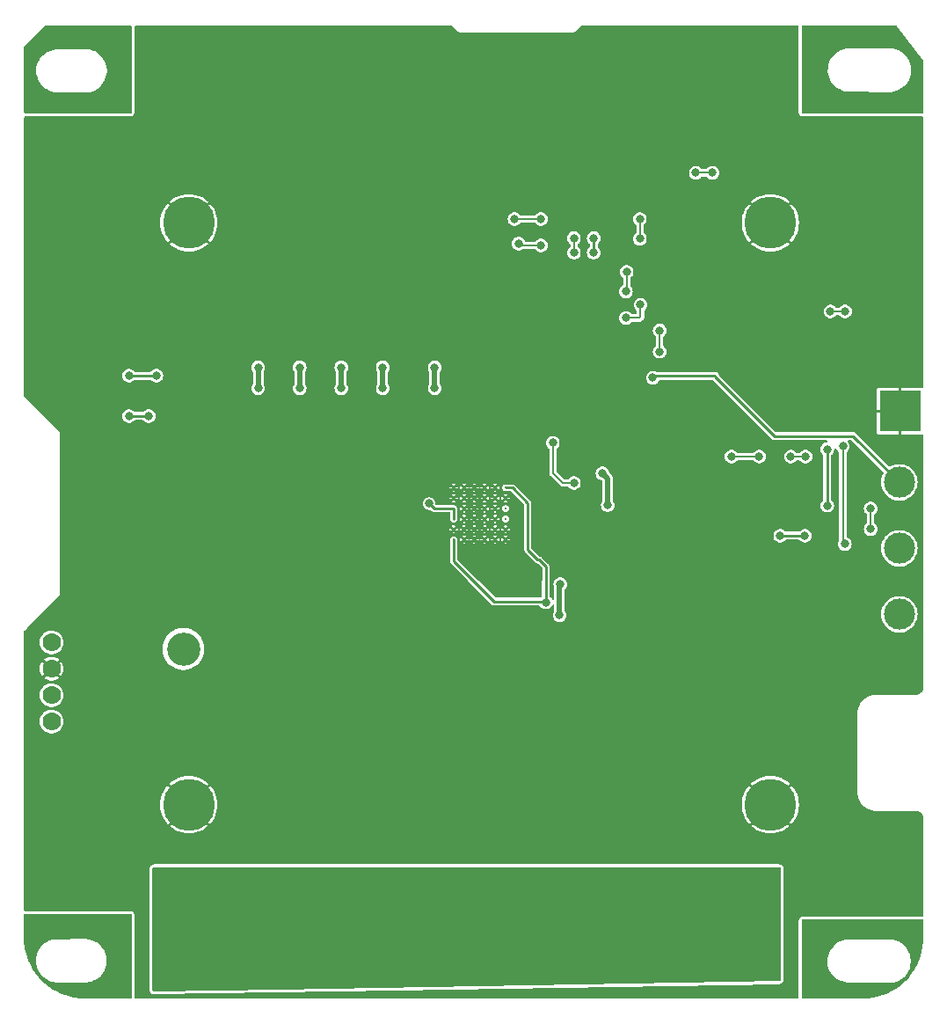
<source format=gbr>
%TF.GenerationSoftware,KiCad,Pcbnew,7.0.1-0*%
%TF.CreationDate,2023-03-22T23:36:25-07:00*%
%TF.ProjectId,Cosmic_Watch_Rev7_Nano_Revised,436f736d-6963-45f5-9761-7463685f5265,6.1*%
%TF.SameCoordinates,Original*%
%TF.FileFunction,Copper,L2,Bot*%
%TF.FilePolarity,Positive*%
%FSLAX46Y46*%
G04 Gerber Fmt 4.6, Leading zero omitted, Abs format (unit mm)*
G04 Created by KiCad (PCBNEW 7.0.1-0) date 2023-03-22 23:36:25*
%MOMM*%
%LPD*%
G01*
G04 APERTURE LIST*
%TA.AperFunction,ComponentPad*%
%ADD10C,5.000000*%
%TD*%
%TA.AperFunction,ComponentPad*%
%ADD11C,1.778000*%
%TD*%
%TA.AperFunction,ComponentPad*%
%ADD12C,3.000000*%
%TD*%
%TA.AperFunction,ComponentPad*%
%ADD13C,3.200000*%
%TD*%
%TA.AperFunction,ComponentPad*%
%ADD14R,4.000000X4.000000*%
%TD*%
%TA.AperFunction,SMDPad,CuDef*%
%ADD15C,0.260000*%
%TD*%
%TA.AperFunction,ViaPad*%
%ADD16C,0.600000*%
%TD*%
%TA.AperFunction,ViaPad*%
%ADD17C,0.800000*%
%TD*%
%TA.AperFunction,Conductor*%
%ADD18C,0.250000*%
%TD*%
%TA.AperFunction,Conductor*%
%ADD19C,0.200000*%
%TD*%
%TA.AperFunction,Conductor*%
%ADD20C,0.508000*%
%TD*%
%TA.AperFunction,Conductor*%
%ADD21C,0.254000*%
%TD*%
G04 APERTURE END LIST*
D10*
%TO.P,,1*%
%TO.N,GND*%
X175320000Y-122080000D03*
%TD*%
D11*
%TO.P,,2*%
%TO.N,+5V*%
X162100000Y-111545000D03*
%TD*%
D12*
%TO.P,TP2,1,TP1*%
%TO.N,Net-(C7-Pad2)*%
X243736500Y-97408000D03*
%TD*%
D13*
%TO.P,U$9,P$1*%
%TO.N,N/C*%
X174800000Y-107100000D03*
%TD*%
D12*
%TO.P,TP3,1,TP1*%
%TO.N,Net-(R9-Pad2)*%
X243736500Y-91058000D03*
%TD*%
D14*
%TO.P,TP4,1*%
%TO.N,GND*%
X243800000Y-84200000D03*
%TD*%
D11*
%TO.P,,4*%
%TO.N,VCC*%
X162100000Y-106465000D03*
%TD*%
D10*
%TO.P,,1*%
%TO.N,GND*%
X231320000Y-122080000D03*
%TD*%
%TO.P,,1*%
%TO.N,GND*%
X175320000Y-66080000D03*
%TD*%
D12*
%TO.P,TP1,1,TP1*%
%TO.N,Net-(R4-Pad2)*%
X243736500Y-103758000D03*
%TD*%
D10*
%TO.P,,1*%
%TO.N,GND*%
X231320000Y-66080000D03*
%TD*%
D11*
%TO.P,,1*%
%TO.N,Net-(J1-Pad2)*%
X162100000Y-114085000D03*
%TD*%
%TO.P,,3*%
%TO.N,GND*%
X162100000Y-109005000D03*
%TD*%
D15*
%TO.P,IC1,A1,CATHODE_1*%
%TO.N,Net-(IC1-PadA1)*%
X205820000Y-91580000D03*
%TO.P,IC1,A2,NO_CONNECT_1*%
%TO.N,GND*%
X204820000Y-91580000D03*
%TO.P,IC1,A3,NO_CONNECT_2*%
X203820000Y-91580000D03*
%TO.P,IC1,A4,NO_CONNECT_3*%
X202820000Y-91580000D03*
%TO.P,IC1,A5,NO_CONNECT_4*%
X201820000Y-91580000D03*
%TO.P,IC1,A6,NO_CONNECT_5*%
X200820000Y-91580000D03*
%TO.P,IC1,B1,NO_CONNECT_6*%
X205820000Y-92580000D03*
%TO.P,IC1,B2,NO_CONNECT_7*%
X204820000Y-92580000D03*
%TO.P,IC1,B3,NO_CONNECT_8*%
X203820000Y-92580000D03*
%TO.P,IC1,B4,NO_CONNECT_9*%
X202820000Y-92580000D03*
%TO.P,IC1,B5,NO_CONNECT_10*%
X201820000Y-92580000D03*
%TO.P,IC1,B6,NO_CONNECT_11*%
X200820000Y-92580000D03*
%TO.P,IC1,C1,ANODE_1*%
%TO.N,N/C*%
X205820000Y-93580000D03*
%TO.P,IC1,C2,NO_CONNECT_12*%
%TO.N,GND*%
X204820000Y-93580000D03*
%TO.P,IC1,C3,NO_CONNECT_13*%
X203820000Y-93580000D03*
%TO.P,IC1,C4,NO_CONNECT_14*%
X202820000Y-93580000D03*
%TO.P,IC1,C5,NO_CONNECT_15*%
X201820000Y-93580000D03*
%TO.P,IC1,C6,FAST_OUTPUT_1*%
%TO.N,Net-(C18-Pad1)*%
X200820000Y-93580000D03*
%TO.P,IC1,D1,ANODE_2*%
%TO.N,N/C*%
X205820000Y-94580000D03*
%TO.P,IC1,D2,NO_CONNECT_16*%
%TO.N,GND*%
X204820000Y-94580000D03*
%TO.P,IC1,D3,NO_CONNECT_17*%
X203820000Y-94580000D03*
%TO.P,IC1,D4,NO_CONNECT_18*%
X202820000Y-94580000D03*
%TO.P,IC1,D5,NO_CONNECT_19*%
X201820000Y-94580000D03*
%TO.P,IC1,D6,FAST_OUTPUT_2*%
%TO.N,Net-(C18-Pad1)*%
X200820000Y-94580000D03*
%TO.P,IC1,E1,NO_CONNECT_20*%
%TO.N,GND*%
X205820000Y-95580000D03*
%TO.P,IC1,E2,NO_CONNECT_21*%
X204820000Y-95580000D03*
%TO.P,IC1,E3,NO_CONNECT_22*%
X203820000Y-95580000D03*
%TO.P,IC1,E4,NO_CONNECT_23*%
X202820000Y-95580000D03*
%TO.P,IC1,E5,NO_CONNECT_24*%
X201820000Y-95580000D03*
%TO.P,IC1,E6,NO_CONNECT_25*%
X200820000Y-95580000D03*
%TO.P,IC1,F1,NO_CONNECT_26*%
X205820000Y-96580000D03*
%TO.P,IC1,F2,NO_CONNECT_27*%
X204820000Y-96580000D03*
%TO.P,IC1,F3,NO_CONNECT_28*%
X203820000Y-96580000D03*
%TO.P,IC1,F4,NO_CONNECT_29*%
X202820000Y-96580000D03*
%TO.P,IC1,F5,NO_CONNECT_30*%
X201820000Y-96580000D03*
%TO.P,IC1,F6,CATHODE_2*%
%TO.N,Net-(IC1-PadA1)*%
X200820000Y-96580000D03*
%TD*%
D16*
%TO.N,GND*%
X209200000Y-83900000D03*
D17*
%TO.N,Net-(R9-Pad2)*%
X172200000Y-80800000D03*
X169566011Y-80800000D03*
X220000000Y-81000000D03*
%TO.N,Net-(C7-Pad2)*%
X206689000Y-65717300D03*
X218754000Y-67622300D03*
X212404000Y-67557800D03*
X236800000Y-93300000D03*
X217419500Y-75242300D03*
X209229000Y-65717300D03*
X218818500Y-73972300D03*
X218754000Y-65717300D03*
X236800000Y-87877800D03*
X212404000Y-68956800D03*
%TO.N,Net-(R4-Pad2)*%
X238500000Y-97000000D03*
X238300000Y-87600000D03*
%TO.N,GND*%
X215579000Y-68956800D03*
X217628872Y-68682928D03*
X212700000Y-61600000D03*
X208750000Y-99240000D03*
X225104000Y-78481800D03*
X162856000Y-80936000D03*
X216849000Y-65017800D03*
X167220000Y-78380000D03*
X223834000Y-72702300D03*
X169820000Y-97980000D03*
X216849000Y-67572100D03*
X232724000Y-93657300D03*
X197320000Y-99240000D03*
X168952000Y-71538000D03*
X224443600Y-76400000D03*
X232724000Y-91117300D03*
X233359000Y-97467300D03*
X197320000Y-89080000D03*
%TO.N,Net-(C7-Pad1)*%
X209229000Y-68257300D03*
X207077200Y-68075000D03*
X217484000Y-70797300D03*
X217419500Y-72702300D03*
%TO.N,Net-(C1-Pad2)*%
X212404000Y-91117300D03*
X210372000Y-87256500D03*
%TO.N,Net-(C1-Pad1)*%
X215655200Y-93250900D03*
X215147200Y-90202900D03*
%TO.N,Net-(IC1-PadA1)*%
X209700000Y-102600000D03*
X233294500Y-88577300D03*
X234693500Y-88577300D03*
X230248500Y-88577300D03*
X227579500Y-88577300D03*
%TO.N,VCC*%
X169566011Y-84680000D03*
X171472531Y-84680000D03*
%TO.N,Net-(D2-Pad2)*%
X214309000Y-68956800D03*
X214309000Y-67557800D03*
%TO.N,Net-(C14-Pad1)*%
X240979000Y-93592800D03*
X237104500Y-74607300D03*
X225739000Y-61272300D03*
X240979000Y-95562300D03*
X234654400Y-96197300D03*
X238503500Y-74607300D03*
X232266800Y-96197300D03*
X224143900Y-61272300D03*
%TO.N,+5V*%
X190000000Y-80000000D03*
X190000000Y-82000000D03*
X182000000Y-80000000D03*
X211032400Y-103862800D03*
X194000000Y-82000000D03*
X199000000Y-82000000D03*
X186000000Y-82000000D03*
X186000000Y-80000000D03*
X182000000Y-82000000D03*
X199000000Y-80000000D03*
X211083200Y-100870900D03*
X194000000Y-80000000D03*
%TO.N,Net-(D1-Pad2)*%
X220659000Y-78481800D03*
X220659000Y-76447800D03*
%TO.N,Net-(C18-Pad1)*%
X198460000Y-93110000D03*
%TD*%
D18*
%TO.N,Net-(R9-Pad2)*%
X172200000Y-80800000D02*
X169566011Y-80800000D01*
X239278500Y-86600000D02*
X231700000Y-86600000D01*
X243736500Y-91058000D02*
X239278500Y-86600000D01*
X220200000Y-80800000D02*
X220000000Y-81000000D01*
X226000000Y-80800000D02*
X220200000Y-80800000D01*
X226000000Y-80900000D02*
X226000000Y-80800000D01*
X231700000Y-86600000D02*
X226000000Y-80900000D01*
D19*
%TO.N,Net-(C7-Pad2)*%
X218754000Y-65717300D02*
X218754000Y-67622300D01*
D18*
X236800000Y-93300000D02*
X236800000Y-91400000D01*
X236800000Y-91400000D02*
X236800000Y-87877800D01*
D19*
X212404000Y-67557800D02*
X212404000Y-68956800D01*
X218728600Y-75242300D02*
X218818500Y-75152400D01*
X206689000Y-65717300D02*
X209229000Y-65717300D01*
X217419500Y-75242300D02*
X218728600Y-75242300D01*
X218818500Y-75152400D02*
X218818500Y-73972300D01*
%TO.N,Net-(R4-Pad2)*%
X238300000Y-87600000D02*
X238300000Y-96800000D01*
X238300000Y-96800000D02*
X238500000Y-97000000D01*
%TO.N,GND*%
X224469000Y-76447800D02*
X225104000Y-77082800D01*
X217628872Y-68682928D02*
X217355000Y-68956800D01*
X217355000Y-68956800D02*
X215579000Y-68956800D01*
X216849000Y-65017800D02*
X216849000Y-67572100D01*
X225104000Y-77082800D02*
X225104000Y-78481800D01*
X232724000Y-93657300D02*
X232724000Y-91117300D01*
%TO.N,Net-(C7-Pad1)*%
X207259500Y-68257300D02*
X207077200Y-68075000D01*
X217484000Y-70797300D02*
X217484000Y-72702300D01*
X209229000Y-68257300D02*
X207259500Y-68257300D01*
X217484000Y-72702300D02*
X217419500Y-72702300D01*
%TO.N,Net-(C1-Pad2)*%
X212404000Y-91117300D02*
X211337200Y-91117300D01*
X211337200Y-91117300D02*
X210372000Y-90152100D01*
X210372000Y-90152100D02*
X210372000Y-87256500D01*
D20*
%TO.N,Net-(C1-Pad1)*%
X215655200Y-93250900D02*
X215655200Y-90710900D01*
X215655200Y-90710900D02*
X215147200Y-90202900D01*
D18*
%TO.N,Net-(IC1-PadA1)*%
X205820000Y-91580000D02*
X206480000Y-91580000D01*
X209700000Y-99165386D02*
X209700000Y-102600000D01*
X204747300Y-102547300D02*
X209647300Y-102547300D01*
X209647300Y-102547300D02*
X209700000Y-102600000D01*
X206480000Y-91580000D02*
X207959000Y-93059000D01*
D19*
X233359000Y-88577300D02*
X233294500Y-88577300D01*
D18*
X200820000Y-96580000D02*
X200820000Y-98620000D01*
X208915489Y-98515489D02*
X209050103Y-98515489D01*
X207959000Y-93059000D02*
X207959000Y-97559000D01*
D19*
X234693500Y-88577300D02*
X233359000Y-88577300D01*
X230248500Y-88577300D02*
X227579500Y-88577300D01*
D18*
X209050103Y-98515489D02*
X209700000Y-99165386D01*
X200820000Y-98620000D02*
X204747300Y-102547300D01*
X207959000Y-97559000D02*
X208915489Y-98515489D01*
D21*
%TO.N,VCC*%
X169566011Y-84680000D02*
X171472531Y-84680000D01*
D18*
%TO.N,Net-(D2-Pad2)*%
X214309000Y-67557800D02*
X214309000Y-68956800D01*
D19*
%TO.N,Net-(C14-Pad1)*%
X238503500Y-74607300D02*
X237104500Y-74607300D01*
X224469000Y-61272300D02*
X224143900Y-61272300D01*
X240979000Y-95562300D02*
X240979000Y-93592800D01*
D18*
X232266800Y-96197300D02*
X234654400Y-96197300D01*
D19*
X225739000Y-61272300D02*
X224469000Y-61272300D01*
D20*
%TO.N,+5V*%
X211032400Y-100921700D02*
X211083200Y-100870900D01*
X194000000Y-82000000D02*
X194000000Y-80000000D01*
X211032400Y-103862800D02*
X211032400Y-100921700D01*
X182000000Y-82000000D02*
X182000000Y-80000000D01*
X186000000Y-82000000D02*
X186000000Y-80000000D01*
X190000000Y-82000000D02*
X190000000Y-80000000D01*
X199000000Y-82000000D02*
X199000000Y-80000000D01*
D19*
%TO.N,Net-(D1-Pad2)*%
X220659000Y-76447800D02*
X220659000Y-78417300D01*
X220659000Y-78417300D02*
X220659000Y-78481800D01*
D18*
%TO.N,Net-(C18-Pad1)*%
X200820000Y-94580000D02*
X200820000Y-93580000D01*
X198930000Y-93580000D02*
X198460000Y-93110000D01*
X200820000Y-93580000D02*
X198930000Y-93580000D01*
%TD*%
%TA.AperFunction,NonConductor*%
G36*
X246006500Y-133096881D02*
G01*
X246052619Y-133143000D01*
X246069500Y-133206000D01*
X246069500Y-134867522D01*
X246069403Y-134872469D01*
X246051662Y-135323996D01*
X246050886Y-135333859D01*
X245998064Y-135780152D01*
X245996516Y-135789923D01*
X245908843Y-136230685D01*
X245906533Y-136240306D01*
X245784549Y-136672828D01*
X245781492Y-136682237D01*
X245625946Y-137103863D01*
X245622160Y-137113003D01*
X245434017Y-137521116D01*
X245429526Y-137529931D01*
X245209935Y-137922039D01*
X245204765Y-137930475D01*
X244955096Y-138304131D01*
X244949281Y-138312135D01*
X244671061Y-138665056D01*
X244664636Y-138672579D01*
X244359581Y-139002585D01*
X244352585Y-139009581D01*
X244022579Y-139314636D01*
X244015056Y-139321061D01*
X243662135Y-139599281D01*
X243654131Y-139605096D01*
X243280475Y-139854765D01*
X243272039Y-139859935D01*
X242879931Y-140079526D01*
X242871116Y-140084017D01*
X242463003Y-140272160D01*
X242453863Y-140275946D01*
X242032237Y-140431492D01*
X242022828Y-140434549D01*
X241590306Y-140556533D01*
X241580685Y-140558843D01*
X241139923Y-140646516D01*
X241130152Y-140648064D01*
X240683859Y-140700886D01*
X240673996Y-140701662D01*
X240222469Y-140719403D01*
X240217522Y-140719500D01*
X234446000Y-140719500D01*
X234383000Y-140702619D01*
X234336881Y-140656500D01*
X234320000Y-140593500D01*
X234320000Y-137219059D01*
X236822668Y-137219059D01*
X236854571Y-137492020D01*
X236922183Y-137758389D01*
X237024324Y-138013523D01*
X237159204Y-138252955D01*
X237159208Y-138252960D01*
X237324481Y-138472526D01*
X237517259Y-138668385D01*
X237734176Y-138837120D01*
X237971446Y-138975785D01*
X238052132Y-139009581D01*
X238224927Y-139081958D01*
X238391691Y-139127113D01*
X238490190Y-139153785D01*
X238544673Y-139161030D01*
X238762605Y-139190014D01*
X238763272Y-139190014D01*
X238895917Y-139190100D01*
X238897306Y-139190110D01*
X242665174Y-139239044D01*
X242672842Y-139240104D01*
X242684121Y-139240104D01*
X242684125Y-139240105D01*
X242745951Y-139240104D01*
X242747586Y-139240114D01*
X242750865Y-139240157D01*
X242783370Y-139240580D01*
X242790820Y-139240095D01*
X242887690Y-139240095D01*
X243160680Y-139204153D01*
X243426644Y-139132886D01*
X243681030Y-139027514D01*
X243919486Y-138889840D01*
X244137932Y-138722219D01*
X244332630Y-138527519D01*
X244500250Y-138309072D01*
X244637922Y-138070615D01*
X244743292Y-137816228D01*
X244814556Y-137550264D01*
X244850496Y-137277273D01*
X244850496Y-137001927D01*
X244814556Y-136728936D01*
X244743292Y-136462972D01*
X244637922Y-136208585D01*
X244637921Y-136208582D01*
X244500252Y-135970131D01*
X244462996Y-135921578D01*
X244332630Y-135751681D01*
X244137932Y-135556981D01*
X244086764Y-135517718D01*
X243919483Y-135389357D01*
X243681035Y-135251688D01*
X243426637Y-135146311D01*
X243160683Y-135075047D01*
X242887690Y-135039104D01*
X242794534Y-135039104D01*
X242794405Y-135039095D01*
X242752100Y-135039103D01*
X242752053Y-135039104D01*
X242750017Y-135039104D01*
X242684124Y-135039103D01*
X242667922Y-135039103D01*
X242667780Y-135039121D01*
X238959891Y-135039893D01*
X238955950Y-135039832D01*
X238828528Y-135035870D01*
X238555105Y-135063436D01*
X238287689Y-135126813D01*
X238030967Y-135224889D01*
X237789419Y-135355954D01*
X237567261Y-135517718D01*
X237368361Y-135707368D01*
X237196205Y-135921577D01*
X237053790Y-136156616D01*
X236943607Y-136408379D01*
X236867578Y-136672467D01*
X236827027Y-136944281D01*
X236822668Y-137219059D01*
X234320000Y-137219059D01*
X234320000Y-133206000D01*
X234336881Y-133143000D01*
X234383000Y-133096881D01*
X234446000Y-133080000D01*
X245943500Y-133080000D01*
X246006500Y-133096881D01*
G37*
%TD.AperFunction*%
%TA.AperFunction,NonConductor*%
G36*
X169757000Y-132596881D02*
G01*
X169803119Y-132643000D01*
X169820000Y-132706000D01*
X169820000Y-140593500D01*
X169803119Y-140656500D01*
X169757000Y-140702619D01*
X169694000Y-140719500D01*
X165292478Y-140719500D01*
X165287531Y-140719403D01*
X164836003Y-140701662D01*
X164826140Y-140700886D01*
X164379847Y-140648064D01*
X164370076Y-140646516D01*
X163929314Y-140558843D01*
X163919693Y-140556533D01*
X163487171Y-140434549D01*
X163477762Y-140431492D01*
X163056136Y-140275946D01*
X163046996Y-140272160D01*
X162638883Y-140084017D01*
X162630068Y-140079526D01*
X162237960Y-139859935D01*
X162229524Y-139854765D01*
X161855868Y-139605096D01*
X161847864Y-139599281D01*
X161494943Y-139321061D01*
X161487420Y-139314636D01*
X161344980Y-139182966D01*
X161157414Y-139009581D01*
X161150418Y-139002585D01*
X160845363Y-138672579D01*
X160838938Y-138665056D01*
X160560718Y-138312135D01*
X160554903Y-138304131D01*
X160305234Y-137930475D01*
X160300064Y-137922039D01*
X160080473Y-137529931D01*
X160075982Y-137521116D01*
X159995052Y-137345565D01*
X159887832Y-137112988D01*
X159884059Y-137103879D01*
X159873051Y-137074040D01*
X160600886Y-137074040D01*
X160614316Y-137345565D01*
X160625293Y-137405890D01*
X160662984Y-137613035D01*
X160717093Y-137781630D01*
X160746062Y-137871890D01*
X160862132Y-138117720D01*
X161009223Y-138346349D01*
X161184834Y-138553884D01*
X161385962Y-138736782D01*
X161609191Y-138891936D01*
X161609193Y-138891937D01*
X161609196Y-138891939D01*
X161850730Y-139016711D01*
X161850733Y-139016712D01*
X162106450Y-139108972D01*
X162106453Y-139108972D01*
X162106454Y-139108973D01*
X162372013Y-139167154D01*
X162486623Y-139176913D01*
X162494989Y-139177909D01*
X162509651Y-139180154D01*
X162521635Y-139180262D01*
X162531181Y-139180712D01*
X162573105Y-139184290D01*
X162580524Y-139182964D01*
X162603802Y-139181009D01*
X165216065Y-139204764D01*
X165221525Y-139205509D01*
X165234305Y-139205509D01*
X165297309Y-139205509D01*
X165298454Y-139205513D01*
X165331445Y-139205814D01*
X165331445Y-139205813D01*
X165336741Y-139205862D01*
X165342285Y-139205491D01*
X165437871Y-139205491D01*
X165710862Y-139169552D01*
X165976827Y-139098287D01*
X166231215Y-138992916D01*
X166469673Y-138855243D01*
X166688121Y-138687622D01*
X166882820Y-138492923D01*
X167050441Y-138274475D01*
X167188115Y-138036017D01*
X167293486Y-137781630D01*
X167364751Y-137515665D01*
X167400691Y-137242674D01*
X167400691Y-136967326D01*
X167364751Y-136694335D01*
X167293486Y-136428370D01*
X167188115Y-136173983D01*
X167050441Y-135935525D01*
X166882820Y-135717077D01*
X166882817Y-135717074D01*
X166882814Y-135717070D01*
X166688127Y-135522383D01*
X166688122Y-135522379D01*
X166688121Y-135522378D01*
X166469673Y-135354757D01*
X166469672Y-135354756D01*
X166469669Y-135354754D01*
X166231217Y-135217085D01*
X166122389Y-135172007D01*
X165976827Y-135111713D01*
X165887974Y-135087905D01*
X165710859Y-135040447D01*
X165437871Y-135004509D01*
X165342000Y-135004509D01*
X165336468Y-135004139D01*
X165298437Y-135004503D01*
X165297234Y-135004509D01*
X165221727Y-135004509D01*
X165216003Y-135005289D01*
X162663747Y-135029661D01*
X162640964Y-135027388D01*
X162586957Y-135030274D01*
X162581440Y-135030447D01*
X162559398Y-135030657D01*
X162555319Y-135031284D01*
X162542905Y-135032565D01*
X162437526Y-135038178D01*
X162170259Y-135087905D01*
X161911737Y-135172006D01*
X161666366Y-135289051D01*
X161438317Y-135437050D01*
X161231489Y-135613474D01*
X161049388Y-135815327D01*
X160895115Y-136039177D01*
X160771301Y-136281202D01*
X160680052Y-136537297D01*
X160622924Y-136803078D01*
X160600886Y-137074040D01*
X159873051Y-137074040D01*
X159728503Y-136682225D01*
X159725454Y-136672841D01*
X159603463Y-136240295D01*
X159601156Y-136230685D01*
X159596500Y-136207276D01*
X159513480Y-135789905D01*
X159511937Y-135780170D01*
X159459112Y-135333846D01*
X159458338Y-135324009D01*
X159440596Y-134872468D01*
X159440500Y-134867522D01*
X159440500Y-132706000D01*
X159457381Y-132643000D01*
X159503500Y-132596881D01*
X159566500Y-132580000D01*
X169694000Y-132580000D01*
X169757000Y-132596881D01*
G37*
%TD.AperFunction*%
%TA.AperFunction,NonConductor*%
G36*
X169757000Y-47122381D02*
G01*
X169803119Y-47168500D01*
X169820000Y-47231500D01*
X169820000Y-55454000D01*
X169803119Y-55517000D01*
X169757000Y-55563119D01*
X169694000Y-55580000D01*
X159586500Y-55580000D01*
X159523500Y-55563119D01*
X159477381Y-55517000D01*
X159460500Y-55454000D01*
X159460500Y-51414040D01*
X160630695Y-51414040D01*
X160644124Y-51685562D01*
X160655102Y-51745892D01*
X160692793Y-51953032D01*
X160746903Y-52121632D01*
X160775870Y-52211887D01*
X160891939Y-52457714D01*
X161039034Y-52686348D01*
X161214636Y-52893875D01*
X161415763Y-53076771D01*
X161415765Y-53076772D01*
X161415769Y-53076776D01*
X161639001Y-53231932D01*
X161880535Y-53356703D01*
X161880538Y-53356704D01*
X162136253Y-53448963D01*
X162136258Y-53448964D01*
X162401816Y-53507146D01*
X162516446Y-53516906D01*
X162524768Y-53517896D01*
X162539453Y-53520145D01*
X162551438Y-53520253D01*
X162560984Y-53520703D01*
X162602908Y-53524281D01*
X162610317Y-53522957D01*
X162633604Y-53521000D01*
X165245868Y-53544755D01*
X165251328Y-53545500D01*
X165264108Y-53545500D01*
X165327111Y-53545500D01*
X165328256Y-53545504D01*
X165361247Y-53545805D01*
X165361248Y-53545804D01*
X165366661Y-53545854D01*
X165371953Y-53545500D01*
X165467674Y-53545500D01*
X165740666Y-53509560D01*
X166006632Y-53438295D01*
X166261021Y-53332923D01*
X166499479Y-53195249D01*
X166717928Y-53027628D01*
X166912628Y-52832928D01*
X167080249Y-52614479D01*
X167217923Y-52376021D01*
X167323295Y-52121632D01*
X167394560Y-51855666D01*
X167430500Y-51582674D01*
X167430500Y-51307326D01*
X167394560Y-51034334D01*
X167323295Y-50768368D01*
X167217923Y-50513979D01*
X167080249Y-50275521D01*
X166912628Y-50057072D01*
X166912625Y-50057069D01*
X166912622Y-50057065D01*
X166717934Y-49862377D01*
X166717929Y-49862373D01*
X166717928Y-49862372D01*
X166499479Y-49694751D01*
X166499478Y-49694750D01*
X166499475Y-49694748D01*
X166261023Y-49557078D01*
X166152227Y-49512013D01*
X166006632Y-49451705D01*
X165917839Y-49427913D01*
X165740663Y-49380439D01*
X165467674Y-49344500D01*
X165371802Y-49344500D01*
X165366270Y-49344130D01*
X165328239Y-49344494D01*
X165327036Y-49344500D01*
X165251530Y-49344500D01*
X165245806Y-49345280D01*
X162693547Y-49369652D01*
X162670764Y-49367380D01*
X162668871Y-49367481D01*
X162662241Y-49367835D01*
X162616760Y-49370264D01*
X162611250Y-49370437D01*
X162589197Y-49370648D01*
X162584939Y-49371302D01*
X162572532Y-49372582D01*
X162467331Y-49378186D01*
X162200063Y-49427913D01*
X161941543Y-49512013D01*
X161696172Y-49629058D01*
X161468129Y-49777053D01*
X161261293Y-49953483D01*
X161079192Y-50155336D01*
X160924926Y-50379173D01*
X160801110Y-50621204D01*
X160709862Y-50877297D01*
X160652733Y-51143078D01*
X160630695Y-51414040D01*
X159460500Y-51414040D01*
X159460500Y-49186207D01*
X159469875Y-49138513D01*
X159496606Y-49097917D01*
X160045277Y-48539275D01*
X161392974Y-47167085D01*
X161433759Y-47139341D01*
X161482072Y-47129380D01*
X165291287Y-47105502D01*
X165292078Y-47105500D01*
X169694000Y-47105500D01*
X169757000Y-47122381D01*
G37*
%TD.AperFunction*%
%TA.AperFunction,NonConductor*%
G36*
X232257000Y-128096881D02*
G01*
X232303119Y-128143000D01*
X232320000Y-128206000D01*
X232320000Y-138956065D01*
X232303465Y-139018463D01*
X232258198Y-139064483D01*
X232196082Y-139082048D01*
X183997680Y-139878716D01*
X171948081Y-140077882D01*
X171884206Y-140061707D01*
X171837230Y-140015500D01*
X171820000Y-139951900D01*
X171820000Y-128206000D01*
X171836881Y-128143000D01*
X171883000Y-128096881D01*
X171946000Y-128080000D01*
X232194000Y-128080000D01*
X232257000Y-128096881D01*
G37*
%TD.AperFunction*%
%TA.AperFunction,NonConductor*%
G36*
X243440614Y-47119634D02*
G01*
X243496891Y-47133074D01*
X243541227Y-47170250D01*
X246029642Y-50502947D01*
X246048240Y-50538562D01*
X246054681Y-50578221D01*
X246058936Y-55453890D01*
X246042092Y-55516937D01*
X245995968Y-55563101D01*
X245932936Y-55580000D01*
X234446000Y-55580000D01*
X234383000Y-55563119D01*
X234336881Y-55517000D01*
X234320000Y-55454000D01*
X234320000Y-51474459D01*
X236852672Y-51474459D01*
X236884575Y-51747417D01*
X236952187Y-52013787D01*
X237054324Y-52268915D01*
X237088631Y-52329814D01*
X237189207Y-52508352D01*
X237354479Y-52727917D01*
X237547255Y-52923776D01*
X237764170Y-53092511D01*
X238001437Y-53231176D01*
X238254914Y-53337349D01*
X238520176Y-53409178D01*
X238735353Y-53437796D01*
X238792590Y-53445409D01*
X238792931Y-53445409D01*
X238925902Y-53445496D01*
X238927291Y-53445506D01*
X242695158Y-53494440D01*
X242702821Y-53495500D01*
X242714108Y-53495500D01*
X242775937Y-53495500D01*
X242777573Y-53495511D01*
X242809297Y-53495923D01*
X242809298Y-53495922D01*
X242813395Y-53495976D01*
X242820726Y-53495500D01*
X242917674Y-53495500D01*
X243190666Y-53459560D01*
X243456632Y-53388295D01*
X243711021Y-53282923D01*
X243949479Y-53145249D01*
X244167928Y-52977628D01*
X244362628Y-52782928D01*
X244530249Y-52564479D01*
X244667923Y-52326021D01*
X244773295Y-52071632D01*
X244844560Y-51805666D01*
X244880500Y-51532674D01*
X244880500Y-51257326D01*
X244844560Y-50984334D01*
X244773295Y-50718368D01*
X244667923Y-50463979D01*
X244571102Y-50296280D01*
X244530251Y-50225524D01*
X244530249Y-50225521D01*
X244362628Y-50007072D01*
X244362625Y-50007069D01*
X244362622Y-50007065D01*
X244167934Y-49812377D01*
X244167929Y-49812373D01*
X244167928Y-49812372D01*
X243949479Y-49644751D01*
X243949478Y-49644750D01*
X243949475Y-49644748D01*
X243711023Y-49507078D01*
X243646368Y-49480297D01*
X243456632Y-49401705D01*
X243456631Y-49401704D01*
X243190663Y-49330439D01*
X242917674Y-49294500D01*
X242824698Y-49294500D01*
X242824571Y-49294491D01*
X242782171Y-49294499D01*
X242782111Y-49294500D01*
X242697841Y-49294500D01*
X242697707Y-49294517D01*
X238989645Y-49295289D01*
X238985706Y-49295228D01*
X238858513Y-49291275D01*
X238585090Y-49318843D01*
X238317676Y-49382221D01*
X238060961Y-49480297D01*
X237819412Y-49611364D01*
X237597253Y-49773131D01*
X237398355Y-49962779D01*
X237226204Y-50176983D01*
X237083793Y-50412019D01*
X236973609Y-50663784D01*
X236897581Y-50927871D01*
X236857031Y-51199680D01*
X236852672Y-51474459D01*
X234320000Y-51474459D01*
X234320000Y-47231500D01*
X234336881Y-47168500D01*
X234383000Y-47122381D01*
X234446000Y-47105500D01*
X238314449Y-47105500D01*
X243440614Y-47119634D01*
G37*
%TD.AperFunction*%
%TA.AperFunction,Conductor*%
%TO.N,GND*%
G36*
X200638714Y-47115091D02*
G01*
X200679591Y-47142405D01*
X201083461Y-47546275D01*
X201100363Y-47567248D01*
X201102857Y-47571129D01*
X201140336Y-47603604D01*
X201146908Y-47609722D01*
X201156407Y-47619221D01*
X201156410Y-47619223D01*
X201156411Y-47619224D01*
X201167152Y-47627265D01*
X201174157Y-47632909D01*
X201211628Y-47665378D01*
X201215815Y-47667290D01*
X201238982Y-47681036D01*
X201242669Y-47683796D01*
X201289128Y-47701124D01*
X201297437Y-47704565D01*
X201297438Y-47704566D01*
X201297441Y-47704567D01*
X201342543Y-47725165D01*
X201347099Y-47725820D01*
X201373203Y-47732482D01*
X201377517Y-47734091D01*
X201418078Y-47736991D01*
X201426972Y-47737628D01*
X201435917Y-47738589D01*
X201449201Y-47740500D01*
X201462620Y-47740500D01*
X201471608Y-47740820D01*
X201521073Y-47744359D01*
X201524801Y-47743547D01*
X201525574Y-47743380D01*
X201552357Y-47740500D01*
X212212643Y-47740500D01*
X212239426Y-47743380D01*
X212240429Y-47743598D01*
X212243927Y-47744359D01*
X212293391Y-47740820D01*
X212302380Y-47740500D01*
X212315798Y-47740500D01*
X212315799Y-47740500D01*
X212329097Y-47738587D01*
X212338009Y-47737629D01*
X212387483Y-47734091D01*
X212391798Y-47732481D01*
X212417897Y-47725820D01*
X212422457Y-47725165D01*
X212445349Y-47714709D01*
X212467561Y-47704566D01*
X212475862Y-47701127D01*
X212522331Y-47683796D01*
X212526018Y-47681036D01*
X212549190Y-47667288D01*
X212553372Y-47665378D01*
X212590845Y-47632907D01*
X212597846Y-47627265D01*
X212608593Y-47619221D01*
X212618096Y-47609717D01*
X212624669Y-47603598D01*
X212662143Y-47571128D01*
X212664631Y-47567256D01*
X212681531Y-47546281D01*
X213085409Y-47142404D01*
X213126287Y-47115091D01*
X213174505Y-47105500D01*
X233934500Y-47105500D01*
X233997500Y-47122381D01*
X234043619Y-47168500D01*
X234060500Y-47231500D01*
X234060500Y-55454000D01*
X234069341Y-55521161D01*
X234086223Y-55584165D01*
X234112148Y-55646750D01*
X234153389Y-55700497D01*
X234199502Y-55746610D01*
X234199506Y-55746613D01*
X234253250Y-55787852D01*
X234315836Y-55813777D01*
X234378836Y-55830658D01*
X234446000Y-55839500D01*
X245933381Y-55839500D01*
X245996349Y-55856362D01*
X246042464Y-55902437D01*
X246059381Y-55965390D01*
X246069500Y-67560709D01*
X246069500Y-81841098D01*
X246057403Y-81894970D01*
X246023434Y-81938497D01*
X245974117Y-81963322D01*
X245918920Y-81964677D01*
X245825019Y-81946000D01*
X243927000Y-81946000D01*
X243927000Y-86453999D01*
X245825017Y-86453999D01*
X245918920Y-86435322D01*
X245974117Y-86436677D01*
X246023434Y-86461502D01*
X246057403Y-86505029D01*
X246069500Y-86558901D01*
X246069500Y-110733813D01*
X246068893Y-110746164D01*
X246055930Y-110877773D01*
X246051111Y-110901998D01*
X246014527Y-111022598D01*
X246005075Y-111045418D01*
X245945666Y-111156565D01*
X245931944Y-111177102D01*
X245851992Y-111274525D01*
X245834525Y-111291992D01*
X245737102Y-111371944D01*
X245716565Y-111385666D01*
X245605418Y-111445075D01*
X245582598Y-111454527D01*
X245461998Y-111491111D01*
X245437773Y-111495930D01*
X245342630Y-111505301D01*
X245306161Y-111508893D01*
X245293813Y-111509500D01*
X241555892Y-111509500D01*
X241490000Y-111509500D01*
X241363371Y-111509500D01*
X241112692Y-111545542D01*
X241112691Y-111545542D01*
X241112686Y-111545543D01*
X240869695Y-111616892D01*
X240639321Y-111722100D01*
X240426263Y-111859024D01*
X240234868Y-112024868D01*
X240069024Y-112216263D01*
X239932100Y-112429321D01*
X239826892Y-112659695D01*
X239755543Y-112902686D01*
X239755542Y-112902691D01*
X239755542Y-112902692D01*
X239719500Y-113153371D01*
X239719500Y-113244201D01*
X239719500Y-120834108D01*
X239719500Y-120900000D01*
X239719500Y-121026629D01*
X239755542Y-121277308D01*
X239755543Y-121277313D01*
X239804522Y-121444119D01*
X239826893Y-121520307D01*
X239932100Y-121750678D01*
X240016559Y-121882100D01*
X240069024Y-121963736D01*
X240234868Y-122155131D01*
X240426263Y-122320975D01*
X240426268Y-122320979D01*
X240639322Y-122457900D01*
X240869693Y-122563107D01*
X241112692Y-122634458D01*
X241363371Y-122670500D01*
X241454201Y-122670500D01*
X241490000Y-122670500D01*
X241555892Y-122670500D01*
X245234108Y-122670500D01*
X245293813Y-122670500D01*
X245306162Y-122671106D01*
X245437778Y-122684070D01*
X245461992Y-122688886D01*
X245582599Y-122725472D01*
X245605418Y-122734924D01*
X245716565Y-122794333D01*
X245737101Y-122808054D01*
X245834527Y-122888009D01*
X245851992Y-122905474D01*
X245931944Y-123002897D01*
X245945666Y-123023434D01*
X246005075Y-123134581D01*
X246014527Y-123157401D01*
X246051111Y-123278001D01*
X246055930Y-123302226D01*
X246068893Y-123433836D01*
X246069500Y-123446187D01*
X246069500Y-132694500D01*
X246052619Y-132757500D01*
X246006500Y-132803619D01*
X245943500Y-132820500D01*
X234446000Y-132820500D01*
X234378838Y-132829341D01*
X234315834Y-132846223D01*
X234253249Y-132872148D01*
X234199502Y-132913389D01*
X234153389Y-132959502D01*
X234112148Y-133013249D01*
X234086223Y-133075834D01*
X234069341Y-133138838D01*
X234060500Y-133206000D01*
X234060500Y-140593500D01*
X234043619Y-140656500D01*
X233997500Y-140702619D01*
X233934500Y-140719500D01*
X214855799Y-140719500D01*
X170205500Y-140719500D01*
X170142500Y-140702619D01*
X170096381Y-140656500D01*
X170079500Y-140593500D01*
X170079500Y-139951900D01*
X171560500Y-139951900D01*
X171569529Y-140019756D01*
X171586757Y-140083351D01*
X171586758Y-140083355D01*
X171586759Y-140083356D01*
X171613214Y-140146486D01*
X171655256Y-140200502D01*
X171702232Y-140246709D01*
X171756940Y-140287857D01*
X171820504Y-140313267D01*
X171884379Y-140329442D01*
X171945287Y-140336523D01*
X171952369Y-140337347D01*
X171952369Y-140337346D01*
X171952370Y-140337347D01*
X195271931Y-139951900D01*
X232200374Y-139341513D01*
X232266695Y-139331756D01*
X232291905Y-139324626D01*
X232328810Y-139314191D01*
X232390416Y-139287774D01*
X232443200Y-139246457D01*
X232488467Y-139200437D01*
X232528909Y-139146974D01*
X232554307Y-139084934D01*
X232570842Y-139022536D01*
X232579500Y-138956065D01*
X232579500Y-128206000D01*
X232570658Y-128138836D01*
X232553777Y-128075836D01*
X232527852Y-128013250D01*
X232486613Y-127959506D01*
X232486610Y-127959502D01*
X232440497Y-127913389D01*
X232386750Y-127872148D01*
X232324165Y-127846223D01*
X232261161Y-127829341D01*
X232194000Y-127820500D01*
X171946000Y-127820500D01*
X171878838Y-127829341D01*
X171815834Y-127846223D01*
X171753249Y-127872148D01*
X171699502Y-127913389D01*
X171653389Y-127959502D01*
X171612148Y-128013249D01*
X171586223Y-128075834D01*
X171569341Y-128138838D01*
X171560500Y-128206000D01*
X171560500Y-139951900D01*
X170079500Y-139951900D01*
X170079500Y-132706000D01*
X170070658Y-132638838D01*
X170070658Y-132638836D01*
X170053777Y-132575836D01*
X170027852Y-132513250D01*
X169986613Y-132459506D01*
X169986610Y-132459502D01*
X169940497Y-132413389D01*
X169886750Y-132372148D01*
X169824165Y-132346223D01*
X169761161Y-132329341D01*
X169694000Y-132320500D01*
X159566500Y-132320500D01*
X159503500Y-132303619D01*
X159457381Y-132257500D01*
X159440500Y-132194500D01*
X159440500Y-124117176D01*
X173462430Y-124117176D01*
X173490420Y-124145166D01*
X173752685Y-124350637D01*
X174037817Y-124523004D01*
X174341629Y-124659740D01*
X174659719Y-124758860D01*
X174987437Y-124818918D01*
X175320000Y-124839033D01*
X175652562Y-124818918D01*
X175980280Y-124758860D01*
X176298370Y-124659740D01*
X176602182Y-124523004D01*
X176887314Y-124350637D01*
X177149579Y-124145166D01*
X177177570Y-124117176D01*
X229462430Y-124117176D01*
X229490420Y-124145166D01*
X229752685Y-124350637D01*
X230037817Y-124523004D01*
X230341629Y-124659740D01*
X230659719Y-124758860D01*
X230987437Y-124818918D01*
X231320000Y-124839033D01*
X231652562Y-124818918D01*
X231980280Y-124758860D01*
X232298370Y-124659740D01*
X232602182Y-124523004D01*
X232887314Y-124350637D01*
X233149579Y-124145166D01*
X233177570Y-124117176D01*
X233177570Y-124117174D01*
X231320001Y-122259605D01*
X231319999Y-122259605D01*
X229462430Y-124117174D01*
X229462430Y-124117176D01*
X177177570Y-124117176D01*
X177177570Y-124117174D01*
X175320001Y-122259605D01*
X175319999Y-122259605D01*
X173462430Y-124117174D01*
X173462430Y-124117176D01*
X159440500Y-124117176D01*
X159440500Y-122080000D01*
X172560966Y-122080000D01*
X172581081Y-122412562D01*
X172641139Y-122740280D01*
X172740259Y-123058370D01*
X172876995Y-123362182D01*
X173049362Y-123647314D01*
X173254833Y-123909579D01*
X173282824Y-123937570D01*
X173282826Y-123937570D01*
X175140395Y-122080001D01*
X175499605Y-122080001D01*
X177357174Y-123937570D01*
X177357176Y-123937570D01*
X177385166Y-123909579D01*
X177590637Y-123647314D01*
X177763004Y-123362182D01*
X177899740Y-123058370D01*
X177998860Y-122740280D01*
X178058918Y-122412562D01*
X178079033Y-122080000D01*
X228560966Y-122080000D01*
X228581081Y-122412562D01*
X228641139Y-122740280D01*
X228740259Y-123058370D01*
X228876995Y-123362182D01*
X229049362Y-123647314D01*
X229254833Y-123909579D01*
X229282824Y-123937570D01*
X229282826Y-123937570D01*
X231140395Y-122080001D01*
X231499605Y-122080001D01*
X233357174Y-123937570D01*
X233357176Y-123937570D01*
X233385166Y-123909579D01*
X233590637Y-123647314D01*
X233763004Y-123362182D01*
X233899740Y-123058370D01*
X233998860Y-122740280D01*
X234058918Y-122412562D01*
X234079033Y-122080000D01*
X234058918Y-121747437D01*
X233998860Y-121419719D01*
X233899740Y-121101629D01*
X233763004Y-120797817D01*
X233590637Y-120512685D01*
X233385166Y-120250420D01*
X233357176Y-120222430D01*
X233357174Y-120222430D01*
X231499605Y-122079999D01*
X231499605Y-122080001D01*
X231140395Y-122080001D01*
X231140395Y-122079999D01*
X229282826Y-120222430D01*
X229282824Y-120222430D01*
X229254833Y-120250420D01*
X229049362Y-120512685D01*
X228876995Y-120797817D01*
X228740259Y-121101629D01*
X228641139Y-121419719D01*
X228581081Y-121747437D01*
X228560966Y-122080000D01*
X178079033Y-122080000D01*
X178058918Y-121747437D01*
X177998860Y-121419719D01*
X177899740Y-121101629D01*
X177763004Y-120797817D01*
X177590637Y-120512685D01*
X177385166Y-120250420D01*
X177357176Y-120222430D01*
X177357174Y-120222430D01*
X175499605Y-122079999D01*
X175499605Y-122080001D01*
X175140395Y-122080001D01*
X175140395Y-122079999D01*
X173282826Y-120222430D01*
X173282824Y-120222430D01*
X173254833Y-120250420D01*
X173049362Y-120512685D01*
X172876995Y-120797817D01*
X172740259Y-121101629D01*
X172641139Y-121419719D01*
X172581081Y-121747437D01*
X172560966Y-122080000D01*
X159440500Y-122080000D01*
X159440500Y-120042826D01*
X173462430Y-120042826D01*
X175319999Y-121900395D01*
X175320001Y-121900395D01*
X177177570Y-120042826D01*
X229462430Y-120042826D01*
X231319999Y-121900395D01*
X231320001Y-121900395D01*
X233177570Y-120042826D01*
X233177570Y-120042824D01*
X233149579Y-120014833D01*
X232887314Y-119809362D01*
X232602182Y-119636995D01*
X232298370Y-119500259D01*
X231980280Y-119401139D01*
X231652562Y-119341081D01*
X231320000Y-119320966D01*
X230987437Y-119341081D01*
X230659719Y-119401139D01*
X230341629Y-119500259D01*
X230037817Y-119636995D01*
X229752685Y-119809362D01*
X229490420Y-120014833D01*
X229462430Y-120042824D01*
X229462430Y-120042826D01*
X177177570Y-120042826D01*
X177177570Y-120042824D01*
X177149579Y-120014833D01*
X176887314Y-119809362D01*
X176602182Y-119636995D01*
X176298370Y-119500259D01*
X175980280Y-119401139D01*
X175652562Y-119341081D01*
X175320000Y-119320966D01*
X174987437Y-119341081D01*
X174659719Y-119401139D01*
X174341629Y-119500259D01*
X174037817Y-119636995D01*
X173752685Y-119809362D01*
X173490420Y-120014833D01*
X173462430Y-120042824D01*
X173462430Y-120042826D01*
X159440500Y-120042826D01*
X159440500Y-114084999D01*
X160951600Y-114084999D01*
X160971154Y-114296016D01*
X161029148Y-114499846D01*
X161123612Y-114689556D01*
X161251321Y-114858669D01*
X161251323Y-114858671D01*
X161407935Y-115001442D01*
X161588115Y-115113005D01*
X161785726Y-115189560D01*
X161994039Y-115228500D01*
X162205959Y-115228500D01*
X162205961Y-115228500D01*
X162414274Y-115189560D01*
X162611885Y-115113005D01*
X162792065Y-115001442D01*
X162948677Y-114858671D01*
X163076389Y-114689554D01*
X163170850Y-114499850D01*
X163228845Y-114296018D01*
X163248399Y-114085000D01*
X163228845Y-113873982D01*
X163170850Y-113670150D01*
X163076389Y-113480446D01*
X162948677Y-113311329D01*
X162792065Y-113168558D01*
X162729595Y-113129878D01*
X162611886Y-113056995D01*
X162513079Y-113018717D01*
X162414274Y-112980440D01*
X162205961Y-112941500D01*
X161994039Y-112941500D01*
X161785725Y-112980440D01*
X161785726Y-112980440D01*
X161588113Y-113056995D01*
X161407936Y-113168557D01*
X161251321Y-113311330D01*
X161123612Y-113480443D01*
X161029148Y-113670153D01*
X160971154Y-113873983D01*
X160951600Y-114084999D01*
X159440500Y-114084999D01*
X159440500Y-111545000D01*
X160951600Y-111545000D01*
X160971154Y-111756016D01*
X161029148Y-111959846D01*
X161123612Y-112149556D01*
X161173991Y-112216268D01*
X161251323Y-112318671D01*
X161407935Y-112461442D01*
X161588115Y-112573005D01*
X161785726Y-112649560D01*
X161994039Y-112688500D01*
X162205959Y-112688500D01*
X162205961Y-112688500D01*
X162414274Y-112649560D01*
X162611885Y-112573005D01*
X162792065Y-112461442D01*
X162948677Y-112318671D01*
X163076389Y-112149554D01*
X163170850Y-111959850D01*
X163228845Y-111756018D01*
X163248399Y-111545000D01*
X163228845Y-111333982D01*
X163170850Y-111130150D01*
X163076389Y-110940446D01*
X163047354Y-110901998D01*
X162948678Y-110771330D01*
X162907524Y-110733813D01*
X162792065Y-110628558D01*
X162741982Y-110597548D01*
X162611886Y-110516995D01*
X162513079Y-110478717D01*
X162414274Y-110440440D01*
X162205961Y-110401500D01*
X161994039Y-110401500D01*
X161785726Y-110440439D01*
X161785726Y-110440440D01*
X161588113Y-110516995D01*
X161407936Y-110628557D01*
X161251321Y-110771330D01*
X161123612Y-110940443D01*
X161029148Y-111130153D01*
X160971154Y-111333983D01*
X160951600Y-111545000D01*
X159440500Y-111545000D01*
X159440500Y-109899736D01*
X161384867Y-109899736D01*
X161408238Y-109921042D01*
X161588336Y-110032554D01*
X161785863Y-110109076D01*
X161994087Y-110148000D01*
X162205913Y-110148000D01*
X162414136Y-110109076D01*
X162611666Y-110032553D01*
X162791759Y-109921044D01*
X162815132Y-109899736D01*
X162100001Y-109184605D01*
X162100000Y-109184605D01*
X161384867Y-109899736D01*
X159440500Y-109899736D01*
X159440500Y-109004999D01*
X160952102Y-109004999D01*
X160971647Y-109215923D01*
X161029617Y-109419666D01*
X161124039Y-109609292D01*
X161206675Y-109718718D01*
X161920394Y-109005001D01*
X162279605Y-109005001D01*
X162993322Y-109718718D01*
X162993323Y-109718718D01*
X163075961Y-109609289D01*
X163170382Y-109419666D01*
X163228352Y-109215923D01*
X163247897Y-109004999D01*
X163228352Y-108794076D01*
X163170382Y-108590333D01*
X163075960Y-108400707D01*
X162993323Y-108291280D01*
X162279605Y-109005000D01*
X162279605Y-109005001D01*
X161920394Y-109005001D01*
X161920395Y-109005000D01*
X161920395Y-109004999D01*
X161206676Y-108291280D01*
X161206674Y-108291280D01*
X161124039Y-108400708D01*
X161029617Y-108590333D01*
X160971647Y-108794076D01*
X160952102Y-109004999D01*
X159440500Y-109004999D01*
X159440500Y-108110262D01*
X161384866Y-108110262D01*
X162099999Y-108825395D01*
X162100000Y-108825395D01*
X162815131Y-108110262D01*
X162791761Y-108088957D01*
X162611663Y-107977445D01*
X162414136Y-107900923D01*
X162205913Y-107862000D01*
X161994087Y-107862000D01*
X161785863Y-107900923D01*
X161588336Y-107977445D01*
X161408236Y-108088959D01*
X161384866Y-108110261D01*
X161384866Y-108110262D01*
X159440500Y-108110262D01*
X159440500Y-106464999D01*
X160951600Y-106464999D01*
X160971154Y-106676016D01*
X161029148Y-106879846D01*
X161123612Y-107069556D01*
X161251321Y-107238669D01*
X161251323Y-107238671D01*
X161407935Y-107381442D01*
X161588115Y-107493005D01*
X161785726Y-107569560D01*
X161994039Y-107608500D01*
X162205959Y-107608500D01*
X162205961Y-107608500D01*
X162414274Y-107569560D01*
X162611885Y-107493005D01*
X162792065Y-107381442D01*
X162948677Y-107238671D01*
X163053398Y-107099999D01*
X172784000Y-107099999D01*
X172814628Y-107450075D01*
X172905579Y-107789512D01*
X173054093Y-108108001D01*
X173255656Y-108395863D01*
X173504136Y-108644343D01*
X173791998Y-108845906D01*
X173791999Y-108845906D01*
X173792000Y-108845907D01*
X174110487Y-108994420D01*
X174449925Y-109085372D01*
X174800000Y-109116000D01*
X175150075Y-109085372D01*
X175489513Y-108994420D01*
X175808000Y-108845907D01*
X176095860Y-108644346D01*
X176344346Y-108395860D01*
X176545907Y-108108000D01*
X176694420Y-107789513D01*
X176785372Y-107450075D01*
X176816000Y-107100000D01*
X176785372Y-106749925D01*
X176694420Y-106410487D01*
X176545907Y-106092000D01*
X176516603Y-106050150D01*
X176344343Y-105804136D01*
X176095863Y-105555656D01*
X175808001Y-105354093D01*
X175489512Y-105205579D01*
X175150075Y-105114628D01*
X174800000Y-105084000D01*
X174449924Y-105114628D01*
X174110487Y-105205579D01*
X173791998Y-105354093D01*
X173504136Y-105555656D01*
X173255656Y-105804136D01*
X173054093Y-106091998D01*
X172905579Y-106410487D01*
X172814628Y-106749924D01*
X172784000Y-107099999D01*
X163053398Y-107099999D01*
X163076389Y-107069554D01*
X163170850Y-106879850D01*
X163228845Y-106676018D01*
X163248399Y-106465000D01*
X163228845Y-106253982D01*
X163170850Y-106050150D01*
X163076389Y-105860446D01*
X163033868Y-105804140D01*
X162948678Y-105691330D01*
X162948677Y-105691329D01*
X162792065Y-105548558D01*
X162741982Y-105517548D01*
X162611886Y-105436995D01*
X162505543Y-105395798D01*
X162414274Y-105360440D01*
X162205961Y-105321500D01*
X161994039Y-105321500D01*
X161819680Y-105354093D01*
X161785726Y-105360440D01*
X161588113Y-105436995D01*
X161407936Y-105548557D01*
X161251321Y-105691330D01*
X161123612Y-105860443D01*
X161029148Y-106050153D01*
X160971154Y-106253983D01*
X160951600Y-106464999D01*
X159440500Y-106464999D01*
X159440500Y-105420032D01*
X159450126Y-105371730D01*
X159477532Y-105330809D01*
X159757335Y-105051808D01*
X162736025Y-102081651D01*
X162756878Y-102064874D01*
X162761128Y-102062143D01*
X162793304Y-102025007D01*
X162799551Y-102018307D01*
X162808749Y-102009137D01*
X162817101Y-101998011D01*
X162822601Y-101991197D01*
X162855377Y-101953373D01*
X162857097Y-101949605D01*
X162870962Y-101926277D01*
X162873447Y-101922968D01*
X162891000Y-101876110D01*
X162894377Y-101867974D01*
X162915164Y-101822459D01*
X162915163Y-101822459D01*
X162915165Y-101822457D01*
X162915754Y-101818352D01*
X162922482Y-101792070D01*
X162923936Y-101788192D01*
X162927576Y-101738285D01*
X162928525Y-101729529D01*
X162930500Y-101715799D01*
X162930500Y-101702828D01*
X162930834Y-101693659D01*
X162930909Y-101692627D01*
X162934410Y-101644651D01*
X162933341Y-101639702D01*
X162930500Y-101613097D01*
X162930500Y-96579999D01*
X200430706Y-96579999D01*
X200438949Y-96632038D01*
X200440500Y-96651749D01*
X200440500Y-98567574D01*
X200437818Y-98593432D01*
X200435580Y-98604100D01*
X200439532Y-98635796D01*
X200440500Y-98651382D01*
X200440500Y-98651448D01*
X200443955Y-98672159D01*
X200444705Y-98677304D01*
X200452241Y-98737751D01*
X200452276Y-98737861D01*
X200481255Y-98791410D01*
X200483638Y-98796039D01*
X200510406Y-98850793D01*
X200510461Y-98850866D01*
X200555284Y-98892130D01*
X200559041Y-98895735D01*
X204441881Y-102778575D01*
X204458266Y-102798750D01*
X204464232Y-102807882D01*
X204489441Y-102827503D01*
X204501142Y-102837837D01*
X204501181Y-102837876D01*
X204501184Y-102837878D01*
X204501187Y-102837881D01*
X204518299Y-102850099D01*
X204522442Y-102853189D01*
X204570534Y-102890620D01*
X204570596Y-102890652D01*
X204578317Y-102892950D01*
X204578321Y-102892953D01*
X204629043Y-102908052D01*
X204633907Y-102909611D01*
X204683973Y-102926800D01*
X204683975Y-102926800D01*
X204691580Y-102929411D01*
X204691669Y-102929424D01*
X204699708Y-102929091D01*
X204699710Y-102929092D01*
X204752513Y-102926908D01*
X204757721Y-102926800D01*
X209064168Y-102926800D01*
X209122723Y-102941233D01*
X209167864Y-102981224D01*
X209206502Y-103037201D01*
X209325471Y-103142599D01*
X209466207Y-103216463D01*
X209620529Y-103254500D01*
X209779469Y-103254500D01*
X209779471Y-103254500D01*
X209933793Y-103216463D01*
X210074529Y-103142599D01*
X210193498Y-103037201D01*
X210283787Y-102906395D01*
X210283787Y-102906394D01*
X210292478Y-102893804D01*
X210295291Y-102895745D01*
X210321398Y-102860712D01*
X210385740Y-102835417D01*
X210453742Y-102847879D01*
X210504933Y-102894346D01*
X210523900Y-102960829D01*
X210523900Y-103408070D01*
X210518195Y-103445555D01*
X210501596Y-103479646D01*
X210448612Y-103556405D01*
X210392250Y-103705019D01*
X210373093Y-103862799D01*
X210392250Y-104020580D01*
X210448612Y-104169194D01*
X210522748Y-104276599D01*
X210538902Y-104300001D01*
X210657871Y-104405399D01*
X210798607Y-104479263D01*
X210952929Y-104517300D01*
X211111869Y-104517300D01*
X211111871Y-104517300D01*
X211266193Y-104479263D01*
X211406929Y-104405399D01*
X211525898Y-104300001D01*
X211616187Y-104169195D01*
X211672549Y-104020582D01*
X211691707Y-103862800D01*
X211678982Y-103758000D01*
X241977080Y-103758000D01*
X241996731Y-104020229D01*
X242055246Y-104276599D01*
X242151317Y-104521384D01*
X242282796Y-104749113D01*
X242282798Y-104749116D01*
X242282799Y-104749117D01*
X242446754Y-104954710D01*
X242586096Y-105084000D01*
X242639523Y-105133573D01*
X242802472Y-105244669D01*
X242856790Y-105281702D01*
X242979615Y-105340851D01*
X243093711Y-105395798D01*
X243149752Y-105413084D01*
X243344992Y-105473308D01*
X243605018Y-105512500D01*
X243867980Y-105512500D01*
X243867982Y-105512500D01*
X244128008Y-105473308D01*
X244379288Y-105395798D01*
X244616210Y-105281702D01*
X244833480Y-105133570D01*
X245026246Y-104954710D01*
X245190201Y-104749117D01*
X245321683Y-104521384D01*
X245417754Y-104276598D01*
X245476269Y-104020228D01*
X245495920Y-103758000D01*
X245476269Y-103495772D01*
X245417754Y-103239402D01*
X245321683Y-102994616D01*
X245229769Y-102835417D01*
X245190203Y-102766886D01*
X245182943Y-102757782D01*
X245026246Y-102561290D01*
X244833480Y-102382430D01*
X244833481Y-102382430D01*
X244833476Y-102382426D01*
X244616210Y-102234298D01*
X244379288Y-102120201D01*
X244191063Y-102062142D01*
X244128008Y-102042692D01*
X243867982Y-102003500D01*
X243605018Y-102003500D01*
X243344992Y-102042692D01*
X243344988Y-102042693D01*
X243344989Y-102042693D01*
X243093711Y-102120201D01*
X242856789Y-102234298D01*
X242639523Y-102382426D01*
X242533727Y-102480590D01*
X242446754Y-102561290D01*
X242415884Y-102600000D01*
X242282796Y-102766886D01*
X242151317Y-102994615D01*
X242055246Y-103239400D01*
X241996731Y-103495770D01*
X241977080Y-103758000D01*
X211678982Y-103758000D01*
X211672549Y-103705018D01*
X211616187Y-103556405D01*
X211563203Y-103479645D01*
X211546605Y-103445555D01*
X211540900Y-103408070D01*
X211540900Y-101396523D01*
X211552001Y-101344810D01*
X211569161Y-101321488D01*
X211568007Y-101320692D01*
X211615398Y-101252034D01*
X211666987Y-101177295D01*
X211723349Y-101028682D01*
X211742507Y-100870900D01*
X211723349Y-100713118D01*
X211666987Y-100564505D01*
X211576698Y-100433699D01*
X211457729Y-100328301D01*
X211316993Y-100254437D01*
X211162671Y-100216400D01*
X211003729Y-100216400D01*
X210849407Y-100254437D01*
X210849406Y-100254437D01*
X210849404Y-100254438D01*
X210708672Y-100328300D01*
X210589701Y-100433699D01*
X210499412Y-100564505D01*
X210443050Y-100713119D01*
X210423893Y-100870899D01*
X210443050Y-101028680D01*
X210499413Y-101177296D01*
X210501594Y-101180456D01*
X210518194Y-101214547D01*
X210523900Y-101252034D01*
X210523900Y-102239171D01*
X210504933Y-102305654D01*
X210453742Y-102352121D01*
X210385740Y-102364583D01*
X210321398Y-102339288D01*
X210295291Y-102304254D01*
X210292478Y-102306196D01*
X210193498Y-102162799D01*
X210121946Y-102099409D01*
X210090600Y-102056809D01*
X210079500Y-102005097D01*
X210079500Y-99217807D01*
X210082182Y-99191949D01*
X210084418Y-99181285D01*
X210080468Y-99149597D01*
X210079500Y-99134011D01*
X210079500Y-99133941D01*
X210076044Y-99113237D01*
X210075296Y-99108113D01*
X210068752Y-99055603D01*
X210068751Y-99055601D01*
X210067756Y-99047616D01*
X210067730Y-99047536D01*
X210038734Y-98993954D01*
X210036351Y-98989325D01*
X210009592Y-98934589D01*
X210009545Y-98934526D01*
X210003619Y-98929071D01*
X210003619Y-98929070D01*
X209964713Y-98893254D01*
X209960957Y-98889649D01*
X209355521Y-98284213D01*
X209339133Y-98264033D01*
X209333170Y-98254906D01*
X209307958Y-98235282D01*
X209296256Y-98224947D01*
X209296220Y-98224911D01*
X209279135Y-98212712D01*
X209274966Y-98209603D01*
X209250084Y-98190238D01*
X209233222Y-98177114D01*
X209233220Y-98177113D01*
X209226870Y-98172171D01*
X209226795Y-98172132D01*
X209168414Y-98154751D01*
X209163456Y-98153162D01*
X209097669Y-98130578D01*
X209076655Y-98126398D01*
X209035778Y-98099084D01*
X208375405Y-97438711D01*
X208348091Y-97397834D01*
X208338500Y-97349616D01*
X208338500Y-96197299D01*
X231607493Y-96197299D01*
X231626650Y-96355080D01*
X231683012Y-96503694D01*
X231749454Y-96599952D01*
X231773302Y-96634501D01*
X231892271Y-96739899D01*
X232033007Y-96813763D01*
X232187329Y-96851800D01*
X232346269Y-96851800D01*
X232346271Y-96851800D01*
X232500593Y-96813763D01*
X232641329Y-96739899D01*
X232760298Y-96634501D01*
X232762561Y-96631221D01*
X232807701Y-96591232D01*
X232866256Y-96576800D01*
X234054944Y-96576800D01*
X234113499Y-96591232D01*
X234158638Y-96631221D01*
X234160902Y-96634501D01*
X234279871Y-96739899D01*
X234420607Y-96813763D01*
X234574929Y-96851800D01*
X234733869Y-96851800D01*
X234733871Y-96851800D01*
X234888193Y-96813763D01*
X235028929Y-96739899D01*
X235147898Y-96634501D01*
X235238187Y-96503695D01*
X235294549Y-96355082D01*
X235313707Y-96197300D01*
X235294549Y-96039518D01*
X235238187Y-95890905D01*
X235147898Y-95760099D01*
X235028929Y-95654701D01*
X234888193Y-95580837D01*
X234733871Y-95542800D01*
X234574929Y-95542800D01*
X234420607Y-95580837D01*
X234420606Y-95580837D01*
X234420604Y-95580838D01*
X234279872Y-95654700D01*
X234161459Y-95759605D01*
X234160902Y-95760099D01*
X234158638Y-95763378D01*
X234113499Y-95803368D01*
X234054944Y-95817800D01*
X232866256Y-95817800D01*
X232807701Y-95803368D01*
X232762561Y-95763378D01*
X232760298Y-95760099D01*
X232641329Y-95654701D01*
X232500593Y-95580837D01*
X232346271Y-95542800D01*
X232187329Y-95542800D01*
X232033007Y-95580837D01*
X232033006Y-95580837D01*
X232033004Y-95580838D01*
X231892272Y-95654700D01*
X231773301Y-95760099D01*
X231683012Y-95890905D01*
X231626650Y-96039519D01*
X231607493Y-96197299D01*
X208338500Y-96197299D01*
X208338500Y-93111426D01*
X208341182Y-93085568D01*
X208343419Y-93074899D01*
X208339468Y-93043204D01*
X208338500Y-93027618D01*
X208338500Y-93027558D01*
X208337104Y-93019191D01*
X208335040Y-93006823D01*
X208334294Y-93001700D01*
X208331132Y-92976337D01*
X208327752Y-92949218D01*
X208327751Y-92949217D01*
X208326756Y-92941228D01*
X208326732Y-92941155D01*
X208322900Y-92934074D01*
X208322900Y-92934073D01*
X208297746Y-92887593D01*
X208295362Y-92882961D01*
X208268593Y-92828204D01*
X208268545Y-92828140D01*
X208262619Y-92822685D01*
X208262619Y-92822684D01*
X208223713Y-92786868D01*
X208219957Y-92783263D01*
X206785418Y-91348724D01*
X206769030Y-91328544D01*
X206763067Y-91319417D01*
X206737855Y-91299793D01*
X206726153Y-91289458D01*
X206726117Y-91289422D01*
X206709032Y-91277223D01*
X206704863Y-91274114D01*
X206679981Y-91254749D01*
X206663119Y-91241625D01*
X206663117Y-91241624D01*
X206656767Y-91236682D01*
X206656692Y-91236643D01*
X206598311Y-91219262D01*
X206593353Y-91217673D01*
X206535722Y-91197888D01*
X206535630Y-91197875D01*
X206474786Y-91200392D01*
X206469579Y-91200500D01*
X205891749Y-91200500D01*
X205872040Y-91198949D01*
X205862814Y-91197488D01*
X205819999Y-91190706D01*
X205699702Y-91209760D01*
X205591176Y-91265056D01*
X205505056Y-91351176D01*
X205449758Y-91459705D01*
X205444194Y-91494836D01*
X205414259Y-91558450D01*
X205380300Y-91579999D01*
X205414259Y-91601549D01*
X205444194Y-91665164D01*
X205449758Y-91700294D01*
X205505056Y-91808823D01*
X205591178Y-91894945D01*
X205625601Y-91912484D01*
X205633716Y-91917647D01*
X205645680Y-91922714D01*
X205699702Y-91950240D01*
X205734834Y-91955804D01*
X205798449Y-91985739D01*
X205836121Y-92045099D01*
X205836121Y-92064623D01*
X205852330Y-92016875D01*
X205897880Y-91974769D01*
X205958002Y-91959500D01*
X206270616Y-91959500D01*
X206318834Y-91969091D01*
X206359711Y-91996405D01*
X207542595Y-93179289D01*
X207569909Y-93220166D01*
X207579500Y-93268384D01*
X207579500Y-97506574D01*
X207576818Y-97532432D01*
X207574580Y-97543100D01*
X207578532Y-97574796D01*
X207579500Y-97590382D01*
X207579500Y-97590448D01*
X207582955Y-97611159D01*
X207583705Y-97616304D01*
X207591241Y-97676751D01*
X207591276Y-97676861D01*
X207620255Y-97730410D01*
X207622638Y-97735039D01*
X207649406Y-97789793D01*
X207649461Y-97789866D01*
X207694284Y-97831130D01*
X207698041Y-97834735D01*
X208610070Y-98746764D01*
X208626455Y-98766939D01*
X208632421Y-98776071D01*
X208657630Y-98795692D01*
X208669331Y-98806026D01*
X208669370Y-98806065D01*
X208669373Y-98806067D01*
X208669376Y-98806070D01*
X208686488Y-98818288D01*
X208690631Y-98821378D01*
X208738723Y-98858809D01*
X208738785Y-98858841D01*
X208746506Y-98861139D01*
X208746510Y-98861142D01*
X208797232Y-98876241D01*
X208802096Y-98877800D01*
X208852162Y-98894989D01*
X208852163Y-98894989D01*
X208867923Y-98900400D01*
X208888937Y-98904580D01*
X208929814Y-98931894D01*
X209283595Y-99285675D01*
X209310909Y-99326552D01*
X209320500Y-99374770D01*
X209320500Y-102005097D01*
X209309399Y-102056809D01*
X209278054Y-102099409D01*
X209236625Y-102136112D01*
X209197751Y-102159612D01*
X209153071Y-102167800D01*
X204956684Y-102167800D01*
X204908466Y-102158209D01*
X204867589Y-102130895D01*
X201236405Y-98499711D01*
X201209091Y-98458834D01*
X201199500Y-98410616D01*
X201199500Y-96926126D01*
X201653478Y-96926126D01*
X201699856Y-96949757D01*
X201820000Y-96968787D01*
X201940141Y-96949758D01*
X201986518Y-96926126D01*
X202653478Y-96926126D01*
X202699856Y-96949757D01*
X202820000Y-96968787D01*
X202940141Y-96949758D01*
X202986518Y-96926126D01*
X203653478Y-96926126D01*
X203699856Y-96949757D01*
X203820000Y-96968787D01*
X203940141Y-96949758D01*
X203986518Y-96926126D01*
X204653478Y-96926126D01*
X204699856Y-96949757D01*
X204820000Y-96968787D01*
X204940141Y-96949758D01*
X204986518Y-96926126D01*
X205653478Y-96926126D01*
X205699856Y-96949757D01*
X205820000Y-96968787D01*
X205940141Y-96949758D01*
X205986520Y-96926125D01*
X205986521Y-96926125D01*
X205820001Y-96759605D01*
X205820000Y-96759605D01*
X205653478Y-96926126D01*
X204986518Y-96926126D01*
X204986520Y-96926125D01*
X204986521Y-96926125D01*
X204820001Y-96759605D01*
X204820000Y-96759605D01*
X204653478Y-96926126D01*
X203986518Y-96926126D01*
X203986520Y-96926125D01*
X203986521Y-96926125D01*
X203820001Y-96759605D01*
X203820000Y-96759605D01*
X203653478Y-96926126D01*
X202986518Y-96926126D01*
X202986520Y-96926125D01*
X202986521Y-96926125D01*
X202820001Y-96759605D01*
X202820000Y-96759605D01*
X202653478Y-96926126D01*
X201986518Y-96926126D01*
X201986520Y-96926125D01*
X201986521Y-96926125D01*
X201820001Y-96759605D01*
X201820000Y-96759605D01*
X201653478Y-96926126D01*
X201199500Y-96926126D01*
X201199500Y-96718002D01*
X201214769Y-96657880D01*
X201256875Y-96612330D01*
X201304626Y-96596120D01*
X201337321Y-96596120D01*
X201376749Y-96602895D01*
X201425462Y-96641298D01*
X201449949Y-96698291D01*
X201450242Y-96700143D01*
X201473872Y-96746520D01*
X201473873Y-96746520D01*
X201640394Y-96580001D01*
X201999605Y-96580001D01*
X202166125Y-96746521D01*
X202166125Y-96746520D01*
X202189757Y-96700141D01*
X202195551Y-96663566D01*
X202225486Y-96599952D01*
X202256925Y-96579999D01*
X202383074Y-96579999D01*
X202414514Y-96599951D01*
X202444449Y-96663566D01*
X202450242Y-96700143D01*
X202473872Y-96746520D01*
X202473873Y-96746520D01*
X202640394Y-96580001D01*
X202999605Y-96580001D01*
X203166125Y-96746521D01*
X203166125Y-96746520D01*
X203189757Y-96700141D01*
X203195551Y-96663566D01*
X203225486Y-96599952D01*
X203256925Y-96579999D01*
X203383074Y-96579999D01*
X203414514Y-96599951D01*
X203444449Y-96663566D01*
X203450242Y-96700143D01*
X203473872Y-96746520D01*
X203473873Y-96746520D01*
X203640394Y-96580001D01*
X203999605Y-96580001D01*
X204166125Y-96746521D01*
X204166125Y-96746520D01*
X204189757Y-96700141D01*
X204195551Y-96663566D01*
X204225486Y-96599952D01*
X204256925Y-96579999D01*
X204383074Y-96579999D01*
X204414514Y-96599951D01*
X204444449Y-96663566D01*
X204450242Y-96700143D01*
X204473872Y-96746520D01*
X204473873Y-96746520D01*
X204640394Y-96580001D01*
X204999605Y-96580001D01*
X205166125Y-96746521D01*
X205166125Y-96746520D01*
X205189757Y-96700141D01*
X205195551Y-96663566D01*
X205225486Y-96599952D01*
X205256925Y-96579999D01*
X205383074Y-96579999D01*
X205414514Y-96599951D01*
X205444449Y-96663566D01*
X205450242Y-96700143D01*
X205473872Y-96746520D01*
X205473873Y-96746520D01*
X205640394Y-96580001D01*
X205999605Y-96580001D01*
X206166125Y-96746521D01*
X206166125Y-96746520D01*
X206189758Y-96700141D01*
X206208787Y-96579999D01*
X206189757Y-96459856D01*
X206166126Y-96413478D01*
X205999605Y-96580000D01*
X205999605Y-96580001D01*
X205640394Y-96580001D01*
X205640395Y-96580000D01*
X205640395Y-96579999D01*
X205473874Y-96413478D01*
X205473872Y-96413478D01*
X205450242Y-96459857D01*
X205444449Y-96496433D01*
X205414514Y-96560048D01*
X205383074Y-96579999D01*
X205256925Y-96579999D01*
X205225486Y-96560047D01*
X205195551Y-96496433D01*
X205189757Y-96459856D01*
X205166126Y-96413478D01*
X204999605Y-96580000D01*
X204999605Y-96580001D01*
X204640394Y-96580001D01*
X204640395Y-96580000D01*
X204640395Y-96579999D01*
X204473874Y-96413478D01*
X204473872Y-96413478D01*
X204450242Y-96459857D01*
X204444449Y-96496433D01*
X204414514Y-96560048D01*
X204383074Y-96579999D01*
X204256925Y-96579999D01*
X204225486Y-96560047D01*
X204195551Y-96496433D01*
X204189757Y-96459856D01*
X204166126Y-96413478D01*
X203999605Y-96580000D01*
X203999605Y-96580001D01*
X203640394Y-96580001D01*
X203640395Y-96580000D01*
X203640395Y-96579999D01*
X203473874Y-96413478D01*
X203473872Y-96413478D01*
X203450242Y-96459857D01*
X203444449Y-96496433D01*
X203414514Y-96560048D01*
X203383074Y-96579999D01*
X203256925Y-96579999D01*
X203225486Y-96560047D01*
X203195551Y-96496433D01*
X203189757Y-96459856D01*
X203166126Y-96413478D01*
X202999605Y-96580000D01*
X202999605Y-96580001D01*
X202640394Y-96580001D01*
X202640395Y-96580000D01*
X202640395Y-96579999D01*
X202473874Y-96413478D01*
X202473872Y-96413478D01*
X202450242Y-96459857D01*
X202444449Y-96496433D01*
X202414514Y-96560048D01*
X202383074Y-96579999D01*
X202256925Y-96579999D01*
X202225486Y-96560047D01*
X202195551Y-96496433D01*
X202189757Y-96459856D01*
X202166126Y-96413478D01*
X201999605Y-96580000D01*
X201999605Y-96580001D01*
X201640394Y-96580001D01*
X201640395Y-96580000D01*
X201640395Y-96579999D01*
X201473874Y-96413478D01*
X201473872Y-96413478D01*
X201450242Y-96459857D01*
X201444702Y-96494835D01*
X201414766Y-96558449D01*
X201355405Y-96596120D01*
X201337321Y-96596120D01*
X201304626Y-96596120D01*
X201285099Y-96596120D01*
X201225739Y-96558448D01*
X201195804Y-96494833D01*
X201190240Y-96459702D01*
X201134945Y-96351179D01*
X201134944Y-96351178D01*
X201134943Y-96351176D01*
X201048823Y-96265056D01*
X200987625Y-96233874D01*
X201653478Y-96233874D01*
X201819999Y-96400395D01*
X201820000Y-96400395D01*
X201986519Y-96233874D01*
X202653478Y-96233874D01*
X202819999Y-96400395D01*
X202820000Y-96400395D01*
X202986519Y-96233874D01*
X203653478Y-96233874D01*
X203819999Y-96400395D01*
X203820000Y-96400395D01*
X203986519Y-96233874D01*
X204653478Y-96233874D01*
X204819999Y-96400395D01*
X204820000Y-96400395D01*
X204986519Y-96233874D01*
X205653478Y-96233874D01*
X205819999Y-96400395D01*
X205820000Y-96400395D01*
X205986520Y-96233873D01*
X205986520Y-96233872D01*
X205940143Y-96210242D01*
X205903566Y-96204449D01*
X205839951Y-96174514D01*
X205819999Y-96143074D01*
X205800048Y-96174514D01*
X205736433Y-96204449D01*
X205699857Y-96210242D01*
X205653478Y-96233872D01*
X205653478Y-96233874D01*
X204986519Y-96233874D01*
X204986520Y-96233873D01*
X204986520Y-96233872D01*
X204940143Y-96210242D01*
X204903566Y-96204449D01*
X204839951Y-96174514D01*
X204819999Y-96143074D01*
X204800048Y-96174514D01*
X204736433Y-96204449D01*
X204699857Y-96210242D01*
X204653478Y-96233872D01*
X204653478Y-96233874D01*
X203986519Y-96233874D01*
X203986520Y-96233873D01*
X203986520Y-96233872D01*
X203940143Y-96210242D01*
X203903566Y-96204449D01*
X203839951Y-96174514D01*
X203819999Y-96143074D01*
X203800048Y-96174514D01*
X203736433Y-96204449D01*
X203699857Y-96210242D01*
X203653478Y-96233872D01*
X203653478Y-96233874D01*
X202986519Y-96233874D01*
X202986520Y-96233873D01*
X202986520Y-96233872D01*
X202940143Y-96210242D01*
X202903566Y-96204449D01*
X202839951Y-96174514D01*
X202819999Y-96143074D01*
X202800048Y-96174514D01*
X202736433Y-96204449D01*
X202699857Y-96210242D01*
X202653478Y-96233872D01*
X202653478Y-96233874D01*
X201986519Y-96233874D01*
X201986520Y-96233873D01*
X201986520Y-96233872D01*
X201940143Y-96210242D01*
X201903566Y-96204449D01*
X201839951Y-96174514D01*
X201819999Y-96143074D01*
X201800048Y-96174514D01*
X201736433Y-96204449D01*
X201699857Y-96210242D01*
X201653478Y-96233872D01*
X201653478Y-96233874D01*
X200987625Y-96233874D01*
X200940294Y-96209758D01*
X200905164Y-96204194D01*
X200841549Y-96174259D01*
X200819999Y-96140300D01*
X200798450Y-96174259D01*
X200734836Y-96204194D01*
X200699705Y-96209758D01*
X200591176Y-96265056D01*
X200505055Y-96351177D01*
X200487480Y-96385670D01*
X200482356Y-96393732D01*
X200477312Y-96405625D01*
X200449758Y-96459703D01*
X200442647Y-96504599D01*
X200439925Y-96515550D01*
X200438949Y-96527962D01*
X200430706Y-96579999D01*
X162930500Y-96579999D01*
X162930500Y-95926126D01*
X200653478Y-95926126D01*
X200699856Y-95949757D01*
X200734832Y-95955297D01*
X200798447Y-95985231D01*
X200819999Y-96019191D01*
X200841552Y-95985231D01*
X200905167Y-95955297D01*
X200940141Y-95949758D01*
X200986518Y-95926126D01*
X201653478Y-95926126D01*
X201699856Y-95949757D01*
X201736433Y-95955551D01*
X201800047Y-95985486D01*
X201819999Y-96016925D01*
X201839952Y-95985486D01*
X201903566Y-95955551D01*
X201940141Y-95949757D01*
X201986518Y-95926126D01*
X202653478Y-95926126D01*
X202699856Y-95949757D01*
X202736433Y-95955551D01*
X202800047Y-95985486D01*
X202819999Y-96016925D01*
X202839952Y-95985486D01*
X202903566Y-95955551D01*
X202940141Y-95949757D01*
X202986518Y-95926126D01*
X203653478Y-95926126D01*
X203699856Y-95949757D01*
X203736433Y-95955551D01*
X203800047Y-95985486D01*
X203819999Y-96016925D01*
X203839952Y-95985486D01*
X203903566Y-95955551D01*
X203940141Y-95949757D01*
X203986518Y-95926126D01*
X204653478Y-95926126D01*
X204699856Y-95949757D01*
X204736433Y-95955551D01*
X204800047Y-95985486D01*
X204819999Y-96016925D01*
X204839952Y-95985486D01*
X204903566Y-95955551D01*
X204940141Y-95949757D01*
X204986518Y-95926126D01*
X205653478Y-95926126D01*
X205699856Y-95949757D01*
X205736433Y-95955551D01*
X205800047Y-95985486D01*
X205819999Y-96016925D01*
X205839952Y-95985486D01*
X205903566Y-95955551D01*
X205940141Y-95949757D01*
X205986520Y-95926125D01*
X205986521Y-95926124D01*
X205820001Y-95759605D01*
X205820000Y-95759605D01*
X205653478Y-95926126D01*
X204986518Y-95926126D01*
X204986520Y-95926125D01*
X204986521Y-95926124D01*
X204820001Y-95759605D01*
X204820000Y-95759605D01*
X204653478Y-95926126D01*
X203986518Y-95926126D01*
X203986520Y-95926125D01*
X203986521Y-95926124D01*
X203820001Y-95759605D01*
X203820000Y-95759605D01*
X203653478Y-95926126D01*
X202986518Y-95926126D01*
X202986520Y-95926125D01*
X202986521Y-95926124D01*
X202820001Y-95759605D01*
X202820000Y-95759605D01*
X202653478Y-95926126D01*
X201986518Y-95926126D01*
X201986520Y-95926125D01*
X201986521Y-95926124D01*
X201820001Y-95759605D01*
X201820000Y-95759605D01*
X201653478Y-95926126D01*
X200986518Y-95926126D01*
X200986520Y-95926125D01*
X200986521Y-95926124D01*
X200820001Y-95759605D01*
X200820000Y-95759605D01*
X200653478Y-95926126D01*
X162930500Y-95926126D01*
X162930500Y-95580000D01*
X200431213Y-95580000D01*
X200450242Y-95700143D01*
X200473872Y-95746520D01*
X200473873Y-95746520D01*
X200640394Y-95580001D01*
X200999605Y-95580001D01*
X201166125Y-95746521D01*
X201166125Y-95746520D01*
X201189757Y-95700141D01*
X201195551Y-95663566D01*
X201225486Y-95599952D01*
X201256925Y-95579999D01*
X201383074Y-95579999D01*
X201414514Y-95599951D01*
X201444449Y-95663566D01*
X201450242Y-95700143D01*
X201473872Y-95746520D01*
X201473873Y-95746520D01*
X201640394Y-95580001D01*
X201999605Y-95580001D01*
X202166125Y-95746521D01*
X202166125Y-95746520D01*
X202189757Y-95700141D01*
X202195551Y-95663566D01*
X202225486Y-95599952D01*
X202256925Y-95579999D01*
X202383074Y-95579999D01*
X202414514Y-95599951D01*
X202444449Y-95663566D01*
X202450242Y-95700143D01*
X202473872Y-95746520D01*
X202473873Y-95746520D01*
X202640394Y-95580001D01*
X202999605Y-95580001D01*
X203166125Y-95746521D01*
X203166125Y-95746520D01*
X203189757Y-95700141D01*
X203195551Y-95663566D01*
X203225486Y-95599952D01*
X203256925Y-95579999D01*
X203383074Y-95579999D01*
X203414514Y-95599951D01*
X203444449Y-95663566D01*
X203450242Y-95700143D01*
X203473872Y-95746520D01*
X203473873Y-95746520D01*
X203640394Y-95580001D01*
X203999605Y-95580001D01*
X204166125Y-95746521D01*
X204166125Y-95746520D01*
X204189757Y-95700141D01*
X204195551Y-95663566D01*
X204225486Y-95599952D01*
X204256925Y-95579999D01*
X204383074Y-95579999D01*
X204414514Y-95599951D01*
X204444449Y-95663566D01*
X204450242Y-95700143D01*
X204473872Y-95746520D01*
X204473873Y-95746520D01*
X204640394Y-95580001D01*
X204999605Y-95580001D01*
X205166125Y-95746521D01*
X205166125Y-95746520D01*
X205189757Y-95700141D01*
X205195551Y-95663566D01*
X205225486Y-95599952D01*
X205256925Y-95579999D01*
X205383074Y-95579999D01*
X205414514Y-95599951D01*
X205444449Y-95663566D01*
X205450242Y-95700143D01*
X205473872Y-95746520D01*
X205473873Y-95746520D01*
X205640394Y-95580001D01*
X205999605Y-95580001D01*
X206166125Y-95746521D01*
X206166125Y-95746520D01*
X206189758Y-95700141D01*
X206208787Y-95580000D01*
X206189757Y-95459856D01*
X206166126Y-95413478D01*
X205999605Y-95580000D01*
X205999605Y-95580001D01*
X205640394Y-95580001D01*
X205640395Y-95580000D01*
X205640395Y-95579999D01*
X205473874Y-95413478D01*
X205473872Y-95413478D01*
X205450242Y-95459857D01*
X205444449Y-95496433D01*
X205414514Y-95560048D01*
X205383074Y-95579999D01*
X205256925Y-95579999D01*
X205225486Y-95560047D01*
X205195551Y-95496433D01*
X205189757Y-95459856D01*
X205166126Y-95413478D01*
X204999605Y-95580000D01*
X204999605Y-95580001D01*
X204640394Y-95580001D01*
X204640395Y-95580000D01*
X204640395Y-95579999D01*
X204473874Y-95413478D01*
X204473872Y-95413478D01*
X204450242Y-95459857D01*
X204444449Y-95496433D01*
X204414514Y-95560048D01*
X204383074Y-95579999D01*
X204256925Y-95579999D01*
X204225486Y-95560047D01*
X204195551Y-95496433D01*
X204189757Y-95459856D01*
X204166126Y-95413478D01*
X203999605Y-95580000D01*
X203999605Y-95580001D01*
X203640394Y-95580001D01*
X203640395Y-95580000D01*
X203640395Y-95579999D01*
X203473874Y-95413478D01*
X203473872Y-95413478D01*
X203450242Y-95459857D01*
X203444449Y-95496433D01*
X203414514Y-95560048D01*
X203383074Y-95579999D01*
X203256925Y-95579999D01*
X203225486Y-95560047D01*
X203195551Y-95496433D01*
X203189757Y-95459856D01*
X203166126Y-95413478D01*
X202999605Y-95580000D01*
X202999605Y-95580001D01*
X202640394Y-95580001D01*
X202640395Y-95580000D01*
X202640395Y-95579999D01*
X202473874Y-95413478D01*
X202473872Y-95413478D01*
X202450242Y-95459857D01*
X202444449Y-95496433D01*
X202414514Y-95560048D01*
X202383074Y-95579999D01*
X202256925Y-95579999D01*
X202225486Y-95560047D01*
X202195551Y-95496433D01*
X202189757Y-95459856D01*
X202166126Y-95413478D01*
X201999605Y-95580000D01*
X201999605Y-95580001D01*
X201640394Y-95580001D01*
X201640395Y-95580000D01*
X201640395Y-95579999D01*
X201473874Y-95413478D01*
X201473872Y-95413478D01*
X201450242Y-95459857D01*
X201444449Y-95496433D01*
X201414514Y-95560048D01*
X201383074Y-95579999D01*
X201256925Y-95579999D01*
X201225486Y-95560047D01*
X201195551Y-95496433D01*
X201189757Y-95459856D01*
X201166126Y-95413478D01*
X200999605Y-95580000D01*
X200999605Y-95580001D01*
X200640394Y-95580001D01*
X200640395Y-95580000D01*
X200640395Y-95579999D01*
X200473874Y-95413478D01*
X200473872Y-95413478D01*
X200450242Y-95459857D01*
X200431213Y-95580000D01*
X162930500Y-95580000D01*
X162930500Y-95233874D01*
X200653478Y-95233874D01*
X200819999Y-95400395D01*
X200820000Y-95400395D01*
X200986519Y-95233874D01*
X201653478Y-95233874D01*
X201819999Y-95400395D01*
X201820000Y-95400395D01*
X201986519Y-95233874D01*
X202653478Y-95233874D01*
X202819999Y-95400395D01*
X202820000Y-95400395D01*
X202986519Y-95233874D01*
X203653478Y-95233874D01*
X203819999Y-95400395D01*
X203820000Y-95400395D01*
X203986519Y-95233874D01*
X204653478Y-95233874D01*
X204819999Y-95400395D01*
X204820000Y-95400395D01*
X204986519Y-95233874D01*
X205653478Y-95233874D01*
X205819999Y-95400395D01*
X205820000Y-95400395D01*
X205986520Y-95233873D01*
X205986520Y-95233872D01*
X205940143Y-95210242D01*
X205905164Y-95204702D01*
X205841550Y-95174766D01*
X205819999Y-95140807D01*
X205798449Y-95174766D01*
X205734835Y-95204702D01*
X205699857Y-95210242D01*
X205653478Y-95233872D01*
X205653478Y-95233874D01*
X204986519Y-95233874D01*
X204986520Y-95233873D01*
X204986520Y-95233872D01*
X204940143Y-95210242D01*
X204903566Y-95204449D01*
X204839951Y-95174514D01*
X204819999Y-95143074D01*
X204800048Y-95174514D01*
X204736433Y-95204449D01*
X204699857Y-95210242D01*
X204653478Y-95233872D01*
X204653478Y-95233874D01*
X203986519Y-95233874D01*
X203986520Y-95233873D01*
X203986520Y-95233872D01*
X203940143Y-95210242D01*
X203903566Y-95204449D01*
X203839951Y-95174514D01*
X203819999Y-95143074D01*
X203800048Y-95174514D01*
X203736433Y-95204449D01*
X203699857Y-95210242D01*
X203653478Y-95233872D01*
X203653478Y-95233874D01*
X202986519Y-95233874D01*
X202986520Y-95233873D01*
X202986520Y-95233872D01*
X202940143Y-95210242D01*
X202903566Y-95204449D01*
X202839951Y-95174514D01*
X202819999Y-95143074D01*
X202800048Y-95174514D01*
X202736433Y-95204449D01*
X202699857Y-95210242D01*
X202653478Y-95233872D01*
X202653478Y-95233874D01*
X201986519Y-95233874D01*
X201986520Y-95233873D01*
X201986520Y-95233872D01*
X201940143Y-95210242D01*
X201903566Y-95204449D01*
X201839951Y-95174514D01*
X201819999Y-95143074D01*
X201800048Y-95174514D01*
X201736433Y-95204449D01*
X201699857Y-95210242D01*
X201653478Y-95233872D01*
X201653478Y-95233874D01*
X200986519Y-95233874D01*
X200986520Y-95233873D01*
X200986520Y-95233872D01*
X200940143Y-95210242D01*
X200905164Y-95204702D01*
X200841550Y-95174766D01*
X200819999Y-95140807D01*
X200798449Y-95174766D01*
X200734835Y-95204702D01*
X200699857Y-95210242D01*
X200653478Y-95233872D01*
X200653478Y-95233874D01*
X162930500Y-95233874D01*
X162930500Y-93110000D01*
X197800693Y-93110000D01*
X197819850Y-93267780D01*
X197876212Y-93416394D01*
X197906212Y-93459857D01*
X197966502Y-93547201D01*
X198085471Y-93652599D01*
X198226207Y-93726463D01*
X198380529Y-93764500D01*
X198380531Y-93764500D01*
X198525616Y-93764500D01*
X198573834Y-93774091D01*
X198614711Y-93801405D01*
X198624581Y-93811275D01*
X198640966Y-93831450D01*
X198646932Y-93840582D01*
X198672141Y-93860203D01*
X198683842Y-93870537D01*
X198683882Y-93870577D01*
X198700977Y-93882782D01*
X198705141Y-93885887D01*
X198716776Y-93894943D01*
X198753225Y-93923313D01*
X198753314Y-93923359D01*
X198811697Y-93940740D01*
X198816660Y-93942330D01*
X198838294Y-93949757D01*
X198855170Y-93955551D01*
X198874276Y-93962110D01*
X198874366Y-93962123D01*
X198882407Y-93961790D01*
X198882409Y-93961791D01*
X198932365Y-93959725D01*
X198935200Y-93959608D01*
X198940406Y-93959500D01*
X200314500Y-93959500D01*
X200377500Y-93976381D01*
X200423619Y-94022500D01*
X200440500Y-94085500D01*
X200440500Y-94508251D01*
X200438949Y-94527962D01*
X200430706Y-94580000D01*
X200444196Y-94665167D01*
X200449760Y-94700298D01*
X200481328Y-94762254D01*
X200505056Y-94808823D01*
X200591176Y-94894943D01*
X200591178Y-94894944D01*
X200591179Y-94894945D01*
X200699702Y-94950240D01*
X200734833Y-94955804D01*
X200798448Y-94985739D01*
X200819999Y-95019697D01*
X200841551Y-94985739D01*
X200905165Y-94955804D01*
X200940298Y-94950240D01*
X200987625Y-94926126D01*
X201653477Y-94926126D01*
X201699856Y-94949757D01*
X201736433Y-94955551D01*
X201800047Y-94985486D01*
X201819999Y-95016925D01*
X201839952Y-94985486D01*
X201903566Y-94955551D01*
X201940141Y-94949757D01*
X201986518Y-94926126D01*
X202653477Y-94926126D01*
X202699856Y-94949757D01*
X202736433Y-94955551D01*
X202800047Y-94985486D01*
X202819999Y-95016925D01*
X202839952Y-94985486D01*
X202903566Y-94955551D01*
X202940141Y-94949757D01*
X202986518Y-94926126D01*
X203653477Y-94926126D01*
X203699856Y-94949757D01*
X203736433Y-94955551D01*
X203800047Y-94985486D01*
X203819999Y-95016925D01*
X203839952Y-94985486D01*
X203903566Y-94955551D01*
X203940141Y-94949757D01*
X203986518Y-94926126D01*
X204653478Y-94926126D01*
X204699856Y-94949757D01*
X204736433Y-94955551D01*
X204800047Y-94985486D01*
X204819999Y-95016925D01*
X204839952Y-94985486D01*
X204903566Y-94955551D01*
X204940141Y-94949757D01*
X204986520Y-94926125D01*
X204986521Y-94926125D01*
X204820001Y-94759605D01*
X204820000Y-94759605D01*
X204653478Y-94926126D01*
X203986518Y-94926126D01*
X203986520Y-94926125D01*
X203986521Y-94926125D01*
X203820001Y-94759605D01*
X203820000Y-94759605D01*
X203653477Y-94926126D01*
X202986518Y-94926126D01*
X202986520Y-94926125D01*
X202986521Y-94926125D01*
X202820001Y-94759605D01*
X202820000Y-94759605D01*
X202653477Y-94926126D01*
X201986518Y-94926126D01*
X201986520Y-94926125D01*
X201986521Y-94926125D01*
X201820001Y-94759605D01*
X201820000Y-94759605D01*
X201653477Y-94926126D01*
X200987625Y-94926126D01*
X201048821Y-94894945D01*
X201134945Y-94808821D01*
X201152459Y-94774444D01*
X201157636Y-94766316D01*
X201162721Y-94754304D01*
X201190240Y-94700298D01*
X201195804Y-94665164D01*
X201225738Y-94601550D01*
X201285099Y-94563877D01*
X201304617Y-94563877D01*
X201337339Y-94563877D01*
X201355405Y-94563877D01*
X201414767Y-94601548D01*
X201444702Y-94665163D01*
X201450242Y-94700143D01*
X201473872Y-94746520D01*
X201473873Y-94746520D01*
X201640394Y-94580001D01*
X201999605Y-94580001D01*
X202166125Y-94746521D01*
X202166125Y-94746520D01*
X202189757Y-94700141D01*
X202195551Y-94663566D01*
X202225486Y-94599952D01*
X202256925Y-94579999D01*
X202383074Y-94579999D01*
X202414514Y-94599951D01*
X202444449Y-94663566D01*
X202450242Y-94700143D01*
X202473872Y-94746520D01*
X202473873Y-94746520D01*
X202640394Y-94580001D01*
X202999605Y-94580001D01*
X203166125Y-94746521D01*
X203166125Y-94746520D01*
X203189757Y-94700141D01*
X203195551Y-94663566D01*
X203225486Y-94599952D01*
X203256925Y-94579999D01*
X203383074Y-94579999D01*
X203414514Y-94599951D01*
X203444449Y-94663566D01*
X203450242Y-94700143D01*
X203473872Y-94746520D01*
X203473873Y-94746520D01*
X203640394Y-94580001D01*
X203999605Y-94580001D01*
X204166125Y-94746521D01*
X204166125Y-94746520D01*
X204189757Y-94700141D01*
X204195551Y-94663566D01*
X204225486Y-94599952D01*
X204256925Y-94579999D01*
X204383074Y-94579999D01*
X204414514Y-94599951D01*
X204444449Y-94663566D01*
X204450242Y-94700143D01*
X204473872Y-94746520D01*
X204473873Y-94746520D01*
X204640394Y-94580001D01*
X204999605Y-94580001D01*
X205166125Y-94746521D01*
X205166125Y-94746520D01*
X205189758Y-94700141D01*
X205195297Y-94665167D01*
X205225231Y-94601552D01*
X205259191Y-94579999D01*
X205380300Y-94579999D01*
X205414259Y-94601549D01*
X205444194Y-94665164D01*
X205449758Y-94700294D01*
X205505056Y-94808823D01*
X205591176Y-94894943D01*
X205591178Y-94894944D01*
X205591179Y-94894945D01*
X205699702Y-94950240D01*
X205734833Y-94955804D01*
X205798448Y-94985739D01*
X205819999Y-95019697D01*
X205841551Y-94985739D01*
X205905165Y-94955804D01*
X205940298Y-94950240D01*
X206048821Y-94894945D01*
X206134945Y-94808821D01*
X206190240Y-94700298D01*
X206209293Y-94580000D01*
X206190240Y-94459702D01*
X206134945Y-94351179D01*
X206134944Y-94351178D01*
X206134943Y-94351176D01*
X206048823Y-94265056D01*
X206044912Y-94263063D01*
X205940298Y-94209760D01*
X205906763Y-94204448D01*
X205843150Y-94174514D01*
X205819999Y-94138035D01*
X205796849Y-94174514D01*
X205733235Y-94204449D01*
X205699702Y-94209760D01*
X205591176Y-94265056D01*
X205505056Y-94351176D01*
X205449758Y-94459705D01*
X205444194Y-94494836D01*
X205414259Y-94558450D01*
X205380300Y-94579999D01*
X205259191Y-94579999D01*
X205225231Y-94558447D01*
X205195297Y-94494832D01*
X205189757Y-94459856D01*
X205166126Y-94413478D01*
X204999605Y-94580000D01*
X204999605Y-94580001D01*
X204640394Y-94580001D01*
X204640395Y-94580000D01*
X204640395Y-94579999D01*
X204473874Y-94413478D01*
X204473872Y-94413478D01*
X204450242Y-94459857D01*
X204444449Y-94496433D01*
X204414514Y-94560048D01*
X204383074Y-94579999D01*
X204256925Y-94579999D01*
X204225486Y-94560047D01*
X204195551Y-94496433D01*
X204189757Y-94459856D01*
X204166126Y-94413478D01*
X203999605Y-94580000D01*
X203999605Y-94580001D01*
X203640394Y-94580001D01*
X203640395Y-94580000D01*
X203640395Y-94579999D01*
X203473874Y-94413478D01*
X203473872Y-94413478D01*
X203450242Y-94459857D01*
X203444449Y-94496433D01*
X203414514Y-94560048D01*
X203383074Y-94579999D01*
X203256925Y-94579999D01*
X203225486Y-94560047D01*
X203195551Y-94496433D01*
X203189757Y-94459856D01*
X203166126Y-94413478D01*
X202999605Y-94580000D01*
X202999605Y-94580001D01*
X202640394Y-94580001D01*
X202640395Y-94580000D01*
X202640395Y-94579999D01*
X202473874Y-94413478D01*
X202473872Y-94413478D01*
X202450242Y-94459857D01*
X202444449Y-94496433D01*
X202414514Y-94560048D01*
X202383074Y-94579999D01*
X202256925Y-94579999D01*
X202225486Y-94560047D01*
X202195551Y-94496433D01*
X202189757Y-94459856D01*
X202166126Y-94413478D01*
X201999605Y-94580000D01*
X201999605Y-94580001D01*
X201640394Y-94580001D01*
X201640395Y-94580000D01*
X201640395Y-94579999D01*
X201473874Y-94413478D01*
X201473872Y-94413478D01*
X201450242Y-94459857D01*
X201449949Y-94461709D01*
X201425462Y-94518702D01*
X201376749Y-94557105D01*
X201337339Y-94563877D01*
X201304617Y-94563877D01*
X201256875Y-94547670D01*
X201214769Y-94502120D01*
X201199500Y-94441998D01*
X201199500Y-94233874D01*
X201653478Y-94233874D01*
X201819999Y-94400395D01*
X201820000Y-94400395D01*
X201986519Y-94233874D01*
X202653478Y-94233874D01*
X202819999Y-94400395D01*
X202820000Y-94400395D01*
X202986519Y-94233874D01*
X203653478Y-94233874D01*
X203819999Y-94400395D01*
X203820000Y-94400395D01*
X203986519Y-94233874D01*
X204653478Y-94233874D01*
X204819999Y-94400395D01*
X204820000Y-94400395D01*
X204986520Y-94233873D01*
X204986520Y-94233872D01*
X204940143Y-94210242D01*
X204903566Y-94204449D01*
X204839951Y-94174514D01*
X204819999Y-94143074D01*
X204800048Y-94174514D01*
X204736433Y-94204449D01*
X204699857Y-94210242D01*
X204653478Y-94233872D01*
X204653478Y-94233874D01*
X203986519Y-94233874D01*
X203986520Y-94233873D01*
X203986520Y-94233872D01*
X203940143Y-94210242D01*
X203903566Y-94204449D01*
X203839951Y-94174514D01*
X203819999Y-94143074D01*
X203800048Y-94174514D01*
X203736433Y-94204449D01*
X203699857Y-94210242D01*
X203653478Y-94233872D01*
X203653478Y-94233874D01*
X202986519Y-94233874D01*
X202986520Y-94233873D01*
X202986520Y-94233872D01*
X202940143Y-94210242D01*
X202903566Y-94204449D01*
X202839951Y-94174514D01*
X202819999Y-94143074D01*
X202800048Y-94174514D01*
X202736433Y-94204449D01*
X202699857Y-94210242D01*
X202653478Y-94233872D01*
X202653478Y-94233874D01*
X201986519Y-94233874D01*
X201986520Y-94233873D01*
X201986520Y-94233872D01*
X201940143Y-94210242D01*
X201903566Y-94204449D01*
X201839951Y-94174514D01*
X201819999Y-94143074D01*
X201800048Y-94174514D01*
X201736433Y-94204449D01*
X201699857Y-94210242D01*
X201653478Y-94233872D01*
X201653478Y-94233874D01*
X201199500Y-94233874D01*
X201199500Y-93926126D01*
X201653478Y-93926126D01*
X201699856Y-93949757D01*
X201736433Y-93955551D01*
X201800047Y-93985486D01*
X201819999Y-94016925D01*
X201839952Y-93985486D01*
X201903566Y-93955551D01*
X201940141Y-93949757D01*
X201986518Y-93926126D01*
X202653478Y-93926126D01*
X202699856Y-93949757D01*
X202736433Y-93955551D01*
X202800047Y-93985486D01*
X202819999Y-94016925D01*
X202839952Y-93985486D01*
X202903566Y-93955551D01*
X202940141Y-93949757D01*
X202986518Y-93926126D01*
X203653478Y-93926126D01*
X203699856Y-93949757D01*
X203736433Y-93955551D01*
X203800047Y-93985486D01*
X203819999Y-94016925D01*
X203839952Y-93985486D01*
X203903566Y-93955551D01*
X203940141Y-93949757D01*
X203986518Y-93926126D01*
X204653478Y-93926126D01*
X204699856Y-93949757D01*
X204736433Y-93955551D01*
X204800047Y-93985486D01*
X204819999Y-94016925D01*
X204839952Y-93985486D01*
X204903566Y-93955551D01*
X204940141Y-93949757D01*
X204986520Y-93926125D01*
X204986521Y-93926124D01*
X204820001Y-93759605D01*
X204820000Y-93759605D01*
X204653478Y-93926126D01*
X203986518Y-93926126D01*
X203986520Y-93926125D01*
X203986521Y-93926124D01*
X203820001Y-93759605D01*
X203820000Y-93759605D01*
X203653478Y-93926126D01*
X202986518Y-93926126D01*
X202986520Y-93926125D01*
X202986521Y-93926124D01*
X202820001Y-93759605D01*
X202820000Y-93759605D01*
X202653478Y-93926126D01*
X201986518Y-93926126D01*
X201986520Y-93926125D01*
X201986521Y-93926124D01*
X201820001Y-93759605D01*
X201820000Y-93759605D01*
X201653478Y-93926126D01*
X201199500Y-93926126D01*
X201199500Y-93718002D01*
X201214769Y-93657880D01*
X201256875Y-93612330D01*
X201304626Y-93596120D01*
X201337321Y-93596120D01*
X201376749Y-93602895D01*
X201425462Y-93641298D01*
X201449949Y-93698291D01*
X201450242Y-93700143D01*
X201473872Y-93746520D01*
X201473873Y-93746520D01*
X201640394Y-93580001D01*
X201999605Y-93580001D01*
X202166125Y-93746521D01*
X202166125Y-93746520D01*
X202189757Y-93700141D01*
X202195551Y-93663566D01*
X202225486Y-93599952D01*
X202256925Y-93579999D01*
X202383074Y-93579999D01*
X202414514Y-93599951D01*
X202444449Y-93663566D01*
X202450242Y-93700143D01*
X202473872Y-93746520D01*
X202473873Y-93746520D01*
X202640394Y-93580001D01*
X202999605Y-93580001D01*
X203166125Y-93746521D01*
X203166125Y-93746520D01*
X203189757Y-93700141D01*
X203195551Y-93663566D01*
X203225486Y-93599952D01*
X203256925Y-93579999D01*
X203383074Y-93579999D01*
X203414514Y-93599951D01*
X203444449Y-93663566D01*
X203450242Y-93700143D01*
X203473872Y-93746520D01*
X203473873Y-93746520D01*
X203640394Y-93580001D01*
X203999605Y-93580001D01*
X204166125Y-93746521D01*
X204166125Y-93746520D01*
X204189757Y-93700141D01*
X204195551Y-93663566D01*
X204225486Y-93599952D01*
X204256925Y-93579999D01*
X204383074Y-93579999D01*
X204414514Y-93599951D01*
X204444449Y-93663566D01*
X204450242Y-93700143D01*
X204473872Y-93746520D01*
X204473873Y-93746520D01*
X204640394Y-93580001D01*
X204999605Y-93580001D01*
X205166125Y-93746521D01*
X205166125Y-93746520D01*
X205189758Y-93700141D01*
X205195297Y-93665167D01*
X205225231Y-93601552D01*
X205259191Y-93579999D01*
X205380300Y-93579999D01*
X205414259Y-93601549D01*
X205444194Y-93665164D01*
X205449758Y-93700294D01*
X205505056Y-93808823D01*
X205591176Y-93894943D01*
X205591178Y-93894944D01*
X205591179Y-93894945D01*
X205699702Y-93950240D01*
X205733235Y-93955551D01*
X205796849Y-93985486D01*
X205819999Y-94021964D01*
X205843150Y-93985486D01*
X205906763Y-93955551D01*
X205940298Y-93950240D01*
X206048821Y-93894945D01*
X206134945Y-93808821D01*
X206190240Y-93700298D01*
X206209293Y-93580000D01*
X206190240Y-93459702D01*
X206134945Y-93351179D01*
X206134944Y-93351178D01*
X206134943Y-93351176D01*
X206048823Y-93265056D01*
X205940294Y-93209758D01*
X205905164Y-93204194D01*
X205841549Y-93174259D01*
X205819999Y-93140300D01*
X205798450Y-93174259D01*
X205734836Y-93204194D01*
X205699705Y-93209758D01*
X205591176Y-93265056D01*
X205505056Y-93351176D01*
X205449758Y-93459705D01*
X205444194Y-93494836D01*
X205414259Y-93558450D01*
X205380300Y-93579999D01*
X205259191Y-93579999D01*
X205225231Y-93558447D01*
X205195297Y-93494832D01*
X205189757Y-93459856D01*
X205166126Y-93413478D01*
X204999605Y-93580000D01*
X204999605Y-93580001D01*
X204640394Y-93580001D01*
X204640395Y-93580000D01*
X204640395Y-93579999D01*
X204473874Y-93413478D01*
X204473872Y-93413478D01*
X204450242Y-93459857D01*
X204444449Y-93496433D01*
X204414514Y-93560048D01*
X204383074Y-93579999D01*
X204256925Y-93579999D01*
X204225486Y-93560047D01*
X204195551Y-93496433D01*
X204189757Y-93459856D01*
X204166126Y-93413478D01*
X203999605Y-93580000D01*
X203999605Y-93580001D01*
X203640394Y-93580001D01*
X203640395Y-93580000D01*
X203640395Y-93579999D01*
X203473874Y-93413478D01*
X203473872Y-93413478D01*
X203450242Y-93459857D01*
X203444449Y-93496433D01*
X203414514Y-93560048D01*
X203383074Y-93579999D01*
X203256925Y-93579999D01*
X203225486Y-93560047D01*
X203195551Y-93496433D01*
X203189757Y-93459856D01*
X203166126Y-93413478D01*
X202999605Y-93580000D01*
X202999605Y-93580001D01*
X202640394Y-93580001D01*
X202640395Y-93580000D01*
X202640395Y-93579999D01*
X202473874Y-93413478D01*
X202473872Y-93413478D01*
X202450242Y-93459857D01*
X202444449Y-93496433D01*
X202414514Y-93560048D01*
X202383074Y-93579999D01*
X202256925Y-93579999D01*
X202225486Y-93560047D01*
X202195551Y-93496433D01*
X202189757Y-93459856D01*
X202166126Y-93413478D01*
X201999605Y-93580000D01*
X201999605Y-93580001D01*
X201640394Y-93580001D01*
X201640395Y-93580000D01*
X201640395Y-93579999D01*
X201473874Y-93413478D01*
X201473872Y-93413478D01*
X201450242Y-93459857D01*
X201444702Y-93494835D01*
X201414766Y-93558449D01*
X201355405Y-93596120D01*
X201337321Y-93596120D01*
X201304626Y-93596120D01*
X201285099Y-93596120D01*
X201225739Y-93558448D01*
X201195804Y-93494833D01*
X201195804Y-93494832D01*
X201190240Y-93459702D01*
X201134945Y-93351179D01*
X201134944Y-93351178D01*
X201134943Y-93351176D01*
X201048822Y-93265055D01*
X201014383Y-93247508D01*
X201006299Y-93242366D01*
X200994357Y-93237303D01*
X200987627Y-93233874D01*
X201653478Y-93233874D01*
X201819999Y-93400395D01*
X201820000Y-93400395D01*
X201986519Y-93233874D01*
X202653478Y-93233874D01*
X202819999Y-93400395D01*
X202820000Y-93400395D01*
X202986519Y-93233874D01*
X203653478Y-93233874D01*
X203819999Y-93400395D01*
X203820000Y-93400395D01*
X203986519Y-93233874D01*
X204653478Y-93233874D01*
X204819999Y-93400395D01*
X204820000Y-93400395D01*
X204986520Y-93233873D01*
X204986520Y-93233872D01*
X204940143Y-93210242D01*
X204903566Y-93204449D01*
X204839951Y-93174514D01*
X204819999Y-93143074D01*
X204800048Y-93174514D01*
X204736433Y-93204449D01*
X204699857Y-93210242D01*
X204653478Y-93233872D01*
X204653478Y-93233874D01*
X203986519Y-93233874D01*
X203986520Y-93233873D01*
X203986520Y-93233872D01*
X203940143Y-93210242D01*
X203903566Y-93204449D01*
X203839951Y-93174514D01*
X203819999Y-93143074D01*
X203800048Y-93174514D01*
X203736433Y-93204449D01*
X203699857Y-93210242D01*
X203653478Y-93233872D01*
X203653478Y-93233874D01*
X202986519Y-93233874D01*
X202986520Y-93233873D01*
X202986520Y-93233872D01*
X202940143Y-93210242D01*
X202903566Y-93204449D01*
X202839951Y-93174514D01*
X202819999Y-93143074D01*
X202800048Y-93174514D01*
X202736433Y-93204449D01*
X202699857Y-93210242D01*
X202653478Y-93233872D01*
X202653478Y-93233874D01*
X201986519Y-93233874D01*
X201986520Y-93233873D01*
X201986520Y-93233872D01*
X201940143Y-93210242D01*
X201903566Y-93204449D01*
X201839951Y-93174514D01*
X201819999Y-93143074D01*
X201800048Y-93174514D01*
X201736433Y-93204449D01*
X201699857Y-93210242D01*
X201653478Y-93233872D01*
X201653478Y-93233874D01*
X200987627Y-93233874D01*
X200940297Y-93209759D01*
X200905165Y-93204194D01*
X200841551Y-93174259D01*
X200803881Y-93114897D01*
X200803881Y-93095368D01*
X200787669Y-93143125D01*
X200742119Y-93185231D01*
X200681997Y-93200500D01*
X199241922Y-93200500D01*
X199183367Y-93186067D01*
X199138226Y-93146076D01*
X199116841Y-93089688D01*
X199100149Y-92952218D01*
X199090254Y-92926126D01*
X200653478Y-92926126D01*
X200699856Y-92949757D01*
X200701708Y-92950051D01*
X200758701Y-92974538D01*
X200797104Y-93023251D01*
X200803881Y-93062690D01*
X200803881Y-93044592D01*
X200841554Y-92985231D01*
X200905168Y-92955297D01*
X200940141Y-92949758D01*
X200986518Y-92926126D01*
X201653478Y-92926126D01*
X201699856Y-92949757D01*
X201736433Y-92955551D01*
X201800047Y-92985486D01*
X201819999Y-93016925D01*
X201839952Y-92985486D01*
X201903566Y-92955551D01*
X201940141Y-92949757D01*
X201986518Y-92926126D01*
X202653478Y-92926126D01*
X202699856Y-92949757D01*
X202736433Y-92955551D01*
X202800047Y-92985486D01*
X202819999Y-93016925D01*
X202839952Y-92985486D01*
X202903566Y-92955551D01*
X202940141Y-92949757D01*
X202986518Y-92926126D01*
X203653478Y-92926126D01*
X203699856Y-92949757D01*
X203736433Y-92955551D01*
X203800047Y-92985486D01*
X203819999Y-93016925D01*
X203839952Y-92985486D01*
X203903566Y-92955551D01*
X203940141Y-92949757D01*
X203986518Y-92926126D01*
X204653478Y-92926126D01*
X204699856Y-92949757D01*
X204736433Y-92955551D01*
X204800047Y-92985486D01*
X204819999Y-93016925D01*
X204839952Y-92985486D01*
X204903566Y-92955551D01*
X204940141Y-92949757D01*
X204986518Y-92926126D01*
X205653478Y-92926126D01*
X205699856Y-92949757D01*
X205734832Y-92955297D01*
X205798447Y-92985231D01*
X205819999Y-93019191D01*
X205841552Y-92985231D01*
X205905167Y-92955297D01*
X205940141Y-92949758D01*
X205986520Y-92926125D01*
X205986521Y-92926125D01*
X205820001Y-92759605D01*
X205820000Y-92759605D01*
X205653478Y-92926126D01*
X204986518Y-92926126D01*
X204986520Y-92926125D01*
X204986521Y-92926125D01*
X204820001Y-92759605D01*
X204820000Y-92759605D01*
X204653478Y-92926126D01*
X203986518Y-92926126D01*
X203986520Y-92926125D01*
X203986521Y-92926125D01*
X203820001Y-92759605D01*
X203820000Y-92759605D01*
X203653478Y-92926126D01*
X202986518Y-92926126D01*
X202986520Y-92926125D01*
X202986521Y-92926125D01*
X202820001Y-92759605D01*
X202820000Y-92759605D01*
X202653478Y-92926126D01*
X201986518Y-92926126D01*
X201986520Y-92926125D01*
X201986521Y-92926125D01*
X201820001Y-92759605D01*
X201820000Y-92759605D01*
X201653478Y-92926126D01*
X200986518Y-92926126D01*
X200986520Y-92926125D01*
X200986521Y-92926125D01*
X200820001Y-92759605D01*
X200820000Y-92759605D01*
X200653478Y-92926126D01*
X199090254Y-92926126D01*
X199043787Y-92803605D01*
X198953498Y-92672799D01*
X198848751Y-92580001D01*
X198848749Y-92579999D01*
X200431213Y-92579999D01*
X200450242Y-92700143D01*
X200473872Y-92746520D01*
X200473873Y-92746520D01*
X200640394Y-92580001D01*
X200999605Y-92580001D01*
X201166125Y-92746521D01*
X201166125Y-92746520D01*
X201189757Y-92700141D01*
X201195551Y-92663566D01*
X201225486Y-92599952D01*
X201256925Y-92579999D01*
X201383074Y-92579999D01*
X201414514Y-92599951D01*
X201444449Y-92663566D01*
X201450242Y-92700143D01*
X201473872Y-92746520D01*
X201473873Y-92746520D01*
X201640394Y-92580001D01*
X201999605Y-92580001D01*
X202166125Y-92746521D01*
X202166125Y-92746520D01*
X202189757Y-92700141D01*
X202195551Y-92663566D01*
X202225486Y-92599952D01*
X202256925Y-92579999D01*
X202383074Y-92579999D01*
X202414514Y-92599951D01*
X202444449Y-92663566D01*
X202450242Y-92700143D01*
X202473872Y-92746520D01*
X202473873Y-92746520D01*
X202640394Y-92580001D01*
X202999605Y-92580001D01*
X203166125Y-92746521D01*
X203166125Y-92746520D01*
X203189757Y-92700141D01*
X203195551Y-92663566D01*
X203225486Y-92599952D01*
X203256925Y-92579999D01*
X203383074Y-92579999D01*
X203414514Y-92599951D01*
X203444449Y-92663566D01*
X203450242Y-92700143D01*
X203473872Y-92746520D01*
X203473873Y-92746520D01*
X203640394Y-92580001D01*
X203999605Y-92580001D01*
X204166125Y-92746521D01*
X204166125Y-92746520D01*
X204189757Y-92700141D01*
X204195551Y-92663566D01*
X204225486Y-92599952D01*
X204256925Y-92579999D01*
X204383074Y-92579999D01*
X204414514Y-92599951D01*
X204444449Y-92663566D01*
X204450242Y-92700143D01*
X204473872Y-92746520D01*
X204473873Y-92746520D01*
X204640394Y-92580001D01*
X204999605Y-92580001D01*
X205166125Y-92746521D01*
X205166125Y-92746520D01*
X205189757Y-92700141D01*
X205195551Y-92663566D01*
X205225486Y-92599952D01*
X205256925Y-92579999D01*
X205383074Y-92579999D01*
X205414514Y-92599951D01*
X205444449Y-92663566D01*
X205450242Y-92700143D01*
X205473872Y-92746520D01*
X205473873Y-92746520D01*
X205640394Y-92580001D01*
X205999605Y-92580001D01*
X206166125Y-92746521D01*
X206166125Y-92746520D01*
X206189758Y-92700141D01*
X206208787Y-92580000D01*
X206189757Y-92459856D01*
X206166126Y-92413478D01*
X205999605Y-92580000D01*
X205999605Y-92580001D01*
X205640394Y-92580001D01*
X205640395Y-92580000D01*
X205640395Y-92579999D01*
X205473874Y-92413478D01*
X205473872Y-92413478D01*
X205450242Y-92459857D01*
X205444449Y-92496433D01*
X205414514Y-92560048D01*
X205383074Y-92579999D01*
X205256925Y-92579999D01*
X205225486Y-92560047D01*
X205195551Y-92496433D01*
X205189757Y-92459856D01*
X205166126Y-92413478D01*
X204999605Y-92580000D01*
X204999605Y-92580001D01*
X204640394Y-92580001D01*
X204640395Y-92580000D01*
X204640395Y-92579999D01*
X204473874Y-92413478D01*
X204473872Y-92413478D01*
X204450242Y-92459857D01*
X204444449Y-92496433D01*
X204414514Y-92560048D01*
X204383074Y-92579999D01*
X204256925Y-92579999D01*
X204225486Y-92560047D01*
X204195551Y-92496433D01*
X204189757Y-92459856D01*
X204166126Y-92413478D01*
X203999605Y-92580000D01*
X203999605Y-92580001D01*
X203640394Y-92580001D01*
X203640395Y-92580000D01*
X203640395Y-92579999D01*
X203473874Y-92413478D01*
X203473872Y-92413478D01*
X203450242Y-92459857D01*
X203444449Y-92496433D01*
X203414514Y-92560048D01*
X203383074Y-92579999D01*
X203256925Y-92579999D01*
X203225486Y-92560047D01*
X203195551Y-92496433D01*
X203189757Y-92459856D01*
X203166126Y-92413478D01*
X202999605Y-92580000D01*
X202999605Y-92580001D01*
X202640394Y-92580001D01*
X202640395Y-92580000D01*
X202640395Y-92579999D01*
X202473874Y-92413478D01*
X202473872Y-92413478D01*
X202450242Y-92459857D01*
X202444449Y-92496433D01*
X202414514Y-92560048D01*
X202383074Y-92579999D01*
X202256925Y-92579999D01*
X202225486Y-92560047D01*
X202195551Y-92496433D01*
X202189757Y-92459856D01*
X202166126Y-92413478D01*
X201999605Y-92580000D01*
X201999605Y-92580001D01*
X201640394Y-92580001D01*
X201640395Y-92580000D01*
X201640395Y-92579999D01*
X201473874Y-92413478D01*
X201473872Y-92413478D01*
X201450242Y-92459857D01*
X201444449Y-92496433D01*
X201414514Y-92560048D01*
X201383074Y-92579999D01*
X201256925Y-92579999D01*
X201225486Y-92560047D01*
X201195551Y-92496433D01*
X201189757Y-92459856D01*
X201166126Y-92413478D01*
X200999605Y-92580000D01*
X200999605Y-92580001D01*
X200640394Y-92580001D01*
X200640395Y-92580000D01*
X200640395Y-92579999D01*
X200473874Y-92413478D01*
X200473872Y-92413478D01*
X200450242Y-92459857D01*
X200431213Y-92579999D01*
X198848749Y-92579999D01*
X198834529Y-92567401D01*
X198693793Y-92493537D01*
X198539471Y-92455500D01*
X198380529Y-92455500D01*
X198226207Y-92493537D01*
X198226206Y-92493537D01*
X198226204Y-92493538D01*
X198085472Y-92567400D01*
X197966501Y-92672799D01*
X197876212Y-92803605D01*
X197819850Y-92952219D01*
X197800693Y-93110000D01*
X162930500Y-93110000D01*
X162930500Y-92233874D01*
X200653478Y-92233874D01*
X200819999Y-92400395D01*
X200820000Y-92400395D01*
X200986519Y-92233874D01*
X201653478Y-92233874D01*
X201819999Y-92400395D01*
X201820000Y-92400395D01*
X201986519Y-92233874D01*
X202653478Y-92233874D01*
X202819999Y-92400395D01*
X202820000Y-92400395D01*
X202986519Y-92233874D01*
X203653478Y-92233874D01*
X203819999Y-92400395D01*
X203820000Y-92400395D01*
X203986519Y-92233874D01*
X204653478Y-92233874D01*
X204819999Y-92400395D01*
X204820000Y-92400395D01*
X204986519Y-92233874D01*
X205653478Y-92233874D01*
X205819999Y-92400395D01*
X205820000Y-92400395D01*
X205986520Y-92233873D01*
X205986520Y-92233872D01*
X205940143Y-92210242D01*
X205938291Y-92209949D01*
X205881298Y-92185462D01*
X205842895Y-92136749D01*
X205836121Y-92097327D01*
X205836121Y-92115405D01*
X205798450Y-92174766D01*
X205734836Y-92204702D01*
X205699857Y-92210242D01*
X205653478Y-92233872D01*
X205653478Y-92233874D01*
X204986519Y-92233874D01*
X204986520Y-92233873D01*
X204986520Y-92233872D01*
X204940143Y-92210242D01*
X204903566Y-92204449D01*
X204839951Y-92174514D01*
X204819999Y-92143074D01*
X204800048Y-92174514D01*
X204736433Y-92204449D01*
X204699857Y-92210242D01*
X204653478Y-92233872D01*
X204653478Y-92233874D01*
X203986519Y-92233874D01*
X203986520Y-92233873D01*
X203986520Y-92233872D01*
X203940143Y-92210242D01*
X203903566Y-92204449D01*
X203839951Y-92174514D01*
X203819999Y-92143074D01*
X203800048Y-92174514D01*
X203736433Y-92204449D01*
X203699857Y-92210242D01*
X203653478Y-92233872D01*
X203653478Y-92233874D01*
X202986519Y-92233874D01*
X202986520Y-92233873D01*
X202986520Y-92233872D01*
X202940143Y-92210242D01*
X202903566Y-92204449D01*
X202839951Y-92174514D01*
X202819999Y-92143074D01*
X202800048Y-92174514D01*
X202736433Y-92204449D01*
X202699857Y-92210242D01*
X202653478Y-92233872D01*
X202653478Y-92233874D01*
X201986519Y-92233874D01*
X201986520Y-92233873D01*
X201986520Y-92233872D01*
X201940143Y-92210242D01*
X201903566Y-92204449D01*
X201839951Y-92174514D01*
X201819999Y-92143074D01*
X201800048Y-92174514D01*
X201736433Y-92204449D01*
X201699857Y-92210242D01*
X201653478Y-92233872D01*
X201653478Y-92233874D01*
X200986519Y-92233874D01*
X200986520Y-92233873D01*
X200986520Y-92233872D01*
X200940143Y-92210242D01*
X200903566Y-92204449D01*
X200839951Y-92174514D01*
X200819999Y-92143074D01*
X200800048Y-92174514D01*
X200736433Y-92204449D01*
X200699857Y-92210242D01*
X200653478Y-92233872D01*
X200653478Y-92233874D01*
X162930500Y-92233874D01*
X162930500Y-91926126D01*
X200653478Y-91926126D01*
X200699856Y-91949757D01*
X200736433Y-91955551D01*
X200800047Y-91985486D01*
X200819999Y-92016925D01*
X200839952Y-91985486D01*
X200903566Y-91955551D01*
X200940141Y-91949757D01*
X200986518Y-91926126D01*
X201653478Y-91926126D01*
X201699856Y-91949757D01*
X201736433Y-91955551D01*
X201800047Y-91985486D01*
X201819999Y-92016925D01*
X201839952Y-91985486D01*
X201903566Y-91955551D01*
X201940141Y-91949757D01*
X201986518Y-91926126D01*
X202653478Y-91926126D01*
X202699856Y-91949757D01*
X202736433Y-91955551D01*
X202800047Y-91985486D01*
X202819999Y-92016925D01*
X202839952Y-91985486D01*
X202903566Y-91955551D01*
X202940141Y-91949757D01*
X202986518Y-91926126D01*
X203653478Y-91926126D01*
X203699856Y-91949757D01*
X203736433Y-91955551D01*
X203800047Y-91985486D01*
X203819999Y-92016925D01*
X203839952Y-91985486D01*
X203903566Y-91955551D01*
X203940141Y-91949757D01*
X203986518Y-91926126D01*
X204653478Y-91926126D01*
X204699856Y-91949757D01*
X204736433Y-91955551D01*
X204800047Y-91985486D01*
X204819999Y-92016925D01*
X204839952Y-91985486D01*
X204903566Y-91955551D01*
X204940141Y-91949757D01*
X204986520Y-91926125D01*
X204986521Y-91926124D01*
X204820001Y-91759605D01*
X204820000Y-91759605D01*
X204653478Y-91926126D01*
X203986518Y-91926126D01*
X203986520Y-91926125D01*
X203986521Y-91926124D01*
X203820001Y-91759605D01*
X203820000Y-91759605D01*
X203653478Y-91926126D01*
X202986518Y-91926126D01*
X202986520Y-91926125D01*
X202986521Y-91926124D01*
X202820001Y-91759605D01*
X202820000Y-91759605D01*
X202653478Y-91926126D01*
X201986518Y-91926126D01*
X201986520Y-91926125D01*
X201986521Y-91926124D01*
X201820001Y-91759605D01*
X201820000Y-91759605D01*
X201653478Y-91926126D01*
X200986518Y-91926126D01*
X200986520Y-91926125D01*
X200986521Y-91926124D01*
X200820001Y-91759605D01*
X200820000Y-91759605D01*
X200653478Y-91926126D01*
X162930500Y-91926126D01*
X162930500Y-91580000D01*
X200431213Y-91580000D01*
X200450242Y-91700143D01*
X200473872Y-91746520D01*
X200473873Y-91746520D01*
X200640394Y-91580001D01*
X200999605Y-91580001D01*
X201166125Y-91746521D01*
X201166125Y-91746520D01*
X201189757Y-91700141D01*
X201195551Y-91663566D01*
X201225486Y-91599952D01*
X201256925Y-91579999D01*
X201383074Y-91579999D01*
X201414514Y-91599951D01*
X201444449Y-91663566D01*
X201450242Y-91700143D01*
X201473872Y-91746520D01*
X201473873Y-91746520D01*
X201640394Y-91580001D01*
X201999605Y-91580001D01*
X202166125Y-91746521D01*
X202166125Y-91746520D01*
X202189757Y-91700141D01*
X202195551Y-91663566D01*
X202225486Y-91599952D01*
X202256925Y-91579999D01*
X202383074Y-91579999D01*
X202414514Y-91599951D01*
X202444449Y-91663566D01*
X202450242Y-91700143D01*
X202473872Y-91746520D01*
X202473873Y-91746520D01*
X202640394Y-91580001D01*
X202999605Y-91580001D01*
X203166125Y-91746521D01*
X203166125Y-91746520D01*
X203189757Y-91700141D01*
X203195551Y-91663566D01*
X203225486Y-91599952D01*
X203256925Y-91579999D01*
X203383074Y-91579999D01*
X203414514Y-91599951D01*
X203444449Y-91663566D01*
X203450242Y-91700143D01*
X203473872Y-91746520D01*
X203473873Y-91746520D01*
X203640394Y-91580001D01*
X203999605Y-91580001D01*
X204166125Y-91746521D01*
X204166125Y-91746520D01*
X204189757Y-91700141D01*
X204195551Y-91663566D01*
X204225486Y-91599952D01*
X204256925Y-91579999D01*
X204383074Y-91579999D01*
X204414514Y-91599951D01*
X204444449Y-91663566D01*
X204450242Y-91700143D01*
X204473872Y-91746520D01*
X204473873Y-91746520D01*
X204640394Y-91580001D01*
X204999605Y-91580001D01*
X205166125Y-91746521D01*
X205166125Y-91746520D01*
X205189758Y-91700141D01*
X205195297Y-91665167D01*
X205225231Y-91601552D01*
X205259191Y-91579999D01*
X205225231Y-91558447D01*
X205195297Y-91494832D01*
X205189757Y-91459856D01*
X205166126Y-91413478D01*
X204999605Y-91580000D01*
X204999605Y-91580001D01*
X204640394Y-91580001D01*
X204640395Y-91580000D01*
X204640395Y-91579999D01*
X204473874Y-91413478D01*
X204473872Y-91413478D01*
X204450242Y-91459857D01*
X204444449Y-91496433D01*
X204414514Y-91560048D01*
X204383074Y-91579999D01*
X204256925Y-91579999D01*
X204225486Y-91560047D01*
X204195551Y-91496433D01*
X204189757Y-91459856D01*
X204166126Y-91413478D01*
X203999605Y-91580000D01*
X203999605Y-91580001D01*
X203640394Y-91580001D01*
X203640395Y-91580000D01*
X203640395Y-91579999D01*
X203473874Y-91413478D01*
X203473872Y-91413478D01*
X203450242Y-91459857D01*
X203444449Y-91496433D01*
X203414514Y-91560048D01*
X203383074Y-91579999D01*
X203256925Y-91579999D01*
X203225486Y-91560047D01*
X203195551Y-91496433D01*
X203189757Y-91459856D01*
X203166126Y-91413478D01*
X202999605Y-91580000D01*
X202999605Y-91580001D01*
X202640394Y-91580001D01*
X202640395Y-91580000D01*
X202640395Y-91579999D01*
X202473874Y-91413478D01*
X202473872Y-91413478D01*
X202450242Y-91459857D01*
X202444449Y-91496433D01*
X202414514Y-91560048D01*
X202383074Y-91579999D01*
X202256925Y-91579999D01*
X202225486Y-91560047D01*
X202195551Y-91496433D01*
X202189757Y-91459856D01*
X202166126Y-91413478D01*
X201999605Y-91580000D01*
X201999605Y-91580001D01*
X201640394Y-91580001D01*
X201640395Y-91580000D01*
X201640395Y-91579999D01*
X201473874Y-91413478D01*
X201473872Y-91413478D01*
X201450242Y-91459857D01*
X201444449Y-91496433D01*
X201414514Y-91560048D01*
X201383074Y-91579999D01*
X201256925Y-91579999D01*
X201225486Y-91560047D01*
X201195551Y-91496433D01*
X201189757Y-91459856D01*
X201166126Y-91413478D01*
X200999605Y-91580000D01*
X200999605Y-91580001D01*
X200640394Y-91580001D01*
X200640395Y-91580000D01*
X200640395Y-91579999D01*
X200473874Y-91413478D01*
X200473872Y-91413478D01*
X200450242Y-91459857D01*
X200431213Y-91580000D01*
X162930500Y-91580000D01*
X162930500Y-91233874D01*
X200653478Y-91233874D01*
X200819999Y-91400395D01*
X200820000Y-91400395D01*
X200986519Y-91233874D01*
X201653478Y-91233874D01*
X201819999Y-91400395D01*
X201820000Y-91400395D01*
X201986519Y-91233874D01*
X202653478Y-91233874D01*
X202819999Y-91400395D01*
X202820000Y-91400395D01*
X202986519Y-91233874D01*
X203653478Y-91233874D01*
X203819999Y-91400395D01*
X203820000Y-91400395D01*
X203986519Y-91233874D01*
X204653478Y-91233874D01*
X204819999Y-91400395D01*
X204820000Y-91400395D01*
X204986520Y-91233873D01*
X204986520Y-91233872D01*
X204940143Y-91210242D01*
X204820000Y-91191213D01*
X204699857Y-91210242D01*
X204653478Y-91233872D01*
X204653478Y-91233874D01*
X203986519Y-91233874D01*
X203986520Y-91233873D01*
X203986520Y-91233872D01*
X203940143Y-91210242D01*
X203820000Y-91191213D01*
X203699857Y-91210242D01*
X203653478Y-91233872D01*
X203653478Y-91233874D01*
X202986519Y-91233874D01*
X202986520Y-91233873D01*
X202986520Y-91233872D01*
X202940143Y-91210242D01*
X202820000Y-91191213D01*
X202699857Y-91210242D01*
X202653478Y-91233872D01*
X202653478Y-91233874D01*
X201986519Y-91233874D01*
X201986520Y-91233873D01*
X201986520Y-91233872D01*
X201940143Y-91210242D01*
X201820000Y-91191213D01*
X201699857Y-91210242D01*
X201653478Y-91233872D01*
X201653478Y-91233874D01*
X200986519Y-91233874D01*
X200986520Y-91233873D01*
X200986520Y-91233872D01*
X200940143Y-91210242D01*
X200820000Y-91191213D01*
X200699857Y-91210242D01*
X200653478Y-91233872D01*
X200653478Y-91233874D01*
X162930500Y-91233874D01*
X162930500Y-87256500D01*
X209712693Y-87256500D01*
X209731850Y-87414280D01*
X209788212Y-87562894D01*
X209878501Y-87693700D01*
X209975054Y-87779239D01*
X210006399Y-87821839D01*
X210017500Y-87873551D01*
X210017500Y-90102266D01*
X210014818Y-90128124D01*
X210012904Y-90137247D01*
X210016532Y-90166344D01*
X210017455Y-90181206D01*
X210020701Y-90200664D01*
X210021450Y-90205810D01*
X210028473Y-90262150D01*
X210055497Y-90312086D01*
X210057879Y-90316714D01*
X210082819Y-90367729D01*
X210124608Y-90406198D01*
X210128365Y-90409804D01*
X211051290Y-91332729D01*
X211067676Y-91352906D01*
X211072779Y-91360717D01*
X211095924Y-91378732D01*
X211107071Y-91388576D01*
X211123127Y-91400040D01*
X211127297Y-91403149D01*
X211140567Y-91413478D01*
X211172107Y-91438026D01*
X211179349Y-91440182D01*
X211179352Y-91440184D01*
X211226545Y-91454233D01*
X211231494Y-91455820D01*
X211285192Y-91474254D01*
X211292742Y-91473941D01*
X211292744Y-91473942D01*
X211341914Y-91471907D01*
X211347122Y-91471800D01*
X211787288Y-91471800D01*
X211845843Y-91486233D01*
X211890983Y-91526223D01*
X211910502Y-91554501D01*
X212029471Y-91659899D01*
X212170207Y-91733763D01*
X212324529Y-91771800D01*
X212483469Y-91771800D01*
X212483471Y-91771800D01*
X212637793Y-91733763D01*
X212778529Y-91659899D01*
X212897498Y-91554501D01*
X212987787Y-91423695D01*
X213044149Y-91275082D01*
X213063307Y-91117300D01*
X213044149Y-90959518D01*
X212987787Y-90810905D01*
X212897498Y-90680099D01*
X212778529Y-90574701D01*
X212653908Y-90509295D01*
X212637795Y-90500838D01*
X212637794Y-90500837D01*
X212637793Y-90500837D01*
X212483471Y-90462800D01*
X212324529Y-90462800D01*
X212170207Y-90500837D01*
X212170206Y-90500837D01*
X212170204Y-90500838D01*
X212029472Y-90574700D01*
X211910501Y-90680099D01*
X211890984Y-90708376D01*
X211845843Y-90748367D01*
X211787288Y-90762800D01*
X211536229Y-90762800D01*
X211488011Y-90753209D01*
X211447134Y-90725895D01*
X210924139Y-90202900D01*
X214487893Y-90202900D01*
X214507050Y-90360680D01*
X214563412Y-90509294D01*
X214624035Y-90597122D01*
X214653702Y-90640101D01*
X214772671Y-90745499D01*
X214913407Y-90819363D01*
X215050856Y-90853241D01*
X215100388Y-90877979D01*
X215134535Y-90921564D01*
X215146700Y-90975579D01*
X215146700Y-92796170D01*
X215140995Y-92833655D01*
X215124396Y-92867746D01*
X215071412Y-92944505D01*
X215015050Y-93093119D01*
X214995893Y-93250899D01*
X215015050Y-93408680D01*
X215071412Y-93557294D01*
X215145871Y-93665167D01*
X215161702Y-93688101D01*
X215280671Y-93793499D01*
X215421407Y-93867363D01*
X215575729Y-93905400D01*
X215734669Y-93905400D01*
X215734671Y-93905400D01*
X215888993Y-93867363D01*
X216029729Y-93793499D01*
X216148698Y-93688101D01*
X216238987Y-93557295D01*
X216295349Y-93408682D01*
X216314507Y-93250900D01*
X216295349Y-93093118D01*
X216238987Y-92944505D01*
X216186003Y-92867745D01*
X216169405Y-92833655D01*
X216163700Y-92796170D01*
X216163700Y-90779110D01*
X216166579Y-90752329D01*
X216166584Y-90752302D01*
X216167619Y-90747548D01*
X216164021Y-90697240D01*
X216163700Y-90688252D01*
X216163700Y-90674533D01*
X216161748Y-90660960D01*
X216160786Y-90652011D01*
X216157188Y-90601701D01*
X216157188Y-90601699D01*
X216155478Y-90597116D01*
X216148815Y-90571014D01*
X216148119Y-90566166D01*
X216127160Y-90520273D01*
X216123717Y-90511962D01*
X216106088Y-90464697D01*
X216106088Y-90464696D01*
X216103152Y-90460774D01*
X216089410Y-90437611D01*
X216087376Y-90433157D01*
X216054332Y-90395022D01*
X216048703Y-90388037D01*
X216040480Y-90377052D01*
X216030769Y-90367341D01*
X216024668Y-90360788D01*
X215991621Y-90322650D01*
X215987501Y-90320002D01*
X215966527Y-90303099D01*
X215828984Y-90165556D01*
X215804793Y-90131619D01*
X215792999Y-90091654D01*
X215787349Y-90045118D01*
X215730987Y-89896505D01*
X215640698Y-89765699D01*
X215521729Y-89660301D01*
X215380993Y-89586437D01*
X215226671Y-89548400D01*
X215067729Y-89548400D01*
X214913407Y-89586437D01*
X214913406Y-89586437D01*
X214913404Y-89586438D01*
X214772672Y-89660300D01*
X214653701Y-89765699D01*
X214563412Y-89896505D01*
X214507050Y-90045119D01*
X214487893Y-90202900D01*
X210924139Y-90202900D01*
X210763405Y-90042166D01*
X210736091Y-90001289D01*
X210726500Y-89953071D01*
X210726500Y-88577300D01*
X226920193Y-88577300D01*
X226939350Y-88735080D01*
X226995712Y-88883694D01*
X227066483Y-88986224D01*
X227086002Y-89014501D01*
X227204971Y-89119899D01*
X227345707Y-89193763D01*
X227500029Y-89231800D01*
X227658969Y-89231800D01*
X227658971Y-89231800D01*
X227813293Y-89193763D01*
X227954029Y-89119899D01*
X228072998Y-89014501D01*
X228092516Y-88986223D01*
X228137657Y-88946233D01*
X228196212Y-88931800D01*
X229631788Y-88931800D01*
X229690343Y-88946233D01*
X229735483Y-88986223D01*
X229755002Y-89014501D01*
X229873971Y-89119899D01*
X230014707Y-89193763D01*
X230169029Y-89231800D01*
X230327969Y-89231800D01*
X230327971Y-89231800D01*
X230482293Y-89193763D01*
X230623029Y-89119899D01*
X230741998Y-89014501D01*
X230832287Y-88883695D01*
X230888649Y-88735082D01*
X230907807Y-88577300D01*
X232635193Y-88577300D01*
X232654350Y-88735080D01*
X232710712Y-88883694D01*
X232781483Y-88986224D01*
X232801002Y-89014501D01*
X232919971Y-89119899D01*
X233060707Y-89193763D01*
X233215029Y-89231800D01*
X233373969Y-89231800D01*
X233373971Y-89231800D01*
X233528293Y-89193763D01*
X233669029Y-89119899D01*
X233787998Y-89014501D01*
X233807516Y-88986223D01*
X233852657Y-88946233D01*
X233911212Y-88931800D01*
X234076788Y-88931800D01*
X234135343Y-88946233D01*
X234180483Y-88986223D01*
X234200002Y-89014501D01*
X234318971Y-89119899D01*
X234459707Y-89193763D01*
X234614029Y-89231800D01*
X234772969Y-89231800D01*
X234772971Y-89231800D01*
X234927293Y-89193763D01*
X235068029Y-89119899D01*
X235186998Y-89014501D01*
X235277287Y-88883695D01*
X235333649Y-88735082D01*
X235352807Y-88577300D01*
X235333649Y-88419518D01*
X235277287Y-88270905D01*
X235186998Y-88140099D01*
X235068029Y-88034701D01*
X234927293Y-87960837D01*
X234772971Y-87922800D01*
X234614029Y-87922800D01*
X234459707Y-87960837D01*
X234459706Y-87960837D01*
X234459704Y-87960838D01*
X234318972Y-88034700D01*
X234200001Y-88140099D01*
X234180484Y-88168376D01*
X234135343Y-88208367D01*
X234076788Y-88222800D01*
X233911212Y-88222800D01*
X233852657Y-88208367D01*
X233807516Y-88168376D01*
X233787998Y-88140099D01*
X233768403Y-88122739D01*
X233669029Y-88034701D01*
X233528293Y-87960837D01*
X233373971Y-87922800D01*
X233215029Y-87922800D01*
X233060707Y-87960837D01*
X233060706Y-87960837D01*
X233060704Y-87960838D01*
X232919972Y-88034700D01*
X232801001Y-88140099D01*
X232710712Y-88270905D01*
X232654350Y-88419519D01*
X232635193Y-88577300D01*
X230907807Y-88577300D01*
X230888649Y-88419518D01*
X230832287Y-88270905D01*
X230741998Y-88140099D01*
X230623029Y-88034701D01*
X230482293Y-87960837D01*
X230327971Y-87922800D01*
X230169029Y-87922800D01*
X230014707Y-87960837D01*
X230014706Y-87960837D01*
X230014704Y-87960838D01*
X229873972Y-88034700D01*
X229755001Y-88140099D01*
X229735484Y-88168376D01*
X229690343Y-88208367D01*
X229631788Y-88222800D01*
X228196212Y-88222800D01*
X228137657Y-88208367D01*
X228092516Y-88168376D01*
X228072998Y-88140099D01*
X228053403Y-88122739D01*
X227954029Y-88034701D01*
X227813293Y-87960837D01*
X227658971Y-87922800D01*
X227500029Y-87922800D01*
X227345707Y-87960837D01*
X227345706Y-87960837D01*
X227345704Y-87960838D01*
X227204972Y-88034700D01*
X227086001Y-88140099D01*
X226995712Y-88270905D01*
X226939350Y-88419519D01*
X226920193Y-88577300D01*
X210726500Y-88577300D01*
X210726500Y-87873551D01*
X210737601Y-87821839D01*
X210768946Y-87779239D01*
X210793168Y-87757780D01*
X210865498Y-87693701D01*
X210955787Y-87562895D01*
X211012149Y-87414282D01*
X211031307Y-87256500D01*
X211012149Y-87098718D01*
X210955787Y-86950105D01*
X210865498Y-86819299D01*
X210746529Y-86713901D01*
X210605793Y-86640037D01*
X210451471Y-86602000D01*
X210292529Y-86602000D01*
X210138207Y-86640037D01*
X210138206Y-86640037D01*
X210138204Y-86640038D01*
X209997472Y-86713900D01*
X209878501Y-86819299D01*
X209788212Y-86950105D01*
X209731850Y-87098719D01*
X209712693Y-87256500D01*
X162930500Y-87256500D01*
X162930500Y-86506898D01*
X162933341Y-86480293D01*
X162934410Y-86475345D01*
X162930833Y-86426341D01*
X162930500Y-86417172D01*
X162930500Y-86404205D01*
X162930500Y-86404201D01*
X162928521Y-86390439D01*
X162927577Y-86381722D01*
X162923935Y-86331804D01*
X162922482Y-86327925D01*
X162915755Y-86301648D01*
X162915165Y-86297543D01*
X162894379Y-86252030D01*
X162890999Y-86243886D01*
X162881255Y-86217875D01*
X162873446Y-86197029D01*
X162870954Y-86193711D01*
X162857099Y-86170398D01*
X162855377Y-86166627D01*
X162822607Y-86128808D01*
X162817071Y-86121948D01*
X162808743Y-86110856D01*
X162799560Y-86101699D01*
X162793305Y-86094991D01*
X162761126Y-86057855D01*
X162756864Y-86055116D01*
X162736022Y-86038345D01*
X161373751Y-84680000D01*
X168906704Y-84680000D01*
X168925861Y-84837780D01*
X168982223Y-84986394D01*
X169072511Y-85117199D01*
X169072513Y-85117201D01*
X169191482Y-85222599D01*
X169332218Y-85296463D01*
X169486540Y-85334500D01*
X169645480Y-85334500D01*
X169645482Y-85334500D01*
X169799804Y-85296463D01*
X169940540Y-85222599D01*
X170059509Y-85117201D01*
X170060393Y-85115921D01*
X170105534Y-85075932D01*
X170164087Y-85061500D01*
X170874455Y-85061500D01*
X170933008Y-85075932D01*
X170978149Y-85115921D01*
X170979031Y-85117199D01*
X170979032Y-85117200D01*
X170979033Y-85117201D01*
X171098002Y-85222599D01*
X171238738Y-85296463D01*
X171393060Y-85334500D01*
X171552000Y-85334500D01*
X171552002Y-85334500D01*
X171706324Y-85296463D01*
X171847060Y-85222599D01*
X171966029Y-85117201D01*
X172056318Y-84986395D01*
X172112680Y-84837782D01*
X172131838Y-84680000D01*
X172112680Y-84522218D01*
X172056318Y-84373605D01*
X171966029Y-84242799D01*
X171847060Y-84137401D01*
X171706324Y-84063537D01*
X171552002Y-84025500D01*
X171393060Y-84025500D01*
X171238738Y-84063537D01*
X171238737Y-84063537D01*
X171238735Y-84063538D01*
X171098003Y-84137400D01*
X170979031Y-84242800D01*
X170978149Y-84244079D01*
X170933008Y-84284068D01*
X170874455Y-84298500D01*
X170164087Y-84298500D01*
X170105534Y-84284068D01*
X170060393Y-84244079D01*
X170059510Y-84242800D01*
X170059509Y-84242799D01*
X169940540Y-84137401D01*
X169799804Y-84063537D01*
X169645482Y-84025500D01*
X169486540Y-84025500D01*
X169332218Y-84063537D01*
X169332217Y-84063537D01*
X169332215Y-84063538D01*
X169191483Y-84137400D01*
X169072512Y-84242799D01*
X168982223Y-84373605D01*
X168925861Y-84522219D01*
X168906704Y-84680000D01*
X161373751Y-84680000D01*
X159497533Y-82809189D01*
X159470126Y-82768267D01*
X159460500Y-82719965D01*
X159460500Y-81999999D01*
X181340693Y-81999999D01*
X181359850Y-82157780D01*
X181416212Y-82306394D01*
X181416213Y-82306395D01*
X181506502Y-82437201D01*
X181625471Y-82542599D01*
X181766207Y-82616463D01*
X181920529Y-82654500D01*
X182079469Y-82654500D01*
X182079471Y-82654500D01*
X182233793Y-82616463D01*
X182374529Y-82542599D01*
X182493498Y-82437201D01*
X182583787Y-82306395D01*
X182640149Y-82157782D01*
X182659307Y-82000000D01*
X182659307Y-81999999D01*
X185340693Y-81999999D01*
X185359850Y-82157780D01*
X185416212Y-82306394D01*
X185416213Y-82306395D01*
X185506502Y-82437201D01*
X185625471Y-82542599D01*
X185766207Y-82616463D01*
X185920529Y-82654500D01*
X186079469Y-82654500D01*
X186079471Y-82654500D01*
X186233793Y-82616463D01*
X186374529Y-82542599D01*
X186493498Y-82437201D01*
X186583787Y-82306395D01*
X186640149Y-82157782D01*
X186659307Y-82000000D01*
X186659307Y-81999999D01*
X189340693Y-81999999D01*
X189359850Y-82157780D01*
X189416212Y-82306394D01*
X189416213Y-82306395D01*
X189506502Y-82437201D01*
X189625471Y-82542599D01*
X189766207Y-82616463D01*
X189920529Y-82654500D01*
X190079469Y-82654500D01*
X190079471Y-82654500D01*
X190233793Y-82616463D01*
X190374529Y-82542599D01*
X190493498Y-82437201D01*
X190583787Y-82306395D01*
X190640149Y-82157782D01*
X190659307Y-82000000D01*
X190659307Y-81999999D01*
X193340693Y-81999999D01*
X193359850Y-82157780D01*
X193416212Y-82306394D01*
X193416213Y-82306395D01*
X193506502Y-82437201D01*
X193625471Y-82542599D01*
X193766207Y-82616463D01*
X193920529Y-82654500D01*
X194079469Y-82654500D01*
X194079471Y-82654500D01*
X194233793Y-82616463D01*
X194374529Y-82542599D01*
X194493498Y-82437201D01*
X194583787Y-82306395D01*
X194640149Y-82157782D01*
X194659307Y-82000000D01*
X194659307Y-81999999D01*
X198340693Y-81999999D01*
X198359850Y-82157780D01*
X198416212Y-82306394D01*
X198416213Y-82306395D01*
X198506502Y-82437201D01*
X198625471Y-82542599D01*
X198766207Y-82616463D01*
X198920529Y-82654500D01*
X199079469Y-82654500D01*
X199079471Y-82654500D01*
X199233793Y-82616463D01*
X199374529Y-82542599D01*
X199493498Y-82437201D01*
X199583787Y-82306395D01*
X199640149Y-82157782D01*
X199659307Y-82000000D01*
X199640149Y-81842218D01*
X199583787Y-81693605D01*
X199530803Y-81616845D01*
X199514205Y-81582755D01*
X199508500Y-81545270D01*
X199508500Y-80999999D01*
X219340693Y-80999999D01*
X219359850Y-81157780D01*
X219416212Y-81306394D01*
X219492187Y-81416463D01*
X219506502Y-81437201D01*
X219625471Y-81542599D01*
X219766207Y-81616463D01*
X219920529Y-81654500D01*
X220079469Y-81654500D01*
X220079471Y-81654500D01*
X220233793Y-81616463D01*
X220374529Y-81542599D01*
X220493498Y-81437201D01*
X220583787Y-81306395D01*
X220601070Y-81260821D01*
X220628011Y-81218217D01*
X220669495Y-81189583D01*
X220718883Y-81179500D01*
X225690616Y-81179500D01*
X225738834Y-81189091D01*
X225779711Y-81216405D01*
X231394581Y-86831275D01*
X231410966Y-86851450D01*
X231416932Y-86860582D01*
X231442141Y-86880203D01*
X231453842Y-86890537D01*
X231453882Y-86890577D01*
X231470977Y-86902782D01*
X231475141Y-86905887D01*
X231509213Y-86932407D01*
X231523225Y-86943313D01*
X231523314Y-86943359D01*
X231581697Y-86960740D01*
X231586660Y-86962330D01*
X231644276Y-86982110D01*
X231644366Y-86982123D01*
X231652407Y-86981790D01*
X231652409Y-86981791D01*
X231702365Y-86979725D01*
X231705200Y-86979608D01*
X231710406Y-86979500D01*
X236671962Y-86979500D01*
X236730517Y-86993933D01*
X236775658Y-87033924D01*
X236797043Y-87090312D01*
X236789774Y-87150180D01*
X236755516Y-87199812D01*
X236702118Y-87227837D01*
X236566207Y-87261337D01*
X236566206Y-87261337D01*
X236566204Y-87261338D01*
X236425472Y-87335200D01*
X236306501Y-87440599D01*
X236216212Y-87571405D01*
X236159850Y-87720019D01*
X236140693Y-87877800D01*
X236159850Y-88035580D01*
X236216212Y-88184194D01*
X236306501Y-88315000D01*
X236378054Y-88378391D01*
X236409400Y-88420991D01*
X236420500Y-88472703D01*
X236420500Y-92705097D01*
X236409400Y-92756809D01*
X236378054Y-92799409D01*
X236306501Y-92862799D01*
X236216212Y-92993605D01*
X236159850Y-93142219D01*
X236140693Y-93300000D01*
X236159850Y-93457780D01*
X236216212Y-93606394D01*
X236299088Y-93726461D01*
X236306502Y-93737201D01*
X236425471Y-93842599D01*
X236566207Y-93916463D01*
X236720529Y-93954500D01*
X236879469Y-93954500D01*
X236879471Y-93954500D01*
X237033793Y-93916463D01*
X237174529Y-93842599D01*
X237293498Y-93737201D01*
X237383787Y-93606395D01*
X237440149Y-93457782D01*
X237459307Y-93300000D01*
X237440149Y-93142218D01*
X237383787Y-92993605D01*
X237293498Y-92862799D01*
X237248218Y-92822684D01*
X237221946Y-92799409D01*
X237190600Y-92756809D01*
X237179500Y-92705097D01*
X237179500Y-88472703D01*
X237190600Y-88420991D01*
X237221946Y-88378391D01*
X237227997Y-88373029D01*
X237293498Y-88315001D01*
X237383787Y-88184195D01*
X237440149Y-88035582D01*
X237457363Y-87893809D01*
X237482326Y-87832497D01*
X237534928Y-87792301D01*
X237600648Y-87784321D01*
X237661342Y-87810759D01*
X237700255Y-87864318D01*
X237716213Y-87906395D01*
X237806501Y-88037200D01*
X237903054Y-88122739D01*
X237934399Y-88165339D01*
X237945500Y-88217051D01*
X237945500Y-96611912D01*
X237939795Y-96649398D01*
X237923195Y-96683490D01*
X237916211Y-96693606D01*
X237859850Y-96842219D01*
X237840693Y-96999999D01*
X237859850Y-97157780D01*
X237916212Y-97306394D01*
X237982070Y-97401806D01*
X238006502Y-97437201D01*
X238125471Y-97542599D01*
X238266207Y-97616463D01*
X238420529Y-97654500D01*
X238579469Y-97654500D01*
X238579471Y-97654500D01*
X238733793Y-97616463D01*
X238874529Y-97542599D01*
X238993498Y-97437201D01*
X239013655Y-97407999D01*
X241977080Y-97407999D01*
X241996731Y-97670229D01*
X242055246Y-97926599D01*
X242151317Y-98171384D01*
X242282796Y-98399113D01*
X242282798Y-98399116D01*
X242282799Y-98399117D01*
X242446754Y-98604710D01*
X242609812Y-98756005D01*
X242639523Y-98783573D01*
X242797832Y-98891505D01*
X242856790Y-98931702D01*
X242976445Y-98989325D01*
X243093711Y-99045798D01*
X243149752Y-99063084D01*
X243344992Y-99123308D01*
X243605018Y-99162500D01*
X243867980Y-99162500D01*
X243867982Y-99162500D01*
X244128008Y-99123308D01*
X244379288Y-99045798D01*
X244616210Y-98931702D01*
X244808657Y-98800494D01*
X244833476Y-98783573D01*
X244833477Y-98783571D01*
X244833480Y-98783570D01*
X245026246Y-98604710D01*
X245190201Y-98399117D01*
X245321683Y-98171384D01*
X245417754Y-97926598D01*
X245476269Y-97670228D01*
X245495920Y-97408000D01*
X245476269Y-97145772D01*
X245417754Y-96889402D01*
X245321683Y-96644616D01*
X245190201Y-96416883D01*
X245026246Y-96211290D01*
X244833480Y-96032430D01*
X244833481Y-96032430D01*
X244833476Y-96032426D01*
X244616210Y-95884298D01*
X244379288Y-95770201D01*
X244152163Y-95700143D01*
X244128008Y-95692692D01*
X243867982Y-95653500D01*
X243605018Y-95653500D01*
X243344992Y-95692692D01*
X243344988Y-95692693D01*
X243344989Y-95692693D01*
X243093711Y-95770201D01*
X242856789Y-95884298D01*
X242639523Y-96032426D01*
X242533727Y-96130590D01*
X242446754Y-96211290D01*
X242428745Y-96233873D01*
X242282796Y-96416886D01*
X242151317Y-96644615D01*
X242055246Y-96889400D01*
X241996731Y-97145770D01*
X241977080Y-97407999D01*
X239013655Y-97407999D01*
X239083787Y-97306395D01*
X239140149Y-97157782D01*
X239159307Y-97000000D01*
X239140149Y-96842218D01*
X239083787Y-96693605D01*
X238993498Y-96562799D01*
X238874529Y-96457401D01*
X238733793Y-96383537D01*
X238733788Y-96383535D01*
X238721945Y-96377320D01*
X238672672Y-96330937D01*
X238654500Y-96265752D01*
X238654500Y-95562300D01*
X240319693Y-95562300D01*
X240338850Y-95720080D01*
X240395212Y-95868694D01*
X240395213Y-95868695D01*
X240485502Y-95999501D01*
X240604471Y-96104899D01*
X240745207Y-96178763D01*
X240899529Y-96216800D01*
X241058469Y-96216800D01*
X241058471Y-96216800D01*
X241212793Y-96178763D01*
X241353529Y-96104899D01*
X241472498Y-95999501D01*
X241562787Y-95868695D01*
X241619149Y-95720082D01*
X241638307Y-95562300D01*
X241619149Y-95404518D01*
X241562787Y-95255905D01*
X241472498Y-95125099D01*
X241375945Y-95039560D01*
X241344601Y-94996961D01*
X241333500Y-94945249D01*
X241333500Y-94209851D01*
X241344601Y-94158139D01*
X241375946Y-94115539D01*
X241472498Y-94030001D01*
X241562787Y-93899195D01*
X241619149Y-93750582D01*
X241638307Y-93592800D01*
X241619149Y-93435018D01*
X241562787Y-93286405D01*
X241472498Y-93155599D01*
X241353529Y-93050201D01*
X241212793Y-92976337D01*
X241058471Y-92938300D01*
X240899529Y-92938300D01*
X240745207Y-92976337D01*
X240745206Y-92976337D01*
X240745204Y-92976338D01*
X240604472Y-93050200D01*
X240485501Y-93155599D01*
X240395212Y-93286405D01*
X240338850Y-93435019D01*
X240319693Y-93592799D01*
X240338850Y-93750580D01*
X240395212Y-93899194D01*
X240485501Y-94030000D01*
X240582054Y-94115539D01*
X240613399Y-94158139D01*
X240624500Y-94209851D01*
X240624500Y-94945249D01*
X240613399Y-94996961D01*
X240582054Y-95039561D01*
X240485501Y-95125099D01*
X240395212Y-95255905D01*
X240338850Y-95404519D01*
X240319693Y-95562300D01*
X238654500Y-95562300D01*
X238654500Y-88217051D01*
X238665601Y-88165339D01*
X238696946Y-88122739D01*
X238793498Y-88037201D01*
X238883787Y-87906395D01*
X238940149Y-87757782D01*
X238959307Y-87600000D01*
X238940149Y-87442218D01*
X238883787Y-87293605D01*
X238803353Y-87177076D01*
X238781279Y-87113108D01*
X238795482Y-87046945D01*
X238841864Y-86997672D01*
X238907049Y-86979500D01*
X239069116Y-86979500D01*
X239117334Y-86989091D01*
X239158211Y-87016405D01*
X242187306Y-90045501D01*
X242216612Y-90091501D01*
X242223732Y-90145576D01*
X242207331Y-90197594D01*
X242151318Y-90294614D01*
X242055246Y-90539400D01*
X241996731Y-90795770D01*
X241977080Y-91058000D01*
X241996731Y-91320229D01*
X242055246Y-91576599D01*
X242151317Y-91821384D01*
X242282796Y-92049113D01*
X242282798Y-92049116D01*
X242282799Y-92049117D01*
X242446754Y-92254710D01*
X242603766Y-92400395D01*
X242639523Y-92433573D01*
X242731723Y-92496433D01*
X242856790Y-92581702D01*
X242979614Y-92640851D01*
X243093711Y-92695798D01*
X243123858Y-92705097D01*
X243344992Y-92773308D01*
X243605018Y-92812500D01*
X243867980Y-92812500D01*
X243867982Y-92812500D01*
X244128008Y-92773308D01*
X244379288Y-92695798D01*
X244616210Y-92581702D01*
X244794924Y-92459857D01*
X244833476Y-92433573D01*
X244833477Y-92433571D01*
X244833480Y-92433570D01*
X245026246Y-92254710D01*
X245190201Y-92049117D01*
X245321683Y-91821384D01*
X245417754Y-91576598D01*
X245476269Y-91320228D01*
X245495920Y-91058000D01*
X245476269Y-90795772D01*
X245417754Y-90539402D01*
X245321683Y-90294616D01*
X245229419Y-90134811D01*
X245190203Y-90066886D01*
X245173149Y-90045501D01*
X245026246Y-89861290D01*
X244833480Y-89682430D01*
X244833481Y-89682430D01*
X244833476Y-89682426D01*
X244616210Y-89534298D01*
X244379288Y-89420201D01*
X244197607Y-89364160D01*
X244128008Y-89342692D01*
X243867982Y-89303500D01*
X243605018Y-89303500D01*
X243344992Y-89342692D01*
X243344988Y-89342693D01*
X243344989Y-89342693D01*
X243093711Y-89420201D01*
X242864915Y-89530384D01*
X242814957Y-89542774D01*
X242764213Y-89534152D01*
X242721151Y-89505957D01*
X239583918Y-86368724D01*
X239567530Y-86348544D01*
X239561567Y-86339417D01*
X239536355Y-86319793D01*
X239524653Y-86309458D01*
X239524617Y-86309422D01*
X239507532Y-86297223D01*
X239503363Y-86294114D01*
X239478481Y-86274749D01*
X239461619Y-86261625D01*
X239461617Y-86261624D01*
X239455267Y-86256682D01*
X239455192Y-86256643D01*
X239396811Y-86239262D01*
X239391853Y-86237673D01*
X239334222Y-86217888D01*
X239334130Y-86217875D01*
X239273286Y-86220392D01*
X239268079Y-86220500D01*
X231909384Y-86220500D01*
X231861166Y-86210909D01*
X231820289Y-86183595D01*
X229963694Y-84327000D01*
X241546001Y-84327000D01*
X241546001Y-86225018D01*
X241560736Y-86299105D01*
X241616876Y-86383124D01*
X241700893Y-86439263D01*
X241774981Y-86454000D01*
X243673000Y-86454000D01*
X243673000Y-84327000D01*
X241546001Y-84327000D01*
X229963694Y-84327000D01*
X229709694Y-84073000D01*
X241546000Y-84073000D01*
X243673000Y-84073000D01*
X243673000Y-81946001D01*
X241774982Y-81946001D01*
X241700894Y-81960736D01*
X241616875Y-82016876D01*
X241560736Y-82100893D01*
X241546000Y-82174981D01*
X241546000Y-84073000D01*
X229709694Y-84073000D01*
X226402885Y-80766191D01*
X226379950Y-80734762D01*
X226367698Y-80697834D01*
X226363899Y-80675070D01*
X226363750Y-80674794D01*
X226352418Y-80645752D01*
X226352341Y-80645448D01*
X226329137Y-80609932D01*
X226323807Y-80600987D01*
X226303620Y-80563686D01*
X226303619Y-80563684D01*
X226303385Y-80563469D01*
X226283243Y-80539686D01*
X226283068Y-80539418D01*
X226249586Y-80513358D01*
X226241640Y-80506628D01*
X226210436Y-80477902D01*
X226210145Y-80477775D01*
X226183375Y-80461824D01*
X226183120Y-80461625D01*
X226142994Y-80447850D01*
X226133293Y-80444064D01*
X226094450Y-80427025D01*
X226094127Y-80426999D01*
X226063634Y-80420605D01*
X226063328Y-80420500D01*
X226063327Y-80420500D01*
X226020907Y-80420500D01*
X226010503Y-80420070D01*
X225968228Y-80416567D01*
X225967922Y-80416644D01*
X225936992Y-80420500D01*
X220335275Y-80420500D01*
X220276720Y-80406067D01*
X220233795Y-80383538D01*
X220233794Y-80383537D01*
X220233793Y-80383537D01*
X220079471Y-80345500D01*
X219920529Y-80345500D01*
X219766207Y-80383537D01*
X219766206Y-80383537D01*
X219766204Y-80383538D01*
X219625472Y-80457400D01*
X219506501Y-80562799D01*
X219416212Y-80693605D01*
X219359850Y-80842219D01*
X219340693Y-80999999D01*
X199508500Y-80999999D01*
X199508500Y-80454730D01*
X199514205Y-80417245D01*
X199530804Y-80383154D01*
X199544855Y-80362798D01*
X199583787Y-80306395D01*
X199640149Y-80157782D01*
X199659307Y-80000000D01*
X199640149Y-79842218D01*
X199583787Y-79693605D01*
X199493498Y-79562799D01*
X199374529Y-79457401D01*
X199233793Y-79383537D01*
X199079471Y-79345500D01*
X198920529Y-79345500D01*
X198766207Y-79383537D01*
X198766206Y-79383537D01*
X198766204Y-79383538D01*
X198625472Y-79457400D01*
X198506501Y-79562799D01*
X198416212Y-79693605D01*
X198359850Y-79842219D01*
X198340693Y-80000000D01*
X198359850Y-80157780D01*
X198416212Y-80306394D01*
X198469196Y-80383154D01*
X198485795Y-80417245D01*
X198491500Y-80454730D01*
X198491500Y-81545270D01*
X198485795Y-81582755D01*
X198469196Y-81616846D01*
X198416212Y-81693605D01*
X198359850Y-81842219D01*
X198340693Y-81999999D01*
X194659307Y-81999999D01*
X194640149Y-81842218D01*
X194583787Y-81693605D01*
X194530803Y-81616845D01*
X194514205Y-81582755D01*
X194508500Y-81545270D01*
X194508500Y-80454730D01*
X194514205Y-80417245D01*
X194530804Y-80383154D01*
X194544855Y-80362798D01*
X194583787Y-80306395D01*
X194640149Y-80157782D01*
X194659307Y-80000000D01*
X194640149Y-79842218D01*
X194583787Y-79693605D01*
X194493498Y-79562799D01*
X194374529Y-79457401D01*
X194233793Y-79383537D01*
X194079471Y-79345500D01*
X193920529Y-79345500D01*
X193766207Y-79383537D01*
X193766206Y-79383537D01*
X193766204Y-79383538D01*
X193625472Y-79457400D01*
X193506501Y-79562799D01*
X193416212Y-79693605D01*
X193359850Y-79842219D01*
X193340693Y-80000000D01*
X193359850Y-80157780D01*
X193416212Y-80306394D01*
X193469196Y-80383154D01*
X193485795Y-80417245D01*
X193491500Y-80454730D01*
X193491500Y-81545270D01*
X193485795Y-81582755D01*
X193469196Y-81616846D01*
X193416212Y-81693605D01*
X193359850Y-81842219D01*
X193340693Y-81999999D01*
X190659307Y-81999999D01*
X190640149Y-81842218D01*
X190583787Y-81693605D01*
X190530803Y-81616845D01*
X190514205Y-81582755D01*
X190508500Y-81545270D01*
X190508500Y-80454730D01*
X190514205Y-80417245D01*
X190530804Y-80383154D01*
X190544855Y-80362798D01*
X190583787Y-80306395D01*
X190640149Y-80157782D01*
X190659307Y-80000000D01*
X190640149Y-79842218D01*
X190583787Y-79693605D01*
X190493498Y-79562799D01*
X190374529Y-79457401D01*
X190233793Y-79383537D01*
X190079471Y-79345500D01*
X189920529Y-79345500D01*
X189766207Y-79383537D01*
X189766206Y-79383537D01*
X189766204Y-79383538D01*
X189625472Y-79457400D01*
X189506501Y-79562799D01*
X189416212Y-79693605D01*
X189359850Y-79842219D01*
X189340693Y-80000000D01*
X189359850Y-80157780D01*
X189416212Y-80306394D01*
X189469196Y-80383154D01*
X189485795Y-80417245D01*
X189491500Y-80454730D01*
X189491500Y-81545270D01*
X189485795Y-81582755D01*
X189469196Y-81616846D01*
X189416212Y-81693605D01*
X189359850Y-81842219D01*
X189340693Y-81999999D01*
X186659307Y-81999999D01*
X186640149Y-81842218D01*
X186583787Y-81693605D01*
X186530803Y-81616845D01*
X186514205Y-81582755D01*
X186508500Y-81545270D01*
X186508500Y-80454730D01*
X186514205Y-80417245D01*
X186530804Y-80383154D01*
X186544855Y-80362798D01*
X186583787Y-80306395D01*
X186640149Y-80157782D01*
X186659307Y-80000000D01*
X186640149Y-79842218D01*
X186583787Y-79693605D01*
X186493498Y-79562799D01*
X186374529Y-79457401D01*
X186233793Y-79383537D01*
X186079471Y-79345500D01*
X185920529Y-79345500D01*
X185766207Y-79383537D01*
X185766206Y-79383537D01*
X185766204Y-79383538D01*
X185625472Y-79457400D01*
X185506501Y-79562799D01*
X185416212Y-79693605D01*
X185359850Y-79842219D01*
X185340693Y-80000000D01*
X185359850Y-80157780D01*
X185416212Y-80306394D01*
X185469196Y-80383154D01*
X185485795Y-80417245D01*
X185491500Y-80454730D01*
X185491500Y-81545270D01*
X185485795Y-81582755D01*
X185469196Y-81616846D01*
X185416212Y-81693605D01*
X185359850Y-81842219D01*
X185340693Y-81999999D01*
X182659307Y-81999999D01*
X182640149Y-81842218D01*
X182583787Y-81693605D01*
X182530803Y-81616845D01*
X182514205Y-81582755D01*
X182508500Y-81545270D01*
X182508500Y-80454730D01*
X182514205Y-80417245D01*
X182530804Y-80383154D01*
X182544855Y-80362798D01*
X182583787Y-80306395D01*
X182640149Y-80157782D01*
X182659307Y-80000000D01*
X182640149Y-79842218D01*
X182583787Y-79693605D01*
X182493498Y-79562799D01*
X182374529Y-79457401D01*
X182233793Y-79383537D01*
X182079471Y-79345500D01*
X181920529Y-79345500D01*
X181766207Y-79383537D01*
X181766206Y-79383537D01*
X181766204Y-79383538D01*
X181625472Y-79457400D01*
X181506501Y-79562799D01*
X181416212Y-79693605D01*
X181359850Y-79842219D01*
X181340693Y-80000000D01*
X181359850Y-80157780D01*
X181416212Y-80306394D01*
X181469196Y-80383154D01*
X181485795Y-80417245D01*
X181491500Y-80454730D01*
X181491500Y-81545270D01*
X181485795Y-81582755D01*
X181469196Y-81616846D01*
X181416212Y-81693605D01*
X181359850Y-81842219D01*
X181340693Y-81999999D01*
X159460500Y-81999999D01*
X159460500Y-80799999D01*
X168906704Y-80799999D01*
X168925861Y-80957780D01*
X168982223Y-81106394D01*
X169058158Y-81216405D01*
X169072513Y-81237201D01*
X169191482Y-81342599D01*
X169332218Y-81416463D01*
X169486540Y-81454500D01*
X169645480Y-81454500D01*
X169645482Y-81454500D01*
X169799804Y-81416463D01*
X169940540Y-81342599D01*
X170059509Y-81237201D01*
X170061772Y-81233921D01*
X170106912Y-81193932D01*
X170165467Y-81179500D01*
X171600544Y-81179500D01*
X171659099Y-81193932D01*
X171704238Y-81233921D01*
X171706502Y-81237201D01*
X171825471Y-81342599D01*
X171966207Y-81416463D01*
X172120529Y-81454500D01*
X172279469Y-81454500D01*
X172279471Y-81454500D01*
X172433793Y-81416463D01*
X172574529Y-81342599D01*
X172693498Y-81237201D01*
X172783787Y-81106395D01*
X172840149Y-80957782D01*
X172859307Y-80800000D01*
X172840149Y-80642218D01*
X172783787Y-80493605D01*
X172693498Y-80362799D01*
X172574529Y-80257401D01*
X172433793Y-80183537D01*
X172279471Y-80145500D01*
X172120529Y-80145500D01*
X171966207Y-80183537D01*
X171966206Y-80183537D01*
X171966204Y-80183538D01*
X171825472Y-80257400D01*
X171770168Y-80306395D01*
X171706502Y-80362799D01*
X171704238Y-80366078D01*
X171659099Y-80406068D01*
X171600544Y-80420500D01*
X170165467Y-80420500D01*
X170106912Y-80406068D01*
X170061772Y-80366078D01*
X170059509Y-80362799D01*
X169940540Y-80257401D01*
X169799804Y-80183537D01*
X169645482Y-80145500D01*
X169486540Y-80145500D01*
X169332218Y-80183537D01*
X169332217Y-80183537D01*
X169332215Y-80183538D01*
X169191483Y-80257400D01*
X169072512Y-80362799D01*
X168982223Y-80493605D01*
X168925861Y-80642219D01*
X168906704Y-80799999D01*
X159460500Y-80799999D01*
X159460500Y-78481800D01*
X219999693Y-78481800D01*
X220018850Y-78639580D01*
X220075212Y-78788194D01*
X220075213Y-78788195D01*
X220165502Y-78919001D01*
X220284471Y-79024399D01*
X220425207Y-79098263D01*
X220579529Y-79136300D01*
X220738469Y-79136300D01*
X220738471Y-79136300D01*
X220892793Y-79098263D01*
X221033529Y-79024399D01*
X221152498Y-78919001D01*
X221242787Y-78788195D01*
X221299149Y-78639582D01*
X221318307Y-78481800D01*
X221299149Y-78324018D01*
X221242787Y-78175405D01*
X221152498Y-78044599D01*
X221055945Y-77959060D01*
X221024601Y-77916461D01*
X221013500Y-77864749D01*
X221013500Y-77064851D01*
X221024601Y-77013139D01*
X221055946Y-76970539D01*
X221152498Y-76885001D01*
X221242787Y-76754195D01*
X221299149Y-76605582D01*
X221318307Y-76447800D01*
X221299149Y-76290018D01*
X221242787Y-76141405D01*
X221152498Y-76010599D01*
X221033529Y-75905201D01*
X220892793Y-75831337D01*
X220738471Y-75793300D01*
X220579529Y-75793300D01*
X220425207Y-75831337D01*
X220425206Y-75831337D01*
X220425204Y-75831338D01*
X220284472Y-75905200D01*
X220165501Y-76010599D01*
X220075212Y-76141405D01*
X220018850Y-76290019D01*
X219999693Y-76447799D01*
X220018850Y-76605580D01*
X220075212Y-76754194D01*
X220165501Y-76885000D01*
X220262054Y-76970539D01*
X220293399Y-77013139D01*
X220304500Y-77064851D01*
X220304500Y-77864749D01*
X220293399Y-77916461D01*
X220262054Y-77959061D01*
X220165501Y-78044599D01*
X220075212Y-78175405D01*
X220018850Y-78324019D01*
X219999693Y-78481800D01*
X159460500Y-78481800D01*
X159460500Y-75242299D01*
X216760193Y-75242299D01*
X216779350Y-75400080D01*
X216835712Y-75548694D01*
X216906483Y-75651224D01*
X216926002Y-75679501D01*
X217044971Y-75784899D01*
X217185707Y-75858763D01*
X217340029Y-75896800D01*
X217498969Y-75896800D01*
X217498971Y-75896800D01*
X217653293Y-75858763D01*
X217794029Y-75784899D01*
X217912998Y-75679501D01*
X217932516Y-75651223D01*
X217977657Y-75611233D01*
X218036212Y-75596800D01*
X218678766Y-75596800D01*
X218704622Y-75599481D01*
X218713747Y-75601395D01*
X218742846Y-75597767D01*
X218757703Y-75596845D01*
X218757973Y-75596800D01*
X218757977Y-75596800D01*
X218777176Y-75593595D01*
X218782293Y-75592851D01*
X218838652Y-75585826D01*
X218854335Y-75577338D01*
X218888606Y-75558790D01*
X218893179Y-75556436D01*
X218937440Y-75534799D01*
X218937443Y-75534795D01*
X218944231Y-75531477D01*
X218949345Y-75525920D01*
X218949349Y-75525919D01*
X218982723Y-75489663D01*
X218986282Y-75485955D01*
X219033931Y-75438306D01*
X219054106Y-75421923D01*
X219061916Y-75416821D01*
X219079923Y-75393684D01*
X219089784Y-75382519D01*
X219101238Y-75366475D01*
X219104357Y-75362292D01*
X219139227Y-75317492D01*
X219155431Y-75263063D01*
X219157011Y-75258127D01*
X219173000Y-75211556D01*
X219173000Y-75211553D01*
X219175454Y-75204405D01*
X219173108Y-75147676D01*
X219173000Y-75142469D01*
X219173000Y-74607300D01*
X236445193Y-74607300D01*
X236464350Y-74765080D01*
X236520712Y-74913694D01*
X236591483Y-75016224D01*
X236611002Y-75044501D01*
X236729971Y-75149899D01*
X236870707Y-75223763D01*
X237025029Y-75261800D01*
X237183969Y-75261800D01*
X237183971Y-75261800D01*
X237338293Y-75223763D01*
X237479029Y-75149899D01*
X237597998Y-75044501D01*
X237617516Y-75016223D01*
X237662657Y-74976233D01*
X237721212Y-74961800D01*
X237886788Y-74961800D01*
X237945343Y-74976233D01*
X237990483Y-75016223D01*
X238010002Y-75044501D01*
X238128971Y-75149899D01*
X238269707Y-75223763D01*
X238424029Y-75261800D01*
X238582969Y-75261800D01*
X238582971Y-75261800D01*
X238737293Y-75223763D01*
X238878029Y-75149899D01*
X238996998Y-75044501D01*
X239087287Y-74913695D01*
X239143649Y-74765082D01*
X239162807Y-74607300D01*
X239143649Y-74449518D01*
X239087287Y-74300905D01*
X238996998Y-74170099D01*
X238878029Y-74064701D01*
X238737293Y-73990837D01*
X238582971Y-73952800D01*
X238424029Y-73952800D01*
X238269707Y-73990837D01*
X238269706Y-73990837D01*
X238269704Y-73990838D01*
X238128972Y-74064700D01*
X238010001Y-74170099D01*
X237990484Y-74198376D01*
X237945343Y-74238367D01*
X237886788Y-74252800D01*
X237721212Y-74252800D01*
X237662657Y-74238367D01*
X237617516Y-74198376D01*
X237597998Y-74170099D01*
X237552826Y-74130080D01*
X237479029Y-74064701D01*
X237338293Y-73990837D01*
X237183971Y-73952800D01*
X237025029Y-73952800D01*
X236870707Y-73990837D01*
X236870706Y-73990837D01*
X236870704Y-73990838D01*
X236729972Y-74064700D01*
X236611001Y-74170099D01*
X236520712Y-74300905D01*
X236464350Y-74449519D01*
X236445193Y-74607300D01*
X219173000Y-74607300D01*
X219173000Y-74589351D01*
X219184101Y-74537639D01*
X219215446Y-74495039D01*
X219266828Y-74449518D01*
X219311998Y-74409501D01*
X219402287Y-74278695D01*
X219458649Y-74130082D01*
X219477807Y-73972300D01*
X219458649Y-73814518D01*
X219402287Y-73665905D01*
X219311998Y-73535099D01*
X219193029Y-73429701D01*
X219052293Y-73355837D01*
X218897971Y-73317800D01*
X218739029Y-73317800D01*
X218584707Y-73355837D01*
X218584706Y-73355837D01*
X218584704Y-73355838D01*
X218443972Y-73429700D01*
X218325001Y-73535099D01*
X218234712Y-73665905D01*
X218178350Y-73814519D01*
X218159193Y-73972300D01*
X218178350Y-74130080D01*
X218234712Y-74278694D01*
X218325001Y-74409500D01*
X218421554Y-74495039D01*
X218452899Y-74537639D01*
X218464000Y-74589351D01*
X218464000Y-74761800D01*
X218447119Y-74824800D01*
X218401000Y-74870919D01*
X218338000Y-74887800D01*
X218036212Y-74887800D01*
X217977657Y-74873367D01*
X217932516Y-74833376D01*
X217926596Y-74824800D01*
X217912998Y-74805099D01*
X217794029Y-74699701D01*
X217653293Y-74625837D01*
X217498971Y-74587800D01*
X217340029Y-74587800D01*
X217185707Y-74625837D01*
X217185706Y-74625837D01*
X217185704Y-74625838D01*
X217044972Y-74699700D01*
X216926001Y-74805099D01*
X216835712Y-74935905D01*
X216779350Y-75084519D01*
X216760193Y-75242299D01*
X159460500Y-75242299D01*
X159460500Y-72702300D01*
X216760193Y-72702300D01*
X216779350Y-72860080D01*
X216835712Y-73008694D01*
X216835713Y-73008695D01*
X216926002Y-73139501D01*
X217044971Y-73244899D01*
X217185707Y-73318763D01*
X217340029Y-73356800D01*
X217498969Y-73356800D01*
X217498971Y-73356800D01*
X217653293Y-73318763D01*
X217794029Y-73244899D01*
X217912998Y-73139501D01*
X218003287Y-73008695D01*
X218059649Y-72860082D01*
X218078807Y-72702300D01*
X218059649Y-72544518D01*
X218003287Y-72395905D01*
X217912998Y-72265099D01*
X217880946Y-72236703D01*
X217849600Y-72194102D01*
X217838500Y-72142391D01*
X217838500Y-71414351D01*
X217849601Y-71362639D01*
X217880946Y-71320039D01*
X217977498Y-71234501D01*
X218067787Y-71103695D01*
X218124149Y-70955082D01*
X218143307Y-70797300D01*
X218124149Y-70639518D01*
X218067787Y-70490905D01*
X217977498Y-70360099D01*
X217858529Y-70254701D01*
X217717793Y-70180837D01*
X217563471Y-70142800D01*
X217404529Y-70142800D01*
X217250207Y-70180837D01*
X217250206Y-70180837D01*
X217250204Y-70180838D01*
X217109472Y-70254700D01*
X216990501Y-70360099D01*
X216900212Y-70490905D01*
X216843850Y-70639519D01*
X216824693Y-70797300D01*
X216843850Y-70955080D01*
X216900212Y-71103694D01*
X216990501Y-71234500D01*
X217087054Y-71320039D01*
X217118399Y-71362639D01*
X217129500Y-71414351D01*
X217129500Y-72039167D01*
X217111328Y-72104352D01*
X217062054Y-72150735D01*
X217044971Y-72159700D01*
X216926001Y-72265099D01*
X216835712Y-72395905D01*
X216779350Y-72544519D01*
X216760193Y-72702300D01*
X159460500Y-72702300D01*
X159460500Y-68956800D01*
X211744693Y-68956800D01*
X211763850Y-69114580D01*
X211820212Y-69263194D01*
X211820213Y-69263195D01*
X211910502Y-69394001D01*
X212029471Y-69499399D01*
X212170207Y-69573263D01*
X212324529Y-69611300D01*
X212483469Y-69611300D01*
X212483471Y-69611300D01*
X212637793Y-69573263D01*
X212778529Y-69499399D01*
X212897498Y-69394001D01*
X212987787Y-69263195D01*
X213044149Y-69114582D01*
X213063307Y-68956800D01*
X213649693Y-68956800D01*
X213668850Y-69114580D01*
X213725212Y-69263194D01*
X213725213Y-69263195D01*
X213815502Y-69394001D01*
X213934471Y-69499399D01*
X214075207Y-69573263D01*
X214229529Y-69611300D01*
X214388469Y-69611300D01*
X214388471Y-69611300D01*
X214542793Y-69573263D01*
X214683529Y-69499399D01*
X214802498Y-69394001D01*
X214892787Y-69263195D01*
X214949149Y-69114582D01*
X214968307Y-68956800D01*
X214949149Y-68799018D01*
X214892787Y-68650405D01*
X214802498Y-68519599D01*
X214730946Y-68456209D01*
X214699600Y-68413609D01*
X214688500Y-68361897D01*
X214688500Y-68152703D01*
X214699600Y-68100991D01*
X214730946Y-68058391D01*
X214736997Y-68053029D01*
X214802498Y-67995001D01*
X214892787Y-67864195D01*
X214949149Y-67715582D01*
X214960475Y-67622300D01*
X218094693Y-67622300D01*
X218113850Y-67780080D01*
X218170212Y-67928694D01*
X218215980Y-67995001D01*
X218260502Y-68059501D01*
X218379471Y-68164899D01*
X218520207Y-68238763D01*
X218674529Y-68276800D01*
X218833469Y-68276800D01*
X218833471Y-68276800D01*
X218987793Y-68238763D01*
X219128529Y-68164899D01*
X219182397Y-68117176D01*
X229462430Y-68117176D01*
X229490420Y-68145166D01*
X229752685Y-68350637D01*
X230037817Y-68523004D01*
X230341629Y-68659740D01*
X230659719Y-68758860D01*
X230987437Y-68818918D01*
X231320000Y-68839033D01*
X231652562Y-68818918D01*
X231980280Y-68758860D01*
X232298370Y-68659740D01*
X232602182Y-68523004D01*
X232887314Y-68350637D01*
X233149579Y-68145166D01*
X233177570Y-68117176D01*
X233177570Y-68117174D01*
X231320001Y-66259605D01*
X231319999Y-66259605D01*
X229462430Y-68117174D01*
X229462430Y-68117176D01*
X219182397Y-68117176D01*
X219247498Y-68059501D01*
X219337787Y-67928695D01*
X219394149Y-67780082D01*
X219413307Y-67622300D01*
X219394149Y-67464518D01*
X219337787Y-67315905D01*
X219247498Y-67185099D01*
X219150945Y-67099560D01*
X219119601Y-67056961D01*
X219108500Y-67005249D01*
X219108500Y-66334351D01*
X219119601Y-66282639D01*
X219150946Y-66240039D01*
X219247498Y-66154501D01*
X219298923Y-66079999D01*
X228560966Y-66079999D01*
X228581081Y-66412562D01*
X228641139Y-66740280D01*
X228740259Y-67058370D01*
X228876995Y-67362182D01*
X229049362Y-67647314D01*
X229254833Y-67909579D01*
X229282824Y-67937570D01*
X229282826Y-67937570D01*
X231140395Y-66080001D01*
X231499605Y-66080001D01*
X233357174Y-67937570D01*
X233357176Y-67937570D01*
X233385166Y-67909579D01*
X233590637Y-67647314D01*
X233763004Y-67362182D01*
X233899740Y-67058370D01*
X233998860Y-66740280D01*
X234058918Y-66412562D01*
X234079033Y-66079999D01*
X234058918Y-65747437D01*
X233998860Y-65419719D01*
X233899740Y-65101629D01*
X233763004Y-64797817D01*
X233590637Y-64512685D01*
X233385166Y-64250420D01*
X233357176Y-64222430D01*
X233357174Y-64222430D01*
X231499605Y-66079999D01*
X231499605Y-66080001D01*
X231140395Y-66080001D01*
X231140395Y-66079999D01*
X229282826Y-64222430D01*
X229282824Y-64222430D01*
X229254833Y-64250420D01*
X229049362Y-64512685D01*
X228876995Y-64797817D01*
X228740259Y-65101629D01*
X228641139Y-65419719D01*
X228581081Y-65747437D01*
X228560966Y-66079999D01*
X219298923Y-66079999D01*
X219337787Y-66023695D01*
X219394149Y-65875082D01*
X219413307Y-65717300D01*
X219394149Y-65559518D01*
X219337787Y-65410905D01*
X219247498Y-65280099D01*
X219128529Y-65174701D01*
X218987793Y-65100837D01*
X218833471Y-65062800D01*
X218674529Y-65062800D01*
X218520207Y-65100837D01*
X218520206Y-65100837D01*
X218520204Y-65100838D01*
X218379472Y-65174700D01*
X218260501Y-65280099D01*
X218170212Y-65410905D01*
X218113850Y-65559519D01*
X218094693Y-65717299D01*
X218113850Y-65875080D01*
X218170212Y-66023694D01*
X218260501Y-66154500D01*
X218357054Y-66240039D01*
X218388399Y-66282639D01*
X218399500Y-66334351D01*
X218399500Y-67005249D01*
X218388399Y-67056961D01*
X218357054Y-67099561D01*
X218260501Y-67185099D01*
X218170212Y-67315905D01*
X218113850Y-67464519D01*
X218094693Y-67622300D01*
X214960475Y-67622300D01*
X214968307Y-67557800D01*
X214949149Y-67400018D01*
X214892787Y-67251405D01*
X214802498Y-67120599D01*
X214683529Y-67015201D01*
X214542793Y-66941337D01*
X214388471Y-66903300D01*
X214229529Y-66903300D01*
X214075207Y-66941337D01*
X214075206Y-66941337D01*
X214075204Y-66941338D01*
X213934472Y-67015200D01*
X213815501Y-67120599D01*
X213725212Y-67251405D01*
X213668850Y-67400019D01*
X213649693Y-67557800D01*
X213668850Y-67715580D01*
X213725212Y-67864194D01*
X213815501Y-67995000D01*
X213887054Y-68058391D01*
X213918400Y-68100991D01*
X213929500Y-68152703D01*
X213929500Y-68361897D01*
X213918400Y-68413609D01*
X213887054Y-68456209D01*
X213815501Y-68519599D01*
X213725212Y-68650405D01*
X213668850Y-68799019D01*
X213649693Y-68956800D01*
X213063307Y-68956800D01*
X213044149Y-68799018D01*
X212987787Y-68650405D01*
X212897498Y-68519599D01*
X212800945Y-68434060D01*
X212769601Y-68391461D01*
X212758500Y-68339749D01*
X212758500Y-68174851D01*
X212769601Y-68123139D01*
X212800946Y-68080539D01*
X212825946Y-68058391D01*
X212897498Y-67995001D01*
X212987787Y-67864195D01*
X213044149Y-67715582D01*
X213063307Y-67557800D01*
X213044149Y-67400018D01*
X212987787Y-67251405D01*
X212897498Y-67120599D01*
X212778529Y-67015201D01*
X212637793Y-66941337D01*
X212483471Y-66903300D01*
X212324529Y-66903300D01*
X212170207Y-66941337D01*
X212170206Y-66941337D01*
X212170204Y-66941338D01*
X212029472Y-67015200D01*
X211910501Y-67120599D01*
X211820212Y-67251405D01*
X211763850Y-67400019D01*
X211744693Y-67557800D01*
X211763850Y-67715580D01*
X211820212Y-67864194D01*
X211910501Y-67995000D01*
X212007054Y-68080539D01*
X212038399Y-68123139D01*
X212049500Y-68174851D01*
X212049500Y-68339749D01*
X212038399Y-68391461D01*
X212007054Y-68434061D01*
X211910501Y-68519599D01*
X211820212Y-68650405D01*
X211763850Y-68799019D01*
X211744693Y-68956800D01*
X159460500Y-68956800D01*
X159460500Y-68117176D01*
X173462430Y-68117176D01*
X173490420Y-68145166D01*
X173752685Y-68350637D01*
X174037817Y-68523004D01*
X174341629Y-68659740D01*
X174659719Y-68758860D01*
X174987437Y-68818918D01*
X175320000Y-68839033D01*
X175652562Y-68818918D01*
X175980280Y-68758860D01*
X176298370Y-68659740D01*
X176602182Y-68523004D01*
X176887314Y-68350637D01*
X177149579Y-68145166D01*
X177177570Y-68117176D01*
X177177570Y-68117174D01*
X177135396Y-68075000D01*
X206417893Y-68075000D01*
X206437050Y-68232780D01*
X206493412Y-68381394D01*
X206529765Y-68434061D01*
X206583702Y-68512201D01*
X206702671Y-68617599D01*
X206843407Y-68691463D01*
X206997729Y-68729500D01*
X207156669Y-68729500D01*
X207156671Y-68729500D01*
X207310993Y-68691463D01*
X207435281Y-68626231D01*
X207493834Y-68611800D01*
X208612288Y-68611800D01*
X208670843Y-68626233D01*
X208715984Y-68666224D01*
X208733403Y-68691461D01*
X208735502Y-68694501D01*
X208854471Y-68799899D01*
X208995207Y-68873763D01*
X209149529Y-68911800D01*
X209308469Y-68911800D01*
X209308471Y-68911800D01*
X209462793Y-68873763D01*
X209603529Y-68799899D01*
X209722498Y-68694501D01*
X209812787Y-68563695D01*
X209869149Y-68415082D01*
X209888307Y-68257300D01*
X209869149Y-68099518D01*
X209812787Y-67950905D01*
X209722498Y-67820099D01*
X209603529Y-67714701D01*
X209462793Y-67640837D01*
X209308471Y-67602800D01*
X209149529Y-67602800D01*
X208995207Y-67640837D01*
X208995206Y-67640837D01*
X208995204Y-67640838D01*
X208854472Y-67714700D01*
X208735501Y-67820099D01*
X208715984Y-67848376D01*
X208670843Y-67888367D01*
X208612288Y-67902800D01*
X207798852Y-67902800D01*
X207749464Y-67892717D01*
X207707980Y-67864083D01*
X207681040Y-67821480D01*
X207660987Y-67768605D01*
X207570698Y-67637799D01*
X207553203Y-67622300D01*
X207451729Y-67532401D01*
X207310993Y-67458537D01*
X207156671Y-67420500D01*
X206997729Y-67420500D01*
X206843407Y-67458537D01*
X206843406Y-67458537D01*
X206843404Y-67458538D01*
X206702672Y-67532400D01*
X206583701Y-67637799D01*
X206493412Y-67768605D01*
X206437050Y-67917219D01*
X206417893Y-68075000D01*
X177135396Y-68075000D01*
X175320001Y-66259605D01*
X175319999Y-66259605D01*
X173462430Y-68117174D01*
X173462430Y-68117176D01*
X159460500Y-68117176D01*
X159460500Y-66079999D01*
X172560966Y-66079999D01*
X172581081Y-66412562D01*
X172641139Y-66740280D01*
X172740259Y-67058370D01*
X172876995Y-67362182D01*
X173049362Y-67647314D01*
X173254833Y-67909579D01*
X173282824Y-67937570D01*
X173282826Y-67937570D01*
X175140395Y-66080001D01*
X175499605Y-66080001D01*
X177357174Y-67937570D01*
X177357176Y-67937570D01*
X177385166Y-67909579D01*
X177590637Y-67647314D01*
X177763004Y-67362182D01*
X177899740Y-67058370D01*
X177998860Y-66740280D01*
X178058918Y-66412562D01*
X178079033Y-66079999D01*
X178058918Y-65747437D01*
X178053395Y-65717299D01*
X206029693Y-65717299D01*
X206048850Y-65875080D01*
X206105212Y-66023694D01*
X206175983Y-66126224D01*
X206195502Y-66154501D01*
X206314471Y-66259899D01*
X206455207Y-66333763D01*
X206609529Y-66371800D01*
X206768469Y-66371800D01*
X206768471Y-66371800D01*
X206922793Y-66333763D01*
X207063529Y-66259899D01*
X207182498Y-66154501D01*
X207202016Y-66126223D01*
X207247157Y-66086233D01*
X207305712Y-66071800D01*
X208612288Y-66071800D01*
X208670843Y-66086233D01*
X208715983Y-66126223D01*
X208735502Y-66154501D01*
X208854471Y-66259899D01*
X208995207Y-66333763D01*
X209149529Y-66371800D01*
X209308469Y-66371800D01*
X209308471Y-66371800D01*
X209462793Y-66333763D01*
X209603529Y-66259899D01*
X209722498Y-66154501D01*
X209812787Y-66023695D01*
X209869149Y-65875082D01*
X209888307Y-65717300D01*
X209869149Y-65559518D01*
X209812787Y-65410905D01*
X209722498Y-65280099D01*
X209603529Y-65174701D01*
X209462793Y-65100837D01*
X209308471Y-65062800D01*
X209149529Y-65062800D01*
X208995207Y-65100837D01*
X208995206Y-65100837D01*
X208995204Y-65100838D01*
X208854472Y-65174700D01*
X208735501Y-65280099D01*
X208715984Y-65308376D01*
X208670843Y-65348367D01*
X208612288Y-65362800D01*
X207305712Y-65362800D01*
X207247157Y-65348367D01*
X207202016Y-65308376D01*
X207182498Y-65280099D01*
X207063529Y-65174701D01*
X206922793Y-65100837D01*
X206768471Y-65062800D01*
X206609529Y-65062800D01*
X206455207Y-65100837D01*
X206455206Y-65100837D01*
X206455204Y-65100838D01*
X206314472Y-65174700D01*
X206195501Y-65280099D01*
X206105212Y-65410905D01*
X206048850Y-65559519D01*
X206029693Y-65717299D01*
X178053395Y-65717299D01*
X177998860Y-65419719D01*
X177899740Y-65101629D01*
X177763004Y-64797817D01*
X177590637Y-64512685D01*
X177385166Y-64250420D01*
X177357176Y-64222430D01*
X177357174Y-64222430D01*
X175499605Y-66079999D01*
X175499605Y-66080001D01*
X175140395Y-66080001D01*
X175140395Y-66079999D01*
X173282826Y-64222430D01*
X173282824Y-64222430D01*
X173254833Y-64250420D01*
X173049362Y-64512685D01*
X172876995Y-64797817D01*
X172740259Y-65101629D01*
X172641139Y-65419719D01*
X172581081Y-65747437D01*
X172560966Y-66079999D01*
X159460500Y-66079999D01*
X159460500Y-64042826D01*
X173462430Y-64042826D01*
X175319999Y-65900395D01*
X175320001Y-65900395D01*
X177177570Y-64042826D01*
X229462430Y-64042826D01*
X231319999Y-65900395D01*
X231320001Y-65900395D01*
X233177570Y-64042826D01*
X233177570Y-64042824D01*
X233149579Y-64014833D01*
X232887314Y-63809362D01*
X232602182Y-63636995D01*
X232298370Y-63500259D01*
X231980280Y-63401139D01*
X231652562Y-63341081D01*
X231320000Y-63320966D01*
X230987437Y-63341081D01*
X230659719Y-63401139D01*
X230341629Y-63500259D01*
X230037817Y-63636995D01*
X229752685Y-63809362D01*
X229490420Y-64014833D01*
X229462430Y-64042824D01*
X229462430Y-64042826D01*
X177177570Y-64042826D01*
X177177570Y-64042824D01*
X177149579Y-64014833D01*
X176887314Y-63809362D01*
X176602182Y-63636995D01*
X176298370Y-63500259D01*
X175980280Y-63401139D01*
X175652562Y-63341081D01*
X175320000Y-63320966D01*
X174987437Y-63341081D01*
X174659719Y-63401139D01*
X174341629Y-63500259D01*
X174037817Y-63636995D01*
X173752685Y-63809362D01*
X173490420Y-64014833D01*
X173462430Y-64042824D01*
X173462430Y-64042826D01*
X159460500Y-64042826D01*
X159460500Y-61272300D01*
X223484593Y-61272300D01*
X223503750Y-61430080D01*
X223560112Y-61578694D01*
X223630883Y-61681224D01*
X223650402Y-61709501D01*
X223769371Y-61814899D01*
X223910107Y-61888763D01*
X224064429Y-61926800D01*
X224223369Y-61926800D01*
X224223371Y-61926800D01*
X224377693Y-61888763D01*
X224518429Y-61814899D01*
X224637398Y-61709501D01*
X224656916Y-61681223D01*
X224702057Y-61641233D01*
X224760612Y-61626800D01*
X225122288Y-61626800D01*
X225180843Y-61641233D01*
X225225983Y-61681223D01*
X225245502Y-61709501D01*
X225364471Y-61814899D01*
X225505207Y-61888763D01*
X225659529Y-61926800D01*
X225818469Y-61926800D01*
X225818471Y-61926800D01*
X225972793Y-61888763D01*
X226113529Y-61814899D01*
X226232498Y-61709501D01*
X226322787Y-61578695D01*
X226379149Y-61430082D01*
X226398307Y-61272300D01*
X226379149Y-61114518D01*
X226322787Y-60965905D01*
X226232498Y-60835099D01*
X226113529Y-60729701D01*
X225972793Y-60655837D01*
X225818471Y-60617800D01*
X225659529Y-60617800D01*
X225505207Y-60655837D01*
X225505206Y-60655837D01*
X225505204Y-60655838D01*
X225364472Y-60729700D01*
X225245501Y-60835099D01*
X225225984Y-60863376D01*
X225180843Y-60903367D01*
X225122288Y-60917800D01*
X224760612Y-60917800D01*
X224702057Y-60903367D01*
X224656916Y-60863376D01*
X224637398Y-60835099D01*
X224518429Y-60729701D01*
X224377693Y-60655837D01*
X224223371Y-60617800D01*
X224064429Y-60617800D01*
X223910107Y-60655837D01*
X223910106Y-60655837D01*
X223910104Y-60655838D01*
X223769372Y-60729700D01*
X223650401Y-60835099D01*
X223560112Y-60965905D01*
X223503750Y-61114519D01*
X223484593Y-61272300D01*
X159460500Y-61272300D01*
X159460500Y-55965500D01*
X159477381Y-55902500D01*
X159523500Y-55856381D01*
X159586500Y-55839500D01*
X169694000Y-55839500D01*
X169761164Y-55830658D01*
X169824164Y-55813777D01*
X169886750Y-55787852D01*
X169940494Y-55746613D01*
X169986613Y-55700494D01*
X170027852Y-55646750D01*
X170053777Y-55584164D01*
X170070658Y-55521164D01*
X170079500Y-55454000D01*
X170079500Y-47231500D01*
X170096381Y-47168500D01*
X170142500Y-47122381D01*
X170205500Y-47105500D01*
X200590496Y-47105500D01*
X200638714Y-47115091D01*
G37*
%TD.AperFunction*%
%TD*%
%TA.AperFunction,Conductor*%
%TO.N,GND*%
G36*
X210020000Y-99102010D02*
G01*
X210019198Y-99099019D01*
X210017335Y-99090609D01*
X210010589Y-99052344D01*
X210010588Y-99052342D01*
X210010588Y-99052341D01*
X210009834Y-99051036D01*
X209999943Y-99027154D01*
X209999942Y-99027151D01*
X209999554Y-99025702D01*
X209977260Y-98993863D01*
X209972633Y-98986601D01*
X209953194Y-98952931D01*
X209923428Y-98927954D01*
X209917060Y-98922120D01*
X209293371Y-98298431D01*
X209287537Y-98292063D01*
X209262557Y-98262294D01*
X209228897Y-98242859D01*
X209221617Y-98238221D01*
X209189788Y-98215935D01*
X209188328Y-98215544D01*
X209164455Y-98205655D01*
X209163148Y-98204901D01*
X209163146Y-98204900D01*
X209163145Y-98204900D01*
X209124881Y-98198152D01*
X209116452Y-98196284D01*
X209062049Y-98181707D01*
X209062375Y-98180489D01*
X209052646Y-98179207D01*
X209016511Y-98156185D01*
X208313496Y-97453170D01*
X208292036Y-97421052D01*
X208284500Y-97383166D01*
X208284500Y-93077534D01*
X208284877Y-93068904D01*
X208288264Y-93030193D01*
X208278205Y-92992655D01*
X208276335Y-92984220D01*
X208269683Y-92946495D01*
X208269588Y-92945955D01*
X208268834Y-92944650D01*
X208258943Y-92920768D01*
X208258942Y-92920765D01*
X208258554Y-92919316D01*
X208236260Y-92887477D01*
X208231633Y-92880215D01*
X208212194Y-92846545D01*
X208182428Y-92821568D01*
X208176060Y-92815734D01*
X206723268Y-91362942D01*
X206717434Y-91356574D01*
X206692454Y-91326805D01*
X206658794Y-91307370D01*
X206651514Y-91302732D01*
X206619685Y-91280446D01*
X206618225Y-91280055D01*
X206594352Y-91270166D01*
X206593045Y-91269412D01*
X206593043Y-91269411D01*
X206593042Y-91269411D01*
X206554778Y-91262663D01*
X206546350Y-91260795D01*
X206508807Y-91250735D01*
X206473330Y-91253839D01*
X206470093Y-91254123D01*
X206461466Y-91254500D01*
X205909470Y-91254500D01*
X205881115Y-91249500D01*
X205878276Y-91249500D01*
X205761724Y-91249500D01*
X205761722Y-91249500D01*
X205714962Y-91266518D01*
X205706726Y-91268748D01*
X205698968Y-91272341D01*
X205652200Y-91289364D01*
X205614006Y-91321411D01*
X205606954Y-91326387D01*
X205600967Y-91332353D01*
X205562918Y-91364281D01*
X205538140Y-91407197D01*
X205533149Y-91414334D01*
X205529445Y-91422255D01*
X205504640Y-91465220D01*
X205495982Y-91514313D01*
X205493733Y-91522826D01*
X205492996Y-91531261D01*
X205484402Y-91579999D01*
X205492996Y-91628739D01*
X205493745Y-91637307D01*
X205496006Y-91645820D01*
X205504640Y-91694780D01*
X205529393Y-91737653D01*
X205533161Y-91745728D01*
X205538212Y-91752929D01*
X205562915Y-91795717D01*
X205576876Y-91807431D01*
X205600776Y-91827485D01*
X205606993Y-91833710D01*
X205614268Y-91838807D01*
X205652201Y-91870636D01*
X205698637Y-91887538D01*
X205706746Y-91891327D01*
X205715342Y-91893617D01*
X205761724Y-91910500D01*
X205878276Y-91910500D01*
X205881115Y-91910500D01*
X205909470Y-91905500D01*
X206304166Y-91905500D01*
X206342052Y-91913036D01*
X206374170Y-91934496D01*
X207604504Y-93164830D01*
X207625964Y-93196948D01*
X207633500Y-93234834D01*
X207633500Y-97540466D01*
X207633123Y-97549096D01*
X207629735Y-97587807D01*
X207639795Y-97625350D01*
X207641663Y-97633778D01*
X207648411Y-97672042D01*
X207648412Y-97672045D01*
X207649166Y-97673352D01*
X207659055Y-97697225D01*
X207659446Y-97698685D01*
X207681732Y-97730514D01*
X207686370Y-97737794D01*
X207705803Y-97771452D01*
X207705805Y-97771454D01*
X207705806Y-97771455D01*
X207735583Y-97796441D01*
X207741938Y-97802264D01*
X208672219Y-98732545D01*
X208678053Y-98738912D01*
X208703034Y-98768683D01*
X208736704Y-98788122D01*
X208743966Y-98792749D01*
X208775805Y-98815043D01*
X208777254Y-98815431D01*
X208777257Y-98815432D01*
X208801139Y-98825323D01*
X208802444Y-98826077D01*
X208836221Y-98832032D01*
X208840709Y-98832824D01*
X208849136Y-98834692D01*
X208886682Y-98844753D01*
X208903546Y-98849272D01*
X208903220Y-98850484D01*
X208912898Y-98851753D01*
X208949080Y-98874792D01*
X209345504Y-99271216D01*
X209366964Y-99303334D01*
X209374500Y-99341220D01*
X209374500Y-100510000D01*
X203170326Y-100510000D01*
X201174496Y-98514170D01*
X201153036Y-98482052D01*
X201145500Y-98444166D01*
X201145500Y-96946495D01*
X201594924Y-96946495D01*
X201639533Y-96975163D01*
X201758175Y-97010000D01*
X201881824Y-97010000D01*
X202000464Y-96975163D01*
X202045073Y-96946495D01*
X202594924Y-96946495D01*
X202639533Y-96975163D01*
X202758175Y-97010000D01*
X202881824Y-97010000D01*
X203000464Y-96975163D01*
X203045073Y-96946495D01*
X203594924Y-96946495D01*
X203639533Y-96975163D01*
X203758175Y-97010000D01*
X203881824Y-97010000D01*
X204000464Y-96975163D01*
X204045073Y-96946495D01*
X204594924Y-96946495D01*
X204639533Y-96975163D01*
X204758175Y-97010000D01*
X204881824Y-97010000D01*
X205000464Y-96975163D01*
X205045073Y-96946495D01*
X205594924Y-96946495D01*
X205639533Y-96975163D01*
X205758175Y-97010000D01*
X205881824Y-97010000D01*
X206000464Y-96975163D01*
X206045073Y-96946495D01*
X205819999Y-96721421D01*
X205594924Y-96946495D01*
X205045073Y-96946495D01*
X204819999Y-96721421D01*
X204594924Y-96946495D01*
X204045073Y-96946495D01*
X203819999Y-96721421D01*
X203594924Y-96946495D01*
X203045073Y-96946495D01*
X202819999Y-96721421D01*
X202594924Y-96946495D01*
X202045073Y-96946495D01*
X201819999Y-96721421D01*
X201594924Y-96946495D01*
X201145500Y-96946495D01*
X201145500Y-96645930D01*
X201147004Y-96628739D01*
X201155598Y-96580000D01*
X201385577Y-96580000D01*
X201403174Y-96702391D01*
X201451145Y-96807431D01*
X201451146Y-96807432D01*
X201678578Y-96580000D01*
X201961421Y-96580000D01*
X202188852Y-96807432D01*
X202188853Y-96807432D01*
X202229947Y-96717452D01*
X202266477Y-96675294D01*
X202320000Y-96659579D01*
X202373524Y-96675295D01*
X202410053Y-96717453D01*
X202451145Y-96807431D01*
X202451146Y-96807432D01*
X202678578Y-96580000D01*
X202961421Y-96580000D01*
X203188852Y-96807432D01*
X203188853Y-96807432D01*
X203229947Y-96717452D01*
X203266477Y-96675294D01*
X203320000Y-96659579D01*
X203373524Y-96675295D01*
X203410053Y-96717453D01*
X203451145Y-96807431D01*
X203451146Y-96807432D01*
X203678578Y-96580000D01*
X203678577Y-96579999D01*
X203961420Y-96579999D01*
X204188852Y-96807432D01*
X204188853Y-96807432D01*
X204229947Y-96717452D01*
X204266477Y-96675294D01*
X204320000Y-96659579D01*
X204373524Y-96675295D01*
X204410053Y-96717453D01*
X204451145Y-96807431D01*
X204451146Y-96807432D01*
X204678578Y-96580000D01*
X204961421Y-96580000D01*
X205188852Y-96807432D01*
X205188853Y-96807432D01*
X205229947Y-96717452D01*
X205266477Y-96675294D01*
X205320000Y-96659579D01*
X205373524Y-96675295D01*
X205410053Y-96717453D01*
X205451145Y-96807431D01*
X205451146Y-96807432D01*
X205678578Y-96580000D01*
X205678577Y-96579999D01*
X205961420Y-96579999D01*
X206188852Y-96807432D01*
X206188853Y-96807432D01*
X206236825Y-96702390D01*
X206254422Y-96580000D01*
X206236825Y-96457609D01*
X206188852Y-96352566D01*
X205961420Y-96579999D01*
X205678577Y-96579999D01*
X205451145Y-96352567D01*
X205410053Y-96442546D01*
X205373524Y-96484704D01*
X205320000Y-96500420D01*
X205266477Y-96484705D01*
X205229947Y-96442547D01*
X205188852Y-96352566D01*
X204961421Y-96580000D01*
X204678578Y-96580000D01*
X204451145Y-96352567D01*
X204410053Y-96442546D01*
X204373524Y-96484704D01*
X204320000Y-96500420D01*
X204266477Y-96484705D01*
X204229947Y-96442547D01*
X204188852Y-96352566D01*
X203961420Y-96579999D01*
X203678577Y-96579999D01*
X203451145Y-96352567D01*
X203410053Y-96442546D01*
X203373524Y-96484704D01*
X203320000Y-96500420D01*
X203266477Y-96484705D01*
X203229947Y-96442547D01*
X203188852Y-96352566D01*
X202961421Y-96580000D01*
X202678578Y-96580000D01*
X202451145Y-96352567D01*
X202410053Y-96442546D01*
X202373524Y-96484704D01*
X202320000Y-96500420D01*
X202266477Y-96484705D01*
X202229947Y-96442547D01*
X202188852Y-96352566D01*
X201961421Y-96580000D01*
X201678578Y-96580000D01*
X201451145Y-96352567D01*
X201403173Y-96457611D01*
X201385577Y-96580000D01*
X201155598Y-96580000D01*
X201135359Y-96465219D01*
X201135359Y-96465217D01*
X201077083Y-96364281D01*
X200987799Y-96289363D01*
X200878277Y-96249500D01*
X200878276Y-96249500D01*
X200761724Y-96249500D01*
X200761723Y-96249500D01*
X200652200Y-96289363D01*
X200562916Y-96364281D01*
X200504640Y-96465217D01*
X200484402Y-96580000D01*
X200492996Y-96628739D01*
X200494500Y-96645930D01*
X200494500Y-98601466D01*
X200494123Y-98610096D01*
X200490735Y-98648807D01*
X200500795Y-98686350D01*
X200502663Y-98694778D01*
X200509411Y-98733042D01*
X200509412Y-98733045D01*
X200510166Y-98734352D01*
X200520055Y-98758225D01*
X200520446Y-98759685D01*
X200542732Y-98791514D01*
X200547370Y-98798794D01*
X200566803Y-98832452D01*
X200566805Y-98832454D01*
X200566806Y-98832455D01*
X200596583Y-98857441D01*
X200602938Y-98863264D01*
X202249674Y-100510000D01*
X196050000Y-100510000D01*
X196050000Y-95946495D01*
X200594924Y-95946495D01*
X200639533Y-95975163D01*
X200758175Y-96010000D01*
X200881824Y-96010000D01*
X201000464Y-95975163D01*
X201045073Y-95946495D01*
X201594924Y-95946495D01*
X201639532Y-95975163D01*
X201673067Y-95985010D01*
X201716171Y-96011003D01*
X201740922Y-96054832D01*
X201740923Y-96105167D01*
X201716171Y-96148996D01*
X201673067Y-96174990D01*
X201639534Y-96184836D01*
X201594925Y-96213503D01*
X201820000Y-96438578D01*
X202045073Y-96213504D01*
X202045073Y-96213503D01*
X202000466Y-96184836D01*
X201966931Y-96174989D01*
X201923826Y-96148995D01*
X201899075Y-96105166D01*
X201899076Y-96054830D01*
X201923828Y-96011001D01*
X201966932Y-95985009D01*
X202000464Y-95975163D01*
X202045073Y-95946495D01*
X202594924Y-95946495D01*
X202639532Y-95975163D01*
X202673067Y-95985010D01*
X202716171Y-96011003D01*
X202740922Y-96054832D01*
X202740923Y-96105167D01*
X202716171Y-96148996D01*
X202673067Y-96174990D01*
X202639534Y-96184836D01*
X202594925Y-96213503D01*
X202820000Y-96438578D01*
X203045073Y-96213504D01*
X203045073Y-96213503D01*
X203000466Y-96184836D01*
X202966931Y-96174989D01*
X202923826Y-96148995D01*
X202899075Y-96105166D01*
X202899076Y-96054830D01*
X202923828Y-96011001D01*
X202966932Y-95985009D01*
X203000464Y-95975163D01*
X203045073Y-95946495D01*
X203594924Y-95946495D01*
X203639532Y-95975163D01*
X203673067Y-95985010D01*
X203716171Y-96011003D01*
X203740922Y-96054832D01*
X203740923Y-96105167D01*
X203716171Y-96148996D01*
X203673067Y-96174990D01*
X203639534Y-96184836D01*
X203594925Y-96213503D01*
X203820000Y-96438578D01*
X204045073Y-96213504D01*
X204045073Y-96213503D01*
X204000466Y-96184836D01*
X203966931Y-96174989D01*
X203923826Y-96148995D01*
X203899075Y-96105166D01*
X203899076Y-96054830D01*
X203923828Y-96011001D01*
X203966932Y-95985009D01*
X204000464Y-95975163D01*
X204045073Y-95946495D01*
X204594924Y-95946495D01*
X204639532Y-95975163D01*
X204673067Y-95985010D01*
X204716171Y-96011003D01*
X204740922Y-96054832D01*
X204740923Y-96105167D01*
X204716171Y-96148996D01*
X204673067Y-96174990D01*
X204639534Y-96184836D01*
X204594925Y-96213503D01*
X204820000Y-96438578D01*
X205045073Y-96213504D01*
X205045073Y-96213503D01*
X205000466Y-96184836D01*
X204966931Y-96174989D01*
X204923826Y-96148995D01*
X204899075Y-96105166D01*
X204899076Y-96054830D01*
X204923828Y-96011001D01*
X204966932Y-95985009D01*
X205000464Y-95975163D01*
X205045073Y-95946495D01*
X205594924Y-95946495D01*
X205639532Y-95975163D01*
X205673067Y-95985010D01*
X205716171Y-96011003D01*
X205740922Y-96054832D01*
X205740923Y-96105167D01*
X205716171Y-96148996D01*
X205673067Y-96174990D01*
X205639534Y-96184836D01*
X205594925Y-96213503D01*
X205820000Y-96438578D01*
X206045073Y-96213504D01*
X206045073Y-96213503D01*
X206000466Y-96184836D01*
X205966931Y-96174989D01*
X205923826Y-96148995D01*
X205899075Y-96105166D01*
X205899076Y-96054830D01*
X205923828Y-96011001D01*
X205966932Y-95985009D01*
X206000464Y-95975163D01*
X206045073Y-95946495D01*
X205819999Y-95721421D01*
X205594924Y-95946495D01*
X205045073Y-95946495D01*
X204819999Y-95721421D01*
X204594924Y-95946495D01*
X204045073Y-95946495D01*
X203819999Y-95721421D01*
X203594924Y-95946495D01*
X203045073Y-95946495D01*
X202819999Y-95721421D01*
X202594924Y-95946495D01*
X202045073Y-95946495D01*
X201819999Y-95721421D01*
X201594924Y-95946495D01*
X201045073Y-95946495D01*
X200819999Y-95721421D01*
X200594924Y-95946495D01*
X196050000Y-95946495D01*
X196050000Y-95580000D01*
X200385577Y-95580000D01*
X200403174Y-95702391D01*
X200451145Y-95807431D01*
X200451146Y-95807432D01*
X200678578Y-95580000D01*
X200961421Y-95580000D01*
X201188852Y-95807432D01*
X201188853Y-95807432D01*
X201229947Y-95717452D01*
X201266477Y-95675294D01*
X201320000Y-95659579D01*
X201373524Y-95675295D01*
X201410053Y-95717453D01*
X201451145Y-95807431D01*
X201451146Y-95807432D01*
X201678578Y-95580000D01*
X201961421Y-95580000D01*
X202188852Y-95807432D01*
X202188853Y-95807432D01*
X202229947Y-95717452D01*
X202266477Y-95675294D01*
X202320000Y-95659579D01*
X202373524Y-95675295D01*
X202410053Y-95717453D01*
X202451145Y-95807431D01*
X202451146Y-95807432D01*
X202678578Y-95580000D01*
X202678577Y-95579999D01*
X202961420Y-95579999D01*
X203188852Y-95807432D01*
X203188853Y-95807432D01*
X203229947Y-95717452D01*
X203266477Y-95675294D01*
X203320000Y-95659579D01*
X203373524Y-95675295D01*
X203410053Y-95717453D01*
X203451145Y-95807431D01*
X203451146Y-95807432D01*
X203678578Y-95580000D01*
X203678577Y-95579999D01*
X203961420Y-95579999D01*
X204188852Y-95807432D01*
X204188853Y-95807432D01*
X204229947Y-95717452D01*
X204266477Y-95675294D01*
X204320000Y-95659579D01*
X204373524Y-95675295D01*
X204410053Y-95717453D01*
X204451145Y-95807431D01*
X204451146Y-95807432D01*
X204678578Y-95580000D01*
X204961421Y-95580000D01*
X205188852Y-95807432D01*
X205188853Y-95807432D01*
X205229947Y-95717452D01*
X205266477Y-95675294D01*
X205320000Y-95659579D01*
X205373524Y-95675295D01*
X205410053Y-95717453D01*
X205451145Y-95807431D01*
X205451146Y-95807432D01*
X205678578Y-95580000D01*
X205961421Y-95580000D01*
X206188852Y-95807432D01*
X206188853Y-95807432D01*
X206236825Y-95702390D01*
X206254422Y-95579999D01*
X206236825Y-95457609D01*
X206188852Y-95352566D01*
X205961421Y-95580000D01*
X205678578Y-95580000D01*
X205451145Y-95352567D01*
X205410053Y-95442546D01*
X205373524Y-95484704D01*
X205320000Y-95500420D01*
X205266477Y-95484705D01*
X205229947Y-95442547D01*
X205188852Y-95352566D01*
X204961421Y-95580000D01*
X204678578Y-95580000D01*
X204451145Y-95352567D01*
X204410053Y-95442546D01*
X204373524Y-95484704D01*
X204320000Y-95500420D01*
X204266477Y-95484705D01*
X204229947Y-95442547D01*
X204188852Y-95352566D01*
X203961420Y-95579999D01*
X203678577Y-95579999D01*
X203451145Y-95352567D01*
X203410053Y-95442546D01*
X203373524Y-95484704D01*
X203320000Y-95500420D01*
X203266477Y-95484705D01*
X203229947Y-95442547D01*
X203188852Y-95352566D01*
X202961420Y-95579999D01*
X202678577Y-95579999D01*
X202451145Y-95352567D01*
X202410053Y-95442546D01*
X202373524Y-95484704D01*
X202320000Y-95500420D01*
X202266477Y-95484705D01*
X202229947Y-95442547D01*
X202188852Y-95352566D01*
X201961421Y-95580000D01*
X201678578Y-95580000D01*
X201451145Y-95352567D01*
X201410053Y-95442546D01*
X201373524Y-95484704D01*
X201320000Y-95500420D01*
X201266477Y-95484705D01*
X201229947Y-95442547D01*
X201188852Y-95352566D01*
X200961421Y-95580000D01*
X200678578Y-95580000D01*
X200451145Y-95352567D01*
X200403173Y-95457611D01*
X200385577Y-95580000D01*
X196050000Y-95580000D01*
X196050000Y-95213503D01*
X200594925Y-95213503D01*
X200820000Y-95438578D01*
X201045073Y-95213504D01*
X201045073Y-95213503D01*
X201000466Y-95184836D01*
X200881825Y-95150000D01*
X200758176Y-95150000D01*
X200639534Y-95184836D01*
X200594925Y-95213503D01*
X196050000Y-95213503D01*
X196050000Y-94946495D01*
X201594924Y-94946495D01*
X201639532Y-94975163D01*
X201673067Y-94985010D01*
X201716171Y-95011003D01*
X201740922Y-95054832D01*
X201740923Y-95105167D01*
X201716171Y-95148996D01*
X201673067Y-95174990D01*
X201639534Y-95184836D01*
X201594925Y-95213503D01*
X201820000Y-95438578D01*
X202045073Y-95213504D01*
X202045073Y-95213503D01*
X202000466Y-95184836D01*
X201966931Y-95174989D01*
X201923826Y-95148995D01*
X201899075Y-95105166D01*
X201899076Y-95054830D01*
X201923828Y-95011001D01*
X201966932Y-94985009D01*
X202000464Y-94975163D01*
X202045073Y-94946495D01*
X202594924Y-94946495D01*
X202639532Y-94975163D01*
X202673067Y-94985010D01*
X202716171Y-95011003D01*
X202740922Y-95054832D01*
X202740923Y-95105167D01*
X202716171Y-95148996D01*
X202673067Y-95174990D01*
X202639534Y-95184836D01*
X202594925Y-95213503D01*
X202820000Y-95438578D01*
X203045073Y-95213504D01*
X203045073Y-95213503D01*
X203000466Y-95184836D01*
X202966931Y-95174989D01*
X202923826Y-95148995D01*
X202899075Y-95105166D01*
X202899076Y-95054830D01*
X202923828Y-95011001D01*
X202966932Y-94985009D01*
X203000464Y-94975163D01*
X203045073Y-94946495D01*
X203594924Y-94946495D01*
X203639532Y-94975163D01*
X203673067Y-94985010D01*
X203716171Y-95011003D01*
X203740922Y-95054832D01*
X203740923Y-95105167D01*
X203716171Y-95148996D01*
X203673067Y-95174990D01*
X203639534Y-95184836D01*
X203594925Y-95213503D01*
X203820000Y-95438578D01*
X204045073Y-95213504D01*
X204045073Y-95213503D01*
X204000466Y-95184836D01*
X203966931Y-95174989D01*
X203923826Y-95148995D01*
X203899075Y-95105166D01*
X203899076Y-95054830D01*
X203923828Y-95011001D01*
X203966932Y-94985009D01*
X204000464Y-94975163D01*
X204045073Y-94946495D01*
X204594924Y-94946495D01*
X204639532Y-94975163D01*
X204673067Y-94985010D01*
X204716171Y-95011003D01*
X204740922Y-95054832D01*
X204740923Y-95105167D01*
X204716171Y-95148996D01*
X204673067Y-95174990D01*
X204639534Y-95184836D01*
X204594925Y-95213503D01*
X204820000Y-95438578D01*
X205045073Y-95213504D01*
X205045073Y-95213503D01*
X205594925Y-95213503D01*
X205820000Y-95438578D01*
X206045073Y-95213504D01*
X206045073Y-95213503D01*
X206000466Y-95184836D01*
X205881825Y-95150000D01*
X205758176Y-95150000D01*
X205639534Y-95184836D01*
X205594925Y-95213503D01*
X205045073Y-95213503D01*
X205000466Y-95184836D01*
X204966931Y-95174989D01*
X204923826Y-95148995D01*
X204899075Y-95105166D01*
X204899076Y-95054830D01*
X204923828Y-95011001D01*
X204966932Y-94985009D01*
X205000464Y-94975163D01*
X205045073Y-94946495D01*
X204819999Y-94721421D01*
X204594924Y-94946495D01*
X204045073Y-94946495D01*
X203819999Y-94721421D01*
X203594924Y-94946495D01*
X203045073Y-94946495D01*
X202819999Y-94721421D01*
X202594924Y-94946495D01*
X202045073Y-94946495D01*
X201819999Y-94721421D01*
X201594924Y-94946495D01*
X196050000Y-94946495D01*
X196050000Y-93109999D01*
X197854318Y-93109999D01*
X197874955Y-93266761D01*
X197935464Y-93412841D01*
X198031717Y-93538282D01*
X198086086Y-93580000D01*
X198157159Y-93634536D01*
X198303238Y-93695044D01*
X198460000Y-93715682D01*
X198540044Y-93705143D01*
X198584785Y-93709550D01*
X198622967Y-93733293D01*
X198686736Y-93797063D01*
X198692560Y-93803418D01*
X198717545Y-93833194D01*
X198717547Y-93833195D01*
X198751203Y-93852627D01*
X198758473Y-93857257D01*
X198790316Y-93879554D01*
X198791761Y-93879941D01*
X198791768Y-93879943D01*
X198815650Y-93889834D01*
X198816955Y-93890588D01*
X198816956Y-93890588D01*
X198816958Y-93890589D01*
X198842029Y-93895008D01*
X198855228Y-93897336D01*
X198863638Y-93899199D01*
X198901193Y-93909263D01*
X198901193Y-93909262D01*
X198901194Y-93909263D01*
X198923978Y-93907269D01*
X198939897Y-93905876D01*
X198948525Y-93905500D01*
X200395500Y-93905500D01*
X200445000Y-93918763D01*
X200481237Y-93955000D01*
X200494500Y-94004500D01*
X200494500Y-94514070D01*
X200492996Y-94531261D01*
X200484402Y-94579999D01*
X200504640Y-94694782D01*
X200562916Y-94795718D01*
X200652200Y-94870636D01*
X200761723Y-94910500D01*
X200761724Y-94910500D01*
X200878276Y-94910500D01*
X200878277Y-94910500D01*
X200987799Y-94870636D01*
X201077083Y-94795718D01*
X201135359Y-94694782D01*
X201141566Y-94659579D01*
X201155598Y-94580000D01*
X201155598Y-94579999D01*
X201385577Y-94579999D01*
X201403174Y-94702391D01*
X201451145Y-94807431D01*
X201451146Y-94807432D01*
X201678578Y-94580000D01*
X201961421Y-94580000D01*
X202188852Y-94807432D01*
X202188853Y-94807432D01*
X202229947Y-94717452D01*
X202266477Y-94675294D01*
X202320000Y-94659579D01*
X202373524Y-94675295D01*
X202410053Y-94717453D01*
X202451145Y-94807431D01*
X202451146Y-94807432D01*
X202678578Y-94580000D01*
X202961421Y-94580000D01*
X203188852Y-94807432D01*
X203188853Y-94807432D01*
X203229947Y-94717452D01*
X203266477Y-94675294D01*
X203320000Y-94659579D01*
X203373524Y-94675295D01*
X203410053Y-94717453D01*
X203451145Y-94807431D01*
X203451146Y-94807432D01*
X203678578Y-94580000D01*
X203961421Y-94580000D01*
X204188852Y-94807432D01*
X204188853Y-94807432D01*
X204229947Y-94717452D01*
X204266477Y-94675294D01*
X204320000Y-94659579D01*
X204373524Y-94675295D01*
X204410053Y-94717453D01*
X204451145Y-94807431D01*
X204451146Y-94807432D01*
X204678578Y-94580000D01*
X204961421Y-94580000D01*
X205188852Y-94807432D01*
X205188853Y-94807432D01*
X205236825Y-94702390D01*
X205254422Y-94580000D01*
X205484402Y-94580000D01*
X205504640Y-94694782D01*
X205562916Y-94795718D01*
X205652200Y-94870636D01*
X205761723Y-94910500D01*
X205761724Y-94910500D01*
X205878276Y-94910500D01*
X205878277Y-94910500D01*
X205987799Y-94870636D01*
X206077083Y-94795718D01*
X206135359Y-94694782D01*
X206141566Y-94659579D01*
X206155598Y-94580000D01*
X206135359Y-94465219D01*
X206135359Y-94465217D01*
X206077083Y-94364281D01*
X205987799Y-94289363D01*
X205878277Y-94249500D01*
X205878276Y-94249500D01*
X205761724Y-94249500D01*
X205761723Y-94249500D01*
X205652200Y-94289363D01*
X205562916Y-94364281D01*
X205504640Y-94465217D01*
X205484402Y-94580000D01*
X205254422Y-94580000D01*
X205254422Y-94579999D01*
X205236825Y-94457609D01*
X205188852Y-94352566D01*
X204961421Y-94580000D01*
X204678578Y-94580000D01*
X204451145Y-94352567D01*
X204410053Y-94442546D01*
X204373524Y-94484704D01*
X204320000Y-94500420D01*
X204266477Y-94484705D01*
X204229947Y-94442547D01*
X204188852Y-94352566D01*
X203961421Y-94580000D01*
X203678578Y-94580000D01*
X203451145Y-94352567D01*
X203410053Y-94442546D01*
X203373524Y-94484704D01*
X203320000Y-94500420D01*
X203266477Y-94484705D01*
X203229947Y-94442547D01*
X203188852Y-94352566D01*
X202961421Y-94580000D01*
X202678578Y-94580000D01*
X202451145Y-94352567D01*
X202410053Y-94442546D01*
X202373524Y-94484704D01*
X202320000Y-94500420D01*
X202266477Y-94484705D01*
X202229947Y-94442547D01*
X202188852Y-94352566D01*
X201961421Y-94580000D01*
X201678578Y-94580000D01*
X201451145Y-94352567D01*
X201403173Y-94457611D01*
X201385577Y-94579999D01*
X201155598Y-94579999D01*
X201147003Y-94531260D01*
X201145500Y-94514070D01*
X201145500Y-93946495D01*
X201594924Y-93946495D01*
X201639532Y-93975163D01*
X201673067Y-93985010D01*
X201716171Y-94011003D01*
X201740922Y-94054832D01*
X201740923Y-94105167D01*
X201716171Y-94148996D01*
X201673067Y-94174990D01*
X201639534Y-94184836D01*
X201594925Y-94213503D01*
X201820000Y-94438578D01*
X202045073Y-94213504D01*
X202045073Y-94213503D01*
X202000466Y-94184836D01*
X201966931Y-94174989D01*
X201923826Y-94148995D01*
X201899075Y-94105166D01*
X201899076Y-94054830D01*
X201923828Y-94011001D01*
X201966932Y-93985009D01*
X202000464Y-93975163D01*
X202045073Y-93946495D01*
X202594924Y-93946495D01*
X202639532Y-93975163D01*
X202673067Y-93985010D01*
X202716171Y-94011003D01*
X202740922Y-94054832D01*
X202740923Y-94105167D01*
X202716171Y-94148996D01*
X202673067Y-94174990D01*
X202639534Y-94184836D01*
X202594925Y-94213503D01*
X202820000Y-94438578D01*
X203045073Y-94213504D01*
X203045073Y-94213503D01*
X203000466Y-94184836D01*
X202966931Y-94174989D01*
X202923826Y-94148995D01*
X202899075Y-94105166D01*
X202899076Y-94054830D01*
X202923828Y-94011001D01*
X202966932Y-93985009D01*
X203000464Y-93975163D01*
X203045073Y-93946495D01*
X203594924Y-93946495D01*
X203639532Y-93975163D01*
X203673067Y-93985010D01*
X203716171Y-94011003D01*
X203740922Y-94054832D01*
X203740923Y-94105167D01*
X203716171Y-94148996D01*
X203673067Y-94174990D01*
X203639534Y-94184836D01*
X203594925Y-94213503D01*
X203820000Y-94438578D01*
X204045073Y-94213504D01*
X204045073Y-94213503D01*
X204000466Y-94184836D01*
X203966931Y-94174989D01*
X203923826Y-94148995D01*
X203899075Y-94105166D01*
X203899076Y-94054830D01*
X203923828Y-94011001D01*
X203966932Y-93985009D01*
X204000464Y-93975163D01*
X204045073Y-93946495D01*
X204594924Y-93946495D01*
X204639532Y-93975163D01*
X204673067Y-93985010D01*
X204716171Y-94011003D01*
X204740922Y-94054832D01*
X204740923Y-94105167D01*
X204716171Y-94148996D01*
X204673067Y-94174990D01*
X204639534Y-94184836D01*
X204594925Y-94213503D01*
X204820000Y-94438578D01*
X205045073Y-94213504D01*
X205045073Y-94213503D01*
X205000466Y-94184836D01*
X204966931Y-94174989D01*
X204923826Y-94148995D01*
X204899075Y-94105166D01*
X204899076Y-94054830D01*
X204923828Y-94011001D01*
X204966932Y-93985009D01*
X205000464Y-93975163D01*
X205045073Y-93946495D01*
X204819999Y-93721421D01*
X204594924Y-93946495D01*
X204045073Y-93946495D01*
X203819999Y-93721421D01*
X203594924Y-93946495D01*
X203045073Y-93946495D01*
X202819999Y-93721421D01*
X202594924Y-93946495D01*
X202045073Y-93946495D01*
X201819999Y-93721421D01*
X201594924Y-93946495D01*
X201145500Y-93946495D01*
X201145500Y-93645930D01*
X201147004Y-93628739D01*
X201155598Y-93580000D01*
X201155598Y-93579999D01*
X201385577Y-93579999D01*
X201403174Y-93702391D01*
X201451145Y-93807431D01*
X201451146Y-93807432D01*
X201678578Y-93580000D01*
X201961421Y-93580000D01*
X202188852Y-93807432D01*
X202188853Y-93807432D01*
X202229947Y-93717452D01*
X202266477Y-93675294D01*
X202320000Y-93659579D01*
X202373524Y-93675295D01*
X202410053Y-93717453D01*
X202451145Y-93807431D01*
X202451146Y-93807432D01*
X202678578Y-93580000D01*
X202961421Y-93580000D01*
X203188852Y-93807432D01*
X203188853Y-93807432D01*
X203229947Y-93717452D01*
X203266477Y-93675294D01*
X203320000Y-93659579D01*
X203373524Y-93675295D01*
X203410053Y-93717453D01*
X203451145Y-93807431D01*
X203451146Y-93807432D01*
X203678578Y-93580000D01*
X203961421Y-93580000D01*
X204188852Y-93807432D01*
X204188853Y-93807432D01*
X204229947Y-93717452D01*
X204266477Y-93675294D01*
X204320000Y-93659579D01*
X204373524Y-93675295D01*
X204410053Y-93717453D01*
X204451145Y-93807431D01*
X204451146Y-93807432D01*
X204678578Y-93580000D01*
X204961421Y-93580000D01*
X205188852Y-93807432D01*
X205188853Y-93807432D01*
X205236825Y-93702390D01*
X205254422Y-93580000D01*
X205484402Y-93580000D01*
X205504640Y-93694782D01*
X205562916Y-93795718D01*
X205652200Y-93870636D01*
X205761723Y-93910500D01*
X205761724Y-93910500D01*
X205878276Y-93910500D01*
X205878277Y-93910500D01*
X205987799Y-93870636D01*
X206077083Y-93795718D01*
X206135359Y-93694782D01*
X206141566Y-93659579D01*
X206155598Y-93580000D01*
X206138795Y-93484704D01*
X206135359Y-93465217D01*
X206077083Y-93364281D01*
X205987799Y-93289363D01*
X205878277Y-93249500D01*
X205878276Y-93249500D01*
X205761724Y-93249500D01*
X205761723Y-93249500D01*
X205652200Y-93289363D01*
X205562916Y-93364281D01*
X205504640Y-93465217D01*
X205484402Y-93580000D01*
X205254422Y-93580000D01*
X205254422Y-93579999D01*
X205236825Y-93457609D01*
X205188852Y-93352566D01*
X204961421Y-93580000D01*
X204678578Y-93580000D01*
X204451145Y-93352567D01*
X204410053Y-93442546D01*
X204373524Y-93484704D01*
X204320000Y-93500420D01*
X204266477Y-93484705D01*
X204229947Y-93442547D01*
X204188852Y-93352566D01*
X203961421Y-93580000D01*
X203678578Y-93580000D01*
X203451145Y-93352567D01*
X203410053Y-93442546D01*
X203373524Y-93484704D01*
X203320000Y-93500420D01*
X203266477Y-93484705D01*
X203229947Y-93442547D01*
X203188852Y-93352566D01*
X202961421Y-93580000D01*
X202678578Y-93580000D01*
X202451145Y-93352567D01*
X202410053Y-93442546D01*
X202373524Y-93484704D01*
X202320000Y-93500420D01*
X202266477Y-93484705D01*
X202229947Y-93442547D01*
X202188852Y-93352566D01*
X201961421Y-93580000D01*
X201678578Y-93580000D01*
X201451145Y-93352567D01*
X201403173Y-93457611D01*
X201385577Y-93579999D01*
X201155598Y-93579999D01*
X201147003Y-93531260D01*
X201146233Y-93522456D01*
X201143949Y-93513936D01*
X201135359Y-93465220D01*
X201135359Y-93465219D01*
X201110717Y-93422539D01*
X201106954Y-93414421D01*
X201101760Y-93407024D01*
X201077083Y-93364281D01*
X201039261Y-93332545D01*
X201033150Y-93326420D01*
X201025837Y-93321281D01*
X200987799Y-93289363D01*
X200941224Y-93272411D01*
X200933407Y-93268772D01*
X200924966Y-93266493D01*
X200878276Y-93249500D01*
X200761724Y-93249500D01*
X200758885Y-93249500D01*
X200730530Y-93254500D01*
X199159546Y-93254500D01*
X199106353Y-93238996D01*
X199069822Y-93197339D01*
X199061393Y-93142578D01*
X199062113Y-93137101D01*
X199065682Y-93110000D01*
X199045044Y-92953238D01*
X199042251Y-92946495D01*
X200594924Y-92946495D01*
X200639533Y-92975163D01*
X200758175Y-93010000D01*
X200881824Y-93010000D01*
X201000464Y-92975163D01*
X201045073Y-92946495D01*
X201594924Y-92946495D01*
X201639532Y-92975163D01*
X201673067Y-92985010D01*
X201716171Y-93011003D01*
X201740922Y-93054832D01*
X201740923Y-93105167D01*
X201716171Y-93148996D01*
X201673067Y-93174990D01*
X201639534Y-93184836D01*
X201594925Y-93213503D01*
X201820000Y-93438578D01*
X202045073Y-93213504D01*
X202045073Y-93213503D01*
X202000466Y-93184836D01*
X201966931Y-93174989D01*
X201923826Y-93148995D01*
X201899075Y-93105166D01*
X201899076Y-93054830D01*
X201923828Y-93011001D01*
X201966932Y-92985009D01*
X202000464Y-92975163D01*
X202045073Y-92946495D01*
X202594924Y-92946495D01*
X202639532Y-92975163D01*
X202673067Y-92985010D01*
X202716171Y-93011003D01*
X202740922Y-93054832D01*
X202740923Y-93105167D01*
X202716171Y-93148996D01*
X202673067Y-93174990D01*
X202639534Y-93184836D01*
X202594925Y-93213503D01*
X202820000Y-93438578D01*
X203045073Y-93213504D01*
X203045073Y-93213503D01*
X203000466Y-93184836D01*
X202966931Y-93174989D01*
X202923826Y-93148995D01*
X202899075Y-93105166D01*
X202899076Y-93054830D01*
X202923828Y-93011001D01*
X202966932Y-92985009D01*
X203000464Y-92975163D01*
X203045073Y-92946495D01*
X203594924Y-92946495D01*
X203639532Y-92975163D01*
X203673067Y-92985010D01*
X203716171Y-93011003D01*
X203740922Y-93054832D01*
X203740923Y-93105167D01*
X203716171Y-93148996D01*
X203673067Y-93174990D01*
X203639534Y-93184836D01*
X203594925Y-93213503D01*
X203820000Y-93438578D01*
X204045073Y-93213504D01*
X204045073Y-93213503D01*
X204000466Y-93184836D01*
X203966931Y-93174989D01*
X203923826Y-93148995D01*
X203899075Y-93105166D01*
X203899076Y-93054830D01*
X203923828Y-93011001D01*
X203966932Y-92985009D01*
X204000464Y-92975163D01*
X204045073Y-92946495D01*
X204594924Y-92946495D01*
X204639532Y-92975163D01*
X204673067Y-92985010D01*
X204716171Y-93011003D01*
X204740922Y-93054832D01*
X204740923Y-93105167D01*
X204716171Y-93148996D01*
X204673067Y-93174990D01*
X204639534Y-93184836D01*
X204594925Y-93213503D01*
X204820000Y-93438578D01*
X205045073Y-93213504D01*
X205045073Y-93213503D01*
X205000466Y-93184836D01*
X204966931Y-93174989D01*
X204923826Y-93148995D01*
X204899075Y-93105166D01*
X204899076Y-93054830D01*
X204923828Y-93011001D01*
X204966932Y-92985009D01*
X205000464Y-92975163D01*
X205045073Y-92946495D01*
X205594924Y-92946495D01*
X205639533Y-92975163D01*
X205758175Y-93010000D01*
X205881824Y-93010000D01*
X206000464Y-92975163D01*
X206045073Y-92946495D01*
X205819999Y-92721421D01*
X205594924Y-92946495D01*
X205045073Y-92946495D01*
X204819999Y-92721421D01*
X204594924Y-92946495D01*
X204045073Y-92946495D01*
X203819999Y-92721421D01*
X203594924Y-92946495D01*
X203045073Y-92946495D01*
X202819999Y-92721421D01*
X202594924Y-92946495D01*
X202045073Y-92946495D01*
X201819999Y-92721421D01*
X201594924Y-92946495D01*
X201045073Y-92946495D01*
X200819999Y-92721421D01*
X200594924Y-92946495D01*
X199042251Y-92946495D01*
X198984536Y-92807159D01*
X198962139Y-92777971D01*
X198888282Y-92681717D01*
X198762841Y-92585464D01*
X198749647Y-92579999D01*
X200385577Y-92579999D01*
X200403174Y-92702391D01*
X200451145Y-92807431D01*
X200451146Y-92807432D01*
X200678578Y-92580000D01*
X200961421Y-92580000D01*
X201188852Y-92807432D01*
X201188853Y-92807432D01*
X201229947Y-92717452D01*
X201266477Y-92675294D01*
X201320000Y-92659579D01*
X201373524Y-92675295D01*
X201410053Y-92717453D01*
X201451145Y-92807431D01*
X201451146Y-92807432D01*
X201678578Y-92580000D01*
X201961421Y-92580000D01*
X202188852Y-92807432D01*
X202188853Y-92807432D01*
X202229947Y-92717452D01*
X202266477Y-92675294D01*
X202320000Y-92659579D01*
X202373524Y-92675295D01*
X202410053Y-92717453D01*
X202451145Y-92807431D01*
X202451146Y-92807432D01*
X202678578Y-92580000D01*
X202961421Y-92580000D01*
X203188852Y-92807432D01*
X203188853Y-92807432D01*
X203229947Y-92717452D01*
X203266477Y-92675294D01*
X203320000Y-92659579D01*
X203373524Y-92675295D01*
X203410053Y-92717453D01*
X203451145Y-92807431D01*
X203451146Y-92807432D01*
X203678578Y-92580000D01*
X203678577Y-92579999D01*
X203961420Y-92579999D01*
X204188852Y-92807432D01*
X204188853Y-92807432D01*
X204229947Y-92717452D01*
X204266477Y-92675294D01*
X204320000Y-92659579D01*
X204373524Y-92675295D01*
X204410053Y-92717453D01*
X204451145Y-92807431D01*
X204451146Y-92807432D01*
X204678578Y-92580000D01*
X204678577Y-92579999D01*
X204961420Y-92579999D01*
X205188852Y-92807432D01*
X205188853Y-92807432D01*
X205229947Y-92717452D01*
X205266477Y-92675294D01*
X205320000Y-92659579D01*
X205373524Y-92675295D01*
X205410053Y-92717453D01*
X205451145Y-92807431D01*
X205451146Y-92807432D01*
X205678578Y-92580000D01*
X205961421Y-92580000D01*
X206188852Y-92807432D01*
X206188853Y-92807432D01*
X206236825Y-92702390D01*
X206254422Y-92579999D01*
X206236825Y-92457609D01*
X206188852Y-92352566D01*
X205961421Y-92580000D01*
X205678578Y-92580000D01*
X205451145Y-92352567D01*
X205410053Y-92442546D01*
X205373524Y-92484704D01*
X205320000Y-92500420D01*
X205266477Y-92484705D01*
X205229947Y-92442547D01*
X205188852Y-92352566D01*
X204961420Y-92579999D01*
X204678577Y-92579999D01*
X204451145Y-92352567D01*
X204410053Y-92442546D01*
X204373524Y-92484704D01*
X204320000Y-92500420D01*
X204266477Y-92484705D01*
X204229947Y-92442547D01*
X204188852Y-92352566D01*
X203961420Y-92579999D01*
X203678577Y-92579999D01*
X203451145Y-92352567D01*
X203410053Y-92442546D01*
X203373524Y-92484704D01*
X203320000Y-92500420D01*
X203266477Y-92484705D01*
X203229947Y-92442547D01*
X203188852Y-92352566D01*
X202961421Y-92580000D01*
X202678578Y-92580000D01*
X202451145Y-92352567D01*
X202410053Y-92442546D01*
X202373524Y-92484704D01*
X202320000Y-92500420D01*
X202266477Y-92484705D01*
X202229947Y-92442547D01*
X202188852Y-92352566D01*
X201961421Y-92580000D01*
X201678578Y-92580000D01*
X201451145Y-92352567D01*
X201410053Y-92442546D01*
X201373524Y-92484704D01*
X201320000Y-92500420D01*
X201266477Y-92484705D01*
X201229947Y-92442547D01*
X201188852Y-92352566D01*
X200961421Y-92580000D01*
X200678578Y-92580000D01*
X200451145Y-92352567D01*
X200403173Y-92457611D01*
X200385577Y-92579999D01*
X198749647Y-92579999D01*
X198616761Y-92524955D01*
X198460000Y-92504318D01*
X198303238Y-92524955D01*
X198157158Y-92585464D01*
X198031717Y-92681717D01*
X197935464Y-92807158D01*
X197874955Y-92953238D01*
X197854318Y-93109999D01*
X196050000Y-93109999D01*
X196050000Y-91946495D01*
X200594924Y-91946495D01*
X200639532Y-91975163D01*
X200673067Y-91985010D01*
X200716171Y-92011003D01*
X200740922Y-92054832D01*
X200740923Y-92105167D01*
X200716171Y-92148996D01*
X200673067Y-92174990D01*
X200639534Y-92184836D01*
X200594925Y-92213503D01*
X200820000Y-92438578D01*
X201045073Y-92213504D01*
X201045073Y-92213503D01*
X201000466Y-92184836D01*
X200966931Y-92174989D01*
X200923826Y-92148995D01*
X200899075Y-92105166D01*
X200899076Y-92054830D01*
X200923828Y-92011001D01*
X200966932Y-91985009D01*
X201000464Y-91975163D01*
X201045073Y-91946495D01*
X201594924Y-91946495D01*
X201639532Y-91975163D01*
X201673067Y-91985010D01*
X201716171Y-92011003D01*
X201740922Y-92054832D01*
X201740923Y-92105167D01*
X201716171Y-92148996D01*
X201673067Y-92174990D01*
X201639534Y-92184836D01*
X201594925Y-92213503D01*
X201820000Y-92438578D01*
X202045073Y-92213504D01*
X202045073Y-92213503D01*
X202000466Y-92184836D01*
X201966931Y-92174989D01*
X201923826Y-92148995D01*
X201899075Y-92105166D01*
X201899076Y-92054830D01*
X201923828Y-92011001D01*
X201966932Y-91985009D01*
X202000464Y-91975163D01*
X202045073Y-91946495D01*
X202594924Y-91946495D01*
X202639532Y-91975163D01*
X202673067Y-91985010D01*
X202716171Y-92011003D01*
X202740922Y-92054832D01*
X202740923Y-92105167D01*
X202716171Y-92148996D01*
X202673067Y-92174990D01*
X202639534Y-92184836D01*
X202594925Y-92213503D01*
X202820000Y-92438578D01*
X203045073Y-92213504D01*
X203045073Y-92213503D01*
X203000466Y-92184836D01*
X202966931Y-92174989D01*
X202923826Y-92148995D01*
X202899075Y-92105166D01*
X202899076Y-92054830D01*
X202923828Y-92011001D01*
X202966932Y-91985009D01*
X203000464Y-91975163D01*
X203045073Y-91946495D01*
X203594924Y-91946495D01*
X203639532Y-91975163D01*
X203673067Y-91985010D01*
X203716171Y-92011003D01*
X203740922Y-92054832D01*
X203740923Y-92105167D01*
X203716171Y-92148996D01*
X203673067Y-92174990D01*
X203639534Y-92184836D01*
X203594925Y-92213503D01*
X203820000Y-92438578D01*
X204045073Y-92213504D01*
X204045073Y-92213503D01*
X204000466Y-92184836D01*
X203966931Y-92174989D01*
X203923826Y-92148995D01*
X203899075Y-92105166D01*
X203899076Y-92054830D01*
X203923828Y-92011001D01*
X203966932Y-91985009D01*
X204000464Y-91975163D01*
X204045073Y-91946495D01*
X204594924Y-91946495D01*
X204639532Y-91975163D01*
X204673067Y-91985010D01*
X204716171Y-92011003D01*
X204740922Y-92054832D01*
X204740923Y-92105167D01*
X204716171Y-92148996D01*
X204673067Y-92174990D01*
X204639534Y-92184836D01*
X204594925Y-92213503D01*
X204820000Y-92438578D01*
X205045073Y-92213504D01*
X205045073Y-92213503D01*
X205594925Y-92213503D01*
X205820000Y-92438578D01*
X206045073Y-92213504D01*
X206045073Y-92213503D01*
X206000466Y-92184836D01*
X205881825Y-92150000D01*
X205758176Y-92150000D01*
X205639534Y-92184836D01*
X205594925Y-92213503D01*
X205045073Y-92213503D01*
X205000466Y-92184836D01*
X204966931Y-92174989D01*
X204923826Y-92148995D01*
X204899075Y-92105166D01*
X204899076Y-92054830D01*
X204923828Y-92011001D01*
X204966932Y-91985009D01*
X205000464Y-91975163D01*
X205045073Y-91946495D01*
X204819999Y-91721421D01*
X204594924Y-91946495D01*
X204045073Y-91946495D01*
X203819999Y-91721421D01*
X203594924Y-91946495D01*
X203045073Y-91946495D01*
X202819999Y-91721421D01*
X202594924Y-91946495D01*
X202045073Y-91946495D01*
X201819999Y-91721421D01*
X201594924Y-91946495D01*
X201045073Y-91946495D01*
X200819999Y-91721421D01*
X200594924Y-91946495D01*
X196050000Y-91946495D01*
X196050000Y-91579999D01*
X200385577Y-91579999D01*
X200403174Y-91702391D01*
X200451145Y-91807431D01*
X200451146Y-91807432D01*
X200678578Y-91580000D01*
X200961421Y-91580000D01*
X201188852Y-91807432D01*
X201188853Y-91807432D01*
X201229947Y-91717452D01*
X201266477Y-91675294D01*
X201320000Y-91659579D01*
X201373524Y-91675295D01*
X201410053Y-91717453D01*
X201451145Y-91807431D01*
X201451146Y-91807432D01*
X201678578Y-91580000D01*
X201961421Y-91580000D01*
X202188852Y-91807432D01*
X202188853Y-91807432D01*
X202229947Y-91717452D01*
X202266477Y-91675294D01*
X202320000Y-91659579D01*
X202373524Y-91675295D01*
X202410053Y-91717453D01*
X202451145Y-91807431D01*
X202451146Y-91807432D01*
X202678578Y-91580000D01*
X202678577Y-91579999D01*
X202961420Y-91579999D01*
X203188852Y-91807432D01*
X203188853Y-91807432D01*
X203229947Y-91717452D01*
X203266477Y-91675294D01*
X203320000Y-91659579D01*
X203373524Y-91675295D01*
X203410053Y-91717453D01*
X203451145Y-91807431D01*
X203451146Y-91807432D01*
X203678578Y-91580000D01*
X203961421Y-91580000D01*
X204188852Y-91807432D01*
X204188853Y-91807432D01*
X204229947Y-91717452D01*
X204266477Y-91675294D01*
X204320000Y-91659579D01*
X204373524Y-91675295D01*
X204410053Y-91717453D01*
X204451145Y-91807431D01*
X204451146Y-91807432D01*
X204678578Y-91580000D01*
X204961421Y-91580000D01*
X205188852Y-91807432D01*
X205188853Y-91807432D01*
X205236825Y-91702390D01*
X205254422Y-91580000D01*
X205236825Y-91457609D01*
X205188852Y-91352566D01*
X204961421Y-91580000D01*
X204678578Y-91580000D01*
X204451145Y-91352567D01*
X204410053Y-91442546D01*
X204373524Y-91484704D01*
X204320000Y-91500420D01*
X204266477Y-91484705D01*
X204229947Y-91442547D01*
X204188852Y-91352566D01*
X203961421Y-91580000D01*
X203678578Y-91580000D01*
X203451145Y-91352567D01*
X203410053Y-91442546D01*
X203373524Y-91484704D01*
X203320000Y-91500420D01*
X203266477Y-91484705D01*
X203229947Y-91442547D01*
X203188852Y-91352566D01*
X202961420Y-91579999D01*
X202678577Y-91579999D01*
X202451145Y-91352567D01*
X202410053Y-91442546D01*
X202373524Y-91484704D01*
X202320000Y-91500420D01*
X202266477Y-91484705D01*
X202229947Y-91442547D01*
X202188852Y-91352566D01*
X201961421Y-91580000D01*
X201678578Y-91580000D01*
X201451145Y-91352567D01*
X201410053Y-91442546D01*
X201373524Y-91484704D01*
X201320000Y-91500420D01*
X201266477Y-91484705D01*
X201229947Y-91442547D01*
X201188852Y-91352566D01*
X200961421Y-91580000D01*
X200678578Y-91580000D01*
X200451145Y-91352567D01*
X200403173Y-91457611D01*
X200385577Y-91579999D01*
X196050000Y-91579999D01*
X196050000Y-91213503D01*
X200594925Y-91213503D01*
X200820000Y-91438578D01*
X201045073Y-91213504D01*
X201045073Y-91213503D01*
X201594925Y-91213503D01*
X201820000Y-91438578D01*
X202045073Y-91213504D01*
X202045073Y-91213503D01*
X202594925Y-91213503D01*
X202820000Y-91438578D01*
X203045073Y-91213504D01*
X203045073Y-91213503D01*
X203594925Y-91213503D01*
X203820000Y-91438578D01*
X204045073Y-91213504D01*
X204045073Y-91213503D01*
X204594925Y-91213503D01*
X204820000Y-91438578D01*
X205045073Y-91213504D01*
X205045073Y-91213503D01*
X205000466Y-91184836D01*
X204881825Y-91150000D01*
X204758176Y-91150000D01*
X204639534Y-91184836D01*
X204594925Y-91213503D01*
X204045073Y-91213503D01*
X204000466Y-91184836D01*
X203881825Y-91150000D01*
X203758176Y-91150000D01*
X203639534Y-91184836D01*
X203594925Y-91213503D01*
X203045073Y-91213503D01*
X203000466Y-91184836D01*
X202881825Y-91150000D01*
X202758176Y-91150000D01*
X202639534Y-91184836D01*
X202594925Y-91213503D01*
X202045073Y-91213503D01*
X202000466Y-91184836D01*
X201881825Y-91150000D01*
X201758176Y-91150000D01*
X201639534Y-91184836D01*
X201594925Y-91213503D01*
X201045073Y-91213503D01*
X201000466Y-91184836D01*
X200881825Y-91150000D01*
X200758176Y-91150000D01*
X200639534Y-91184836D01*
X200594925Y-91213503D01*
X196050000Y-91213503D01*
X196050000Y-87810000D01*
X210020000Y-87810000D01*
X210020000Y-99102010D01*
G37*
%TD.AperFunction*%
%TD*%
M02*

</source>
